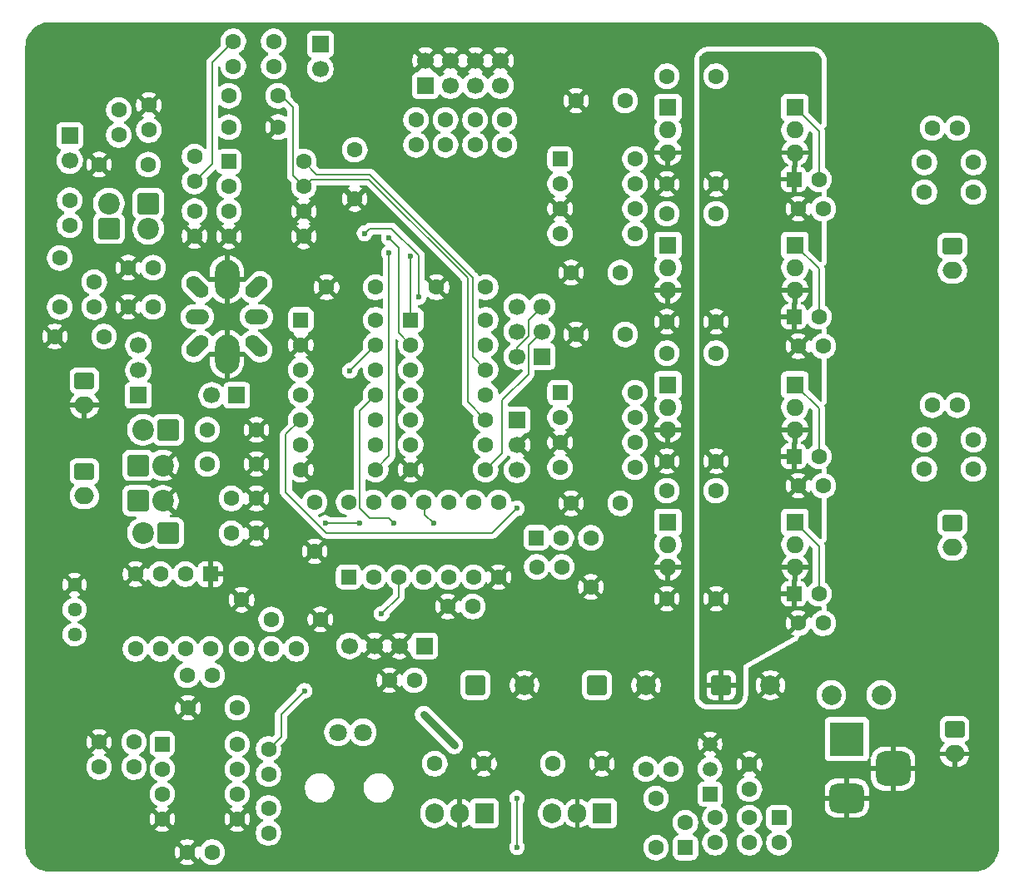
<source format=gbr>
%TF.GenerationSoftware,KiCad,Pcbnew,9.0.2*%
%TF.CreationDate,2025-08-17T10:41:30+03:30*%
%TF.ProjectId,drsstc-v1,64727373-7463-42d7-9631-2e6b69636164,rev?*%
%TF.SameCoordinates,Original*%
%TF.FileFunction,Copper,L2,Bot*%
%TF.FilePolarity,Positive*%
%FSLAX46Y46*%
G04 Gerber Fmt 4.6, Leading zero omitted, Abs format (unit mm)*
G04 Created by KiCad (PCBNEW 9.0.2) date 2025-08-17 10:41:30*
%MOMM*%
%LPD*%
G01*
G04 APERTURE LIST*
G04 Aperture macros list*
%AMRoundRect*
0 Rectangle with rounded corners*
0 $1 Rounding radius*
0 $2 $3 $4 $5 $6 $7 $8 $9 X,Y pos of 4 corners*
0 Add a 4 corners polygon primitive as box body*
4,1,4,$2,$3,$4,$5,$6,$7,$8,$9,$2,$3,0*
0 Add four circle primitives for the rounded corners*
1,1,$1+$1,$2,$3*
1,1,$1+$1,$4,$5*
1,1,$1+$1,$6,$7*
1,1,$1+$1,$8,$9*
0 Add four rect primitives between the rounded corners*
20,1,$1+$1,$2,$3,$4,$5,0*
20,1,$1+$1,$4,$5,$6,$7,0*
20,1,$1+$1,$6,$7,$8,$9,0*
20,1,$1+$1,$8,$9,$2,$3,0*%
%AMHorizOval*
0 Thick line with rounded ends*
0 $1 width*
0 $2 $3 position (X,Y) of the first rounded end (center of the circle)*
0 $4 $5 position (X,Y) of the second rounded end (center of the circle)*
0 Add line between two ends*
20,1,$1,$2,$3,$4,$5,0*
0 Add two circle primitives to create the rounded ends*
1,1,$1,$2,$3*
1,1,$1,$4,$5*%
G04 Aperture macros list end*
%TA.AperFunction,ComponentPad*%
%ADD10C,1.600000*%
%TD*%
%TA.AperFunction,ComponentPad*%
%ADD11RoundRect,0.250000X-0.750000X0.600000X-0.750000X-0.600000X0.750000X-0.600000X0.750000X0.600000X0*%
%TD*%
%TA.AperFunction,ComponentPad*%
%ADD12O,2.000000X1.700000*%
%TD*%
%TA.AperFunction,ComponentPad*%
%ADD13R,1.800000X1.717500*%
%TD*%
%TA.AperFunction,ComponentPad*%
%ADD14O,1.800000X1.717500*%
%TD*%
%TA.AperFunction,ComponentPad*%
%ADD15RoundRect,0.250000X-0.550000X-0.550000X0.550000X-0.550000X0.550000X0.550000X-0.550000X0.550000X0*%
%TD*%
%TA.AperFunction,ComponentPad*%
%ADD16R,1.500000X1.500000*%
%TD*%
%TA.AperFunction,ComponentPad*%
%ADD17C,1.500000*%
%TD*%
%TA.AperFunction,ComponentPad*%
%ADD18RoundRect,0.250000X-0.550000X0.550000X-0.550000X-0.550000X0.550000X-0.550000X0.550000X0.550000X0*%
%TD*%
%TA.AperFunction,ComponentPad*%
%ADD19RoundRect,0.249999X-0.850001X-0.850001X0.850001X-0.850001X0.850001X0.850001X-0.850001X0.850001X0*%
%TD*%
%TA.AperFunction,ComponentPad*%
%ADD20C,2.200000*%
%TD*%
%TA.AperFunction,ComponentPad*%
%ADD21R,1.700000X1.700000*%
%TD*%
%TA.AperFunction,ComponentPad*%
%ADD22C,1.700000*%
%TD*%
%TA.AperFunction,ComponentPad*%
%ADD23C,3.600000*%
%TD*%
%TA.AperFunction,ConnectorPad*%
%ADD24C,5.600000*%
%TD*%
%TA.AperFunction,ComponentPad*%
%ADD25R,1.905000X2.000000*%
%TD*%
%TA.AperFunction,ComponentPad*%
%ADD26O,1.905000X2.000000*%
%TD*%
%TA.AperFunction,ComponentPad*%
%ADD27RoundRect,0.250000X-0.750000X-0.750000X0.750000X-0.750000X0.750000X0.750000X-0.750000X0.750000X0*%
%TD*%
%TA.AperFunction,ComponentPad*%
%ADD28C,2.000000*%
%TD*%
%TA.AperFunction,ComponentPad*%
%ADD29R,3.500000X3.500000*%
%TD*%
%TA.AperFunction,ComponentPad*%
%ADD30RoundRect,0.750000X1.000000X-0.750000X1.000000X0.750000X-1.000000X0.750000X-1.000000X-0.750000X0*%
%TD*%
%TA.AperFunction,ComponentPad*%
%ADD31RoundRect,0.875000X0.875000X-0.875000X0.875000X0.875000X-0.875000X0.875000X-0.875000X-0.875000X0*%
%TD*%
%TA.AperFunction,ComponentPad*%
%ADD32RoundRect,0.250000X0.550000X-0.550000X0.550000X0.550000X-0.550000X0.550000X-0.550000X-0.550000X0*%
%TD*%
%TA.AperFunction,ComponentPad*%
%ADD33RoundRect,0.249999X-0.850001X0.850001X-0.850001X-0.850001X0.850001X-0.850001X0.850001X0.850001X0*%
%TD*%
%TA.AperFunction,ComponentPad*%
%ADD34RoundRect,0.249999X0.850001X-0.850001X0.850001X0.850001X-0.850001X0.850001X-0.850001X-0.850001X0*%
%TD*%
%TA.AperFunction,ComponentPad*%
%ADD35RoundRect,0.249999X0.850001X0.850001X-0.850001X0.850001X-0.850001X-0.850001X0.850001X-0.850001X0*%
%TD*%
%TA.AperFunction,ComponentPad*%
%ADD36C,1.440000*%
%TD*%
%TA.AperFunction,ComponentPad*%
%ADD37C,1.800000*%
%TD*%
%TA.AperFunction,ComponentPad*%
%ADD38HorizOval,1.524000X0.380423X0.380423X-0.380423X-0.380423X0*%
%TD*%
%TA.AperFunction,ComponentPad*%
%ADD39HorizOval,1.524000X-0.380423X0.380423X0.380423X-0.380423X0*%
%TD*%
%TA.AperFunction,ComponentPad*%
%ADD40O,2.400000X1.524000*%
%TD*%
%TA.AperFunction,ComponentPad*%
%ADD41O,2.500000X4.000000*%
%TD*%
%TA.AperFunction,ViaPad*%
%ADD42C,0.600000*%
%TD*%
%TA.AperFunction,Conductor*%
%ADD43C,0.200000*%
%TD*%
%TA.AperFunction,Conductor*%
%ADD44C,0.800000*%
%TD*%
G04 APERTURE END LIST*
D10*
%TO.P,R10,1*%
%TO.N,GND*%
X55460000Y-72000000D03*
%TO.P,R10,2*%
%TO.N,INT*%
X58000000Y-72000000D03*
%TD*%
%TO.P,C6,1*%
%TO.N,+9V*%
X66132323Y-88000000D03*
%TO.P,C6,2*%
%TO.N,GND*%
X71132323Y-88000000D03*
%TD*%
%TO.P,R17,1*%
%TO.N,VDC*%
X91106667Y-45500000D03*
%TO.P,R17,2*%
%TO.N,Net-(D8-A)*%
X93646667Y-45500000D03*
%TD*%
D11*
%TO.P,J9,1,Pin_1*%
%TO.N,Net-(D10-K)*%
X18500000Y-58250000D03*
D12*
%TO.P,J9,2,Pin_2*%
%TO.N,Net-(D11-K)*%
X18500000Y-60750000D03*
%TD*%
D10*
%TO.P,C24,1*%
%TO.N,GND*%
X15500000Y-44500000D03*
%TO.P,C24,2*%
%TO.N,Net-(J10-Pin_1)*%
X20500000Y-44500000D03*
%TD*%
%TO.P,R11,1*%
%TO.N,INT_INPUT*%
X52045000Y-79500000D03*
%TO.P,R11,2*%
%TO.N,GND*%
X49505000Y-79500000D03*
%TD*%
%TO.P,C5,1*%
%TO.N,Net-(D4-A)*%
X70000000Y-65000000D03*
%TO.P,C5,2*%
%TO.N,GND*%
X70000000Y-70000000D03*
%TD*%
%TO.P,R25,1*%
%TO.N,OCD_STATUS*%
X58230000Y-25000000D03*
%TO.P,R25,2*%
%TO.N,Net-(J12-Pin_5)*%
X58230000Y-22460000D03*
%TD*%
%TO.P,R20,1*%
%TO.N,Net-(C36-Pad1)*%
X19500000Y-38972183D03*
%TO.P,R20,2*%
%TO.N,Net-(J10-Pin_1)*%
X19500000Y-41512183D03*
%TD*%
%TO.P,R9,1*%
%TO.N,Net-(D4-K)*%
X64500000Y-67955000D03*
%TO.P,R9,2*%
%TO.N,Net-(D4-A)*%
X67040000Y-67955000D03*
%TD*%
%TO.P,C9,1*%
%TO.N,GND*%
X41920000Y-66380000D03*
%TO.P,C9,2*%
%TO.N,+5V*%
X41920000Y-61380000D03*
%TD*%
%TO.P,C18,1*%
%TO.N,Net-(D3-A)*%
X82741667Y-60200000D03*
%TO.P,C18,2*%
%TO.N,Net-(Q4-G)*%
X77741667Y-60200000D03*
%TD*%
D13*
%TO.P,Q8,1,G*%
%TO.N,Net-(Q8-G)*%
X77851667Y-21210000D03*
D14*
%TO.P,Q8,2,D*%
%TO.N,Net-(Q6-D)*%
X77851667Y-23500000D03*
%TO.P,Q8,3,S*%
%TO.N,GND*%
X77851667Y-25790000D03*
%TD*%
D15*
%TO.P,U6,1,NC*%
%TO.N,unconnected-(U6-NC-Pad1)*%
X66880000Y-50220000D03*
D10*
%TO.P,U6,2,IN_A*%
%TO.N,SEL_DRV_2*%
X66880000Y-52760000D03*
%TO.P,U6,3,GND*%
%TO.N,GND*%
X66880000Y-55300000D03*
%TO.P,U6,4,IN_B*%
%TO.N,SEL_DRV_1*%
X66880000Y-57840000D03*
%TO.P,U6,5,OUT_B*%
%TO.N,Net-(Q4-G)*%
X74500000Y-57840000D03*
%TO.P,U6,6,VDD*%
%TO.N,+9V*%
X74500000Y-55300000D03*
%TO.P,U6,7,OUT_A*%
%TO.N,Net-(Q5-G)*%
X74500000Y-52760000D03*
%TO.P,U6,8,NC*%
%TO.N,unconnected-(U6-NC-Pad8)*%
X74500000Y-50220000D03*
%TD*%
D16*
%TO.P,Q1,1,C*%
%TO.N,Net-(D2-A)*%
X82132323Y-91085000D03*
D17*
%TO.P,Q1,2,B*%
%TO.N,Net-(Q1-B)*%
X82132323Y-88545000D03*
%TO.P,Q1,3,E*%
%TO.N,GND*%
X82132323Y-86005000D03*
%TD*%
D10*
%TO.P,C34,1*%
%TO.N,GND*%
X46000000Y-30500000D03*
%TO.P,C34,2*%
%TO.N,+5V*%
X46000000Y-25500000D03*
%TD*%
%TO.P,C21,1*%
%TO.N,+5V*%
X59315000Y-39500000D03*
%TO.P,C21,2*%
%TO.N,GND*%
X54315000Y-39500000D03*
%TD*%
%TO.P,R12,1*%
%TO.N,+5V*%
X40040000Y-76315000D03*
%TO.P,R12,2*%
%TO.N,Net-(U7B-~{R})*%
X37500000Y-76315000D03*
%TD*%
D15*
%TO.P,D8,1,K*%
%TO.N,VDC*%
X90656667Y-42500000D03*
D10*
%TO.P,D8,2,A*%
%TO.N,Net-(D8-A)*%
X93196667Y-42500000D03*
%TD*%
%TO.P,R26,1*%
%TO.N,INT*%
X61230000Y-25000000D03*
%TO.P,R26,2*%
%TO.N,Net-(J12-Pin_7)*%
X61230000Y-22460000D03*
%TD*%
D11*
%TO.P,J11,1,Pin_1*%
%TO.N,Net-(J11-Pin_1)*%
X106785000Y-35300000D03*
D12*
%TO.P,J11,2,Pin_2*%
%TO.N,Net-(J11-Pin_2)*%
X106785000Y-37800000D03*
%TD*%
D10*
%TO.P,R1,1*%
%TO.N,Net-(D2-K)*%
X82632323Y-96045000D03*
%TO.P,R1,2*%
%TO.N,Net-(D2-A)*%
X82632323Y-93505000D03*
%TD*%
D13*
%TO.P,Q9,1,G*%
%TO.N,Net-(Q9-G)*%
X77851667Y-35210000D03*
D14*
%TO.P,Q9,2,D*%
%TO.N,Net-(J11-Pin_2)*%
X77851667Y-37500000D03*
%TO.P,Q9,3,S*%
%TO.N,GND*%
X77851667Y-39790000D03*
%TD*%
D18*
%TO.P,U5,1,GND*%
%TO.N,GND*%
X31310000Y-68695000D03*
D10*
%TO.P,U5,2,+*%
%TO.N,Net-(J7-Pin_1)*%
X28770000Y-68695000D03*
%TO.P,U5,3,-*%
%TO.N,OC*%
X26230000Y-68695000D03*
%TO.P,U5,4,V-*%
%TO.N,GND*%
X23690000Y-68695000D03*
%TO.P,U5,5,BAL*%
%TO.N,Net-(U5-BAL)*%
X23690000Y-76315000D03*
%TO.P,U5,6,STRB*%
X26230000Y-76315000D03*
%TO.P,U5,7*%
%TO.N,Net-(U7B-~{R})*%
X28770000Y-76315000D03*
%TO.P,U5,8,V+*%
%TO.N,+9V*%
X31310000Y-76315000D03*
%TD*%
D15*
%TO.P,U9,1,NC*%
%TO.N,unconnected-(U9-NC-Pad1)*%
X66880000Y-26420000D03*
D10*
%TO.P,U9,2,IN_A*%
%TO.N,SEL_DRV_2*%
X66880000Y-28960000D03*
%TO.P,U9,3,GND*%
%TO.N,GND*%
X66880000Y-31500000D03*
%TO.P,U9,4,IN_B*%
%TO.N,SEL_DRV_1*%
X66880000Y-34040000D03*
%TO.P,U9,5,OUT_B*%
%TO.N,Net-(Q9-G)*%
X74500000Y-34040000D03*
%TO.P,U9,6,VDD*%
%TO.N,+9V*%
X74500000Y-31500000D03*
%TO.P,U9,7,OUT_A*%
%TO.N,Net-(Q8-G)*%
X74500000Y-28960000D03*
%TO.P,U9,8,NC*%
%TO.N,unconnected-(U9-NC-Pad8)*%
X74500000Y-26420000D03*
%TD*%
%TO.P,C26,1*%
%TO.N,Net-(Q6-D)*%
X103935000Y-26800000D03*
%TO.P,C26,2*%
%TO.N,Net-(J11-Pin_1)*%
X108935000Y-26800000D03*
%TD*%
D19*
%TO.P,D10,1,K*%
%TO.N,Net-(D10-K)*%
X23960000Y-57628730D03*
D20*
%TO.P,D10,2,A*%
%TO.N,GND*%
X26500000Y-57628730D03*
%TD*%
D15*
%TO.P,U4,1*%
%TO.N,Net-(R14-Pad2)*%
X26420000Y-86000000D03*
D10*
%TO.P,U4,2,-*%
%TO.N,Net-(U4A--)*%
X26420000Y-88540000D03*
%TO.P,U4,3,+*%
%TO.N,Net-(D5-A)*%
X26420000Y-91080000D03*
%TO.P,U4,4,V-*%
%TO.N,GND*%
X26420000Y-93620000D03*
%TO.P,U4,5,+*%
X34040000Y-93620000D03*
%TO.P,U4,6,-*%
%TO.N,Net-(U4B--)*%
X34040000Y-91080000D03*
%TO.P,U4,7*%
%TO.N,INT_INPUT*%
X34040000Y-88540000D03*
%TO.P,U4,8,V+*%
%TO.N,+5V*%
X34040000Y-86000000D03*
%TD*%
D21*
%TO.P,J13,1,Pin_1*%
%TO.N,SIGNAL*%
X42500000Y-14725000D03*
D22*
%TO.P,J13,2,Pin_2*%
X42500000Y-17265000D03*
%TD*%
D10*
%TO.P,C20,1*%
%TO.N,GND*%
X68000000Y-61500000D03*
%TO.P,C20,2*%
%TO.N,+9V*%
X73000000Y-61500000D03*
%TD*%
%TO.P,C1,1*%
%TO.N,Net-(D2-K)*%
X76632323Y-96545000D03*
%TO.P,C1,2*%
%TO.N,+5V*%
X76632323Y-91545000D03*
%TD*%
D23*
%TO.P,H2,1,1*%
%TO.N,GND*%
X17500000Y-93400000D03*
D24*
X17500000Y-93400000D03*
%TD*%
D25*
%TO.P,U2,1,VI*%
%TO.N,+9V*%
X59172323Y-93050000D03*
D26*
%TO.P,U2,2,GND*%
%TO.N,GND*%
X56632323Y-93050000D03*
%TO.P,U2,3,VO*%
%TO.N,+5V*%
X54092323Y-93050000D03*
%TD*%
D13*
%TO.P,Q7,1,G*%
%TO.N,Net-(D8-A)*%
X90766667Y-35210000D03*
D14*
%TO.P,Q7,2,D*%
%TO.N,Net-(J11-Pin_2)*%
X90766667Y-37500000D03*
%TO.P,Q7,3,S*%
%TO.N,VDC*%
X90766667Y-39790000D03*
%TD*%
D10*
%TO.P,C33,1*%
%TO.N,GND*%
X38195000Y-23190000D03*
%TO.P,C33,2*%
%TO.N,+5V*%
X33195000Y-23190000D03*
%TD*%
%TO.P,C8,1*%
%TO.N,+5V*%
X54132323Y-88000000D03*
%TO.P,C8,2*%
%TO.N,GND*%
X59132323Y-88000000D03*
%TD*%
%TO.P,R19,1*%
%TO.N,Net-(Q3-D)*%
X104735000Y-51500000D03*
%TO.P,R19,2*%
%TO.N,Net-(J4-Pin_1)*%
X107275000Y-51500000D03*
%TD*%
D21*
%TO.P,J12,1,Pin_1*%
%TO.N,Net-(J12-Pin_1)*%
X53190000Y-18960000D03*
D22*
%TO.P,J12,2,Pin_2*%
%TO.N,GND*%
X53190000Y-16420000D03*
%TO.P,J12,3,Pin_3*%
%TO.N,Net-(J12-Pin_3)*%
X55730000Y-18960000D03*
%TO.P,J12,4,Pin_4*%
%TO.N,GND*%
X55730000Y-16420000D03*
%TO.P,J12,5,Pin_5*%
%TO.N,Net-(J12-Pin_5)*%
X58270000Y-18960000D03*
%TO.P,J12,6,Pin_6*%
%TO.N,GND*%
X58270000Y-16420000D03*
%TO.P,J12,7,Pin_7*%
%TO.N,Net-(J12-Pin_7)*%
X60810000Y-18960000D03*
%TO.P,J12,8,Pin_8*%
%TO.N,GND*%
X60810000Y-16420000D03*
%TD*%
D10*
%TO.P,C19,1*%
%TO.N,Net-(D7-A)*%
X82741667Y-46200000D03*
%TO.P,C19,2*%
%TO.N,Net-(Q5-G)*%
X77741667Y-46200000D03*
%TD*%
%TO.P,C23,1*%
%TO.N,OC*%
X31000000Y-57500000D03*
%TO.P,C23,2*%
%TO.N,GND*%
X36000000Y-57500000D03*
%TD*%
D27*
%TO.P,C2,1*%
%TO.N,VDC*%
X83264646Y-80000000D03*
D28*
%TO.P,C2,2*%
%TO.N,GND*%
X88264646Y-80000000D03*
%TD*%
D10*
%TO.P,C11,1*%
%TO.N,GND*%
X34500000Y-71315000D03*
%TO.P,C11,2*%
%TO.N,+9V*%
X34500000Y-76315000D03*
%TD*%
%TO.P,C29,1*%
%TO.N,Net-(D8-A)*%
X82741667Y-32000000D03*
%TO.P,C29,2*%
%TO.N,Net-(Q9-G)*%
X77741667Y-32000000D03*
%TD*%
D23*
%TO.P,H4,1,1*%
%TO.N,GND*%
X17500000Y-17500000D03*
D24*
X17500000Y-17500000D03*
%TD*%
D11*
%TO.P,J4,1,Pin_1*%
%TO.N,Net-(J4-Pin_1)*%
X106785000Y-63500000D03*
D12*
%TO.P,J4,2,Pin_2*%
%TO.N,Net-(J4-Pin_2)*%
X106785000Y-66000000D03*
%TD*%
D10*
%TO.P,C31,1*%
%TO.N,Net-(D12-A)*%
X82741667Y-18000000D03*
%TO.P,C31,2*%
%TO.N,Net-(Q8-G)*%
X77741667Y-18000000D03*
%TD*%
D13*
%TO.P,Q5,1,G*%
%TO.N,Net-(Q5-G)*%
X77851667Y-49410000D03*
D14*
%TO.P,Q5,2,D*%
%TO.N,Net-(Q3-D)*%
X77851667Y-51700000D03*
%TO.P,Q5,3,S*%
%TO.N,GND*%
X77851667Y-53990000D03*
%TD*%
D10*
%TO.P,C13,1*%
%TO.N,Net-(Q3-D)*%
X103935000Y-58000000D03*
%TO.P,C13,2*%
%TO.N,Net-(J4-Pin_1)*%
X108935000Y-58000000D03*
%TD*%
%TO.P,R21,1*%
%TO.N,OC*%
X33460000Y-61000000D03*
%TO.P,R21,2*%
%TO.N,GND*%
X36000000Y-61000000D03*
%TD*%
D29*
%TO.P,J1,1*%
%TO.N,Net-(J2-Pin_1)*%
X96042500Y-85500000D03*
D30*
%TO.P,J1,2*%
%TO.N,GND*%
X96042500Y-91500000D03*
D31*
X100742500Y-88500000D03*
%TD*%
D13*
%TO.P,Q3,1,G*%
%TO.N,Net-(D7-A)*%
X90766667Y-49410000D03*
D14*
%TO.P,Q3,2,D*%
%TO.N,Net-(Q3-D)*%
X90766667Y-51700000D03*
%TO.P,Q3,3,S*%
%TO.N,VDC*%
X90766667Y-53990000D03*
%TD*%
D32*
%TO.P,D2,1,K*%
%TO.N,Net-(D2-K)*%
X79632323Y-96545000D03*
D10*
%TO.P,D2,2,A*%
%TO.N,Net-(D2-A)*%
X79632323Y-94005000D03*
%TD*%
D11*
%TO.P,J2,1,Pin_1*%
%TO.N,Net-(J2-Pin_1)*%
X107000000Y-84500000D03*
D12*
%TO.P,J2,2,Pin_2*%
%TO.N,GND*%
X107000000Y-87000000D03*
%TD*%
D10*
%TO.P,R14,1*%
%TO.N,Net-(U4A--)*%
X23540000Y-88350000D03*
%TO.P,R14,2*%
%TO.N,Net-(R14-Pad2)*%
X23540000Y-85810000D03*
%TD*%
%TO.P,R30,1*%
%TO.N,Net-(U10-+)*%
X37745000Y-14455000D03*
%TO.P,R30,2*%
%TO.N,SIGNAL*%
X37745000Y-16995000D03*
%TD*%
D33*
%TO.P,D13,1,K*%
%TO.N,Net-(D13-K)*%
X25000000Y-31012183D03*
D20*
%TO.P,D13,2,A*%
%TO.N,FEEDBACK*%
X25000000Y-33552183D03*
%TD*%
D15*
%TO.P,U10,1,V+*%
%TO.N,+5V*%
X33195000Y-26690000D03*
D10*
%TO.P,U10,2,+*%
%TO.N,Net-(U10-+)*%
X33195000Y-29230000D03*
%TO.P,U10,3,-*%
%TO.N,FEEDBACK*%
X33195000Y-31770000D03*
%TO.P,U10,4,V-*%
%TO.N,GND*%
X33195000Y-34310000D03*
%TO.P,U10,5,LATCH*%
X40815000Y-34310000D03*
%TO.P,U10,6,GND*%
X40815000Y-31770000D03*
%TO.P,U10,7,Q*%
%TO.N,SIGNAL*%
X40815000Y-29230000D03*
%TO.P,U10,8,~{Q}*%
%TO.N,~SIGNAL*%
X40815000Y-26690000D03*
%TD*%
%TO.P,R24,1*%
%TO.N,Net-(Q6-D)*%
X104735000Y-23300000D03*
%TO.P,R24,2*%
%TO.N,Net-(J11-Pin_1)*%
X107275000Y-23300000D03*
%TD*%
%TO.P,R23,1*%
%TO.N,VDC*%
X91106667Y-31500000D03*
%TO.P,R23,2*%
%TO.N,Net-(D12-A)*%
X93646667Y-31500000D03*
%TD*%
%TO.P,R28,1*%
%TO.N,POWER_GOOD*%
X55230000Y-25000000D03*
%TO.P,R28,2*%
%TO.N,Net-(J12-Pin_3)*%
X55230000Y-22460000D03*
%TD*%
D13*
%TO.P,Q4,1,G*%
%TO.N,Net-(Q4-G)*%
X77851667Y-63410000D03*
D14*
%TO.P,Q4,2,D*%
%TO.N,Net-(J4-Pin_2)*%
X77851667Y-65700000D03*
%TO.P,Q4,3,S*%
%TO.N,GND*%
X77851667Y-67990000D03*
%TD*%
D21*
%TO.P,J3,1,Pin_1*%
%TO.N,INT_INPUT*%
X53085000Y-76000000D03*
D22*
%TO.P,J3,2,Pin_2*%
%TO.N,GND*%
X50545000Y-76000000D03*
%TO.P,J3,3,Pin_3*%
X48005000Y-76000000D03*
%TO.P,J3,4,Pin_4*%
%TO.N,INT_INPUT*%
X45465000Y-76000000D03*
%TD*%
D21*
%TO.P,J7,1,Pin_1*%
%TO.N,Net-(J7-Pin_1)*%
X34000000Y-50500000D03*
D22*
%TO.P,J7,2,Pin_2*%
X31460000Y-50500000D03*
%TD*%
D32*
%TO.P,U3,1*%
%TO.N,+5V*%
X45380000Y-69000000D03*
D10*
%TO.P,U3,2*%
%TO.N,unconnected-(U3-Pad2)*%
X47920000Y-69000000D03*
%TO.P,U3,3*%
%TO.N,INT_INPUT*%
X50460000Y-69000000D03*
%TO.P,U3,4*%
%TO.N,Net-(U3-Pad4)*%
X53000000Y-69000000D03*
%TO.P,U3,5*%
X55540000Y-69000000D03*
%TO.P,U3,6*%
%TO.N,INT*%
X58080000Y-69000000D03*
%TO.P,U3,7,GND*%
%TO.N,GND*%
X60620000Y-69000000D03*
%TO.P,U3,8*%
%TO.N,Net-(U7A-~{R})*%
X60620000Y-61380000D03*
%TO.P,U3,9*%
%TO.N,Net-(D4-A)*%
X58080000Y-61380000D03*
%TO.P,U3,10*%
%TO.N,POWER_GOOD*%
X55540000Y-61380000D03*
%TO.P,U3,11*%
%TO.N,Net-(D2-K)*%
X53000000Y-61380000D03*
%TO.P,U3,12*%
%TO.N,Net-(D4-K)*%
X50460000Y-61380000D03*
%TO.P,U3,13*%
%TO.N,Net-(U3-Pad13)*%
X47920000Y-61380000D03*
%TO.P,U3,14,VCC*%
%TO.N,+5V*%
X45380000Y-61380000D03*
%TD*%
D15*
%TO.P,D7,1,K*%
%TO.N,VDC*%
X90656667Y-56700000D03*
D10*
%TO.P,D7,2,A*%
%TO.N,Net-(D7-A)*%
X93196667Y-56700000D03*
%TD*%
%TO.P,C17,1*%
%TO.N,GND*%
X68500000Y-44300000D03*
%TO.P,C17,2*%
%TO.N,+9V*%
X73500000Y-44300000D03*
%TD*%
D34*
%TO.P,D14,1,K*%
%TO.N,FEEDBACK*%
X21000000Y-33500000D03*
D20*
%TO.P,D14,2,A*%
%TO.N,Net-(D13-K)*%
X21000000Y-30960000D03*
%TD*%
D10*
%TO.P,C16,1*%
%TO.N,VDC*%
X82741667Y-43000000D03*
%TO.P,C16,2*%
%TO.N,GND*%
X77741667Y-43000000D03*
%TD*%
%TO.P,R29,1*%
%TO.N,GND*%
X29695000Y-34280000D03*
%TO.P,R29,2*%
%TO.N,Net-(U10-+)*%
X29695000Y-31740000D03*
%TD*%
D11*
%TO.P,J10,1,Pin_1*%
%TO.N,Net-(J10-Pin_1)*%
X18500000Y-49000000D03*
D12*
%TO.P,J10,2,Pin_2*%
%TO.N,GND*%
X18500000Y-51500000D03*
%TD*%
D35*
%TO.P,D6,1,K*%
%TO.N,OC*%
X27000000Y-64500000D03*
D20*
%TO.P,D6,2,A*%
%TO.N,Net-(D11-K)*%
X24460000Y-64500000D03*
%TD*%
D13*
%TO.P,Q2,1,G*%
%TO.N,Net-(D3-A)*%
X90766667Y-63410000D03*
D14*
%TO.P,Q2,2,D*%
%TO.N,Net-(J4-Pin_2)*%
X90766667Y-65700000D03*
%TO.P,Q2,3,S*%
%TO.N,VDC*%
X90766667Y-67990000D03*
%TD*%
D21*
%TO.P,J6,1,Pin_1*%
%TO.N,DRV2*%
X62500000Y-53000000D03*
D22*
%TO.P,J6,2,Pin_2*%
%TO.N,GND*%
X62500000Y-55540000D03*
%TO.P,J6,3,Pin_3*%
%TO.N,DRV1*%
X62500000Y-58080000D03*
%TD*%
D27*
%TO.P,C7,1*%
%TO.N,+5V*%
X58264646Y-80000000D03*
D28*
%TO.P,C7,2*%
%TO.N,GND*%
X63264646Y-80000000D03*
%TD*%
D19*
%TO.P,D11,1,K*%
%TO.N,Net-(D11-K)*%
X23960000Y-61250000D03*
D20*
%TO.P,D11,2,A*%
%TO.N,GND*%
X26500000Y-61250000D03*
%TD*%
D36*
%TO.P,RV1,1,1*%
%TO.N,GND*%
X17500000Y-69775000D03*
%TO.P,RV1,2,2*%
%TO.N,Net-(J7-Pin_1)*%
X17500000Y-72315000D03*
%TO.P,RV1,3,3*%
%TO.N,Net-(R16-Pad1)*%
X17500000Y-74855000D03*
%TD*%
D10*
%TO.P,R22,1*%
%TO.N,Net-(J8-Pin_3)*%
X25500000Y-41500000D03*
%TO.P,R22,2*%
%TO.N,GND*%
X22960000Y-41500000D03*
%TD*%
%TO.P,C36,1*%
%TO.N,Net-(C36-Pad1)*%
X16000000Y-36512183D03*
%TO.P,C36,2*%
%TO.N,Net-(J10-Pin_1)*%
X16000000Y-41512183D03*
%TD*%
%TO.P,C27,1*%
%TO.N,Net-(Q6-D)*%
X103935000Y-29800000D03*
%TO.P,C27,2*%
%TO.N,Net-(J11-Pin_1)*%
X108935000Y-29800000D03*
%TD*%
%TO.P,R6,1*%
%TO.N,Net-(D5-A)*%
X31500000Y-97000000D03*
%TO.P,R6,2*%
%TO.N,GND*%
X28960000Y-97000000D03*
%TD*%
%TO.P,R2,1*%
%TO.N,Net-(Q1-B)*%
X86132323Y-90585000D03*
%TO.P,R2,2*%
%TO.N,GND*%
X86132323Y-88045000D03*
%TD*%
%TO.P,C22,1*%
%TO.N,GND*%
X43130000Y-39500000D03*
%TO.P,C22,2*%
%TO.N,+5V*%
X48130000Y-39500000D03*
%TD*%
%TO.P,R13,1*%
%TO.N,OC*%
X33460000Y-64550000D03*
%TO.P,R13,2*%
%TO.N,GND*%
X36000000Y-64550000D03*
%TD*%
D25*
%TO.P,U1,1,VI*%
%TO.N,VDC*%
X71172323Y-93050000D03*
D26*
%TO.P,U1,2,GND*%
%TO.N,GND*%
X68632323Y-93050000D03*
%TO.P,U1,3,VO*%
%TO.N,+9V*%
X66092323Y-93050000D03*
%TD*%
D10*
%TO.P,C32,1*%
%TO.N,VDC*%
X82741667Y-29000000D03*
%TO.P,C32,2*%
%TO.N,GND*%
X77741667Y-29000000D03*
%TD*%
%TO.P,C3,1*%
%TO.N,VDC*%
X82741667Y-71200000D03*
%TO.P,C3,2*%
%TO.N,GND*%
X77741667Y-71200000D03*
%TD*%
%TO.P,C30,1*%
%TO.N,GND*%
X68500000Y-20500000D03*
%TO.P,C30,2*%
%TO.N,+9V*%
X73500000Y-20500000D03*
%TD*%
D37*
%TO.P,D5,1,K*%
%TO.N,+5V*%
X46825000Y-84800000D03*
%TO.P,D5,2,A*%
%TO.N,Net-(D5-A)*%
X44285000Y-84800000D03*
%TD*%
D10*
%TO.P,C35,1*%
%TO.N,SIGNAL*%
X38195000Y-20000000D03*
%TO.P,C35,2*%
%TO.N,Net-(C35-Pad2)*%
X33195000Y-20000000D03*
%TD*%
D15*
%TO.P,D12,1,K*%
%TO.N,VDC*%
X90656667Y-28500000D03*
D10*
%TO.P,D12,2,A*%
%TO.N,Net-(D12-A)*%
X93196667Y-28500000D03*
%TD*%
%TO.P,R32,1*%
%TO.N,+5V*%
X22000000Y-21455000D03*
%TO.P,R32,2*%
%TO.N,Net-(D13-K)*%
X22000000Y-23995000D03*
%TD*%
%TO.P,C10,1*%
%TO.N,GND*%
X29040000Y-82310000D03*
%TO.P,C10,2*%
%TO.N,+5V*%
X34040000Y-82310000D03*
%TD*%
D15*
%TO.P,D3,1,K*%
%TO.N,VDC*%
X90656667Y-70700000D03*
D10*
%TO.P,D3,2,A*%
%TO.N,Net-(D3-A)*%
X93196667Y-70700000D03*
%TD*%
D15*
%TO.P,U7,1,~{R}*%
%TO.N,Net-(U7A-~{R})*%
X40510000Y-42810000D03*
D10*
%TO.P,U7,2,D*%
%TO.N,GND*%
X40510000Y-45350000D03*
%TO.P,U7,3,C*%
%TO.N,SIGNAL*%
X40510000Y-47890000D03*
%TO.P,U7,4,~{S}*%
%TO.N,Net-(D4-K)*%
X40510000Y-50430000D03*
%TO.P,U7,5,Q*%
%TO.N,IS_RUNNING*%
X40510000Y-52970000D03*
%TO.P,U7,6,~{Q}*%
%TO.N,unconnected-(U7A-~{Q}-Pad6)*%
X40510000Y-55510000D03*
%TO.P,U7,7,GND*%
%TO.N,GND*%
X40510000Y-58050000D03*
%TO.P,U7,8,~{Q}*%
%TO.N,OCD_STATUS*%
X48130000Y-58050000D03*
%TO.P,U7,9,Q*%
%TO.N,OCD*%
X48130000Y-55510000D03*
%TO.P,U7,10,~{S}*%
%TO.N,+5V*%
X48130000Y-52970000D03*
%TO.P,U7,11,C*%
%TO.N,INT*%
X48130000Y-50430000D03*
%TO.P,U7,12,D*%
%TO.N,+5V*%
X48130000Y-47890000D03*
%TO.P,U7,13,~{R}*%
%TO.N,Net-(U7B-~{R})*%
X48130000Y-45350000D03*
%TO.P,U7,14,VCC*%
%TO.N,+5V*%
X48130000Y-42810000D03*
%TD*%
%TO.P,R27,1*%
%TO.N,+5V*%
X52230000Y-25000000D03*
%TO.P,R27,2*%
%TO.N,Net-(J12-Pin_1)*%
X52230000Y-22460000D03*
%TD*%
%TO.P,C37,1*%
%TO.N,Net-(D13-K)*%
X25000000Y-27000000D03*
%TO.P,C37,2*%
%TO.N,GND*%
X20000000Y-27000000D03*
%TD*%
D27*
%TO.P,C4,1*%
%TO.N,+9V*%
X70632323Y-80000000D03*
D28*
%TO.P,C4,2*%
%TO.N,GND*%
X75632323Y-80000000D03*
%TD*%
D21*
%TO.P,J8,1,Pin_1*%
%TO.N,Net-(J8-Pin_1)*%
X24000000Y-50500000D03*
D22*
%TO.P,J8,2,Pin_2*%
%TO.N,Net-(J10-Pin_1)*%
X24000000Y-47960000D03*
%TO.P,J8,3,Pin_3*%
%TO.N,Net-(J8-Pin_3)*%
X24000000Y-45420000D03*
%TD*%
D15*
%TO.P,U8,1*%
%TO.N,INT*%
X51695000Y-42810000D03*
D10*
%TO.P,U8,2*%
%TO.N,POWER_GOOD*%
X51695000Y-45350000D03*
%TO.P,U8,3*%
%TO.N,Net-(U8-Pad3)*%
X51695000Y-47890000D03*
%TO.P,U8,4*%
X51695000Y-50430000D03*
%TO.P,U8,5*%
%TO.N,OCD*%
X51695000Y-52970000D03*
%TO.P,U8,6*%
%TO.N,Net-(U3-Pad13)*%
X51695000Y-55510000D03*
%TO.P,U8,7,GND*%
%TO.N,GND*%
X51695000Y-58050000D03*
%TO.P,U8,8*%
%TO.N,DRV1*%
X59315000Y-58050000D03*
%TO.P,U8,9*%
%TO.N,IS_RUNNING*%
X59315000Y-55510000D03*
%TO.P,U8,10*%
%TO.N,SIGNAL*%
X59315000Y-52970000D03*
%TO.P,U8,11*%
%TO.N,DRV2*%
X59315000Y-50430000D03*
%TO.P,U8,12*%
%TO.N,~SIGNAL*%
X59315000Y-47890000D03*
%TO.P,U8,13*%
%TO.N,IS_RUNNING*%
X59315000Y-45350000D03*
%TO.P,U8,14,VCC*%
%TO.N,+5V*%
X59315000Y-42810000D03*
%TD*%
%TO.P,R34,1*%
%TO.N,Net-(U10-+)*%
X33645000Y-14455000D03*
%TO.P,R34,2*%
%TO.N,Net-(C35-Pad2)*%
X33645000Y-16995000D03*
%TD*%
%TO.P,R35,1*%
%TO.N,FEEDBACK*%
X17000000Y-30630000D03*
%TO.P,R35,2*%
%TO.N,Net-(C36-Pad1)*%
X17000000Y-33170000D03*
%TD*%
%TO.P,R31,1*%
%TO.N,Net-(J8-Pin_3)*%
X25500000Y-37500000D03*
%TO.P,R31,2*%
%TO.N,GND*%
X22960000Y-37500000D03*
%TD*%
%TO.P,R8,1*%
%TO.N,+5V*%
X75587323Y-88545000D03*
%TO.P,R8,2*%
%TO.N,Net-(D2-A)*%
X78127323Y-88545000D03*
%TD*%
D23*
%TO.P,H3,1,1*%
%TO.N,GND*%
X105900000Y-17500000D03*
D24*
X105900000Y-17500000D03*
%TD*%
D10*
%TO.P,C14,1*%
%TO.N,Net-(Q3-D)*%
X103935000Y-55000000D03*
%TO.P,C14,2*%
%TO.N,Net-(J4-Pin_1)*%
X108935000Y-55000000D03*
%TD*%
%TO.P,R4,1*%
%TO.N,Net-(U4B--)*%
X37225000Y-92505000D03*
%TO.P,R4,2*%
%TO.N,Net-(R14-Pad2)*%
X37225000Y-95045000D03*
%TD*%
%TO.P,R36,1*%
%TO.N,Net-(D13-K)*%
X25050000Y-23495000D03*
%TO.P,R36,2*%
%TO.N,GND*%
X25050000Y-20955000D03*
%TD*%
D23*
%TO.P,H1,1,1*%
%TO.N,GND*%
X105900000Y-93400000D03*
D24*
X105900000Y-93400000D03*
%TD*%
D13*
%TO.P,Q6,1,G*%
%TO.N,Net-(D12-A)*%
X90766667Y-21210000D03*
D14*
%TO.P,Q6,2,D*%
%TO.N,Net-(Q6-D)*%
X90766667Y-23500000D03*
%TO.P,Q6,3,S*%
%TO.N,VDC*%
X90766667Y-25790000D03*
%TD*%
D10*
%TO.P,R33,1*%
%TO.N,Net-(U10-+)*%
X29695000Y-28735000D03*
%TO.P,R33,2*%
%TO.N,+5V*%
X29695000Y-26195000D03*
%TD*%
D38*
%TO.P,L1,1*%
%TO.N,Net-(J8-Pin_1)*%
X30000000Y-45500000D03*
D39*
%TO.P,L1,2*%
%TO.N,Net-(J8-Pin_3)*%
X30000000Y-39500000D03*
%TO.P,L1,3*%
%TO.N,N/C*%
X36000000Y-45500000D03*
D38*
%TO.P,L1,4*%
X36000000Y-39500000D03*
D40*
%TO.P,L1,5*%
X30000000Y-42500000D03*
X36000000Y-42500000D03*
D41*
%TO.P,L1,6,Shield*%
%TO.N,GND*%
X33000000Y-46300000D03*
X33000000Y-38700000D03*
%TD*%
D10*
%TO.P,C28,1*%
%TO.N,GND*%
X68000000Y-38000000D03*
%TO.P,C28,2*%
%TO.N,+9V*%
X73000000Y-38000000D03*
%TD*%
%TO.P,R3,1*%
%TO.N,Net-(D1-A)*%
X86132323Y-96045000D03*
%TO.P,R3,2*%
%TO.N,Net-(Q1-B)*%
X86132323Y-93505000D03*
%TD*%
%TO.P,R5,1*%
%TO.N,Net-(U4B--)*%
X37225000Y-89045000D03*
%TO.P,R5,2*%
%TO.N,INT_INPUT*%
X37225000Y-86505000D03*
%TD*%
%TO.P,R18,1*%
%TO.N,VDC*%
X91106667Y-59700000D03*
%TO.P,R18,2*%
%TO.N,Net-(D7-A)*%
X93646667Y-59700000D03*
%TD*%
%TO.P,R7,1*%
%TO.N,VDC*%
X91106667Y-73700000D03*
%TO.P,R7,2*%
%TO.N,Net-(D3-A)*%
X93646667Y-73700000D03*
%TD*%
D15*
%TO.P,D4,1,K*%
%TO.N,Net-(D4-K)*%
X64460000Y-65000000D03*
D10*
%TO.P,D4,2,A*%
%TO.N,Net-(D4-A)*%
X67000000Y-65000000D03*
%TD*%
D18*
%TO.P,D1,1,K*%
%TO.N,VDC*%
X89132323Y-93505000D03*
D10*
%TO.P,D1,2,A*%
%TO.N,Net-(D1-A)*%
X89132323Y-96045000D03*
%TD*%
D21*
%TO.P,J14,1,Pin_1*%
%TO.N,FEEDBACK*%
X17012182Y-24052183D03*
D22*
%TO.P,J14,2,Pin_2*%
X17012182Y-26592183D03*
%TD*%
D35*
%TO.P,D9,1,K*%
%TO.N,OC*%
X27000000Y-54000000D03*
D20*
%TO.P,D9,2,A*%
%TO.N,Net-(D10-K)*%
X24460000Y-54000000D03*
%TD*%
D28*
%TO.P,F1,1*%
%TO.N,VDC*%
X94460000Y-81000000D03*
%TO.P,F1,2*%
%TO.N,Net-(J2-Pin_1)*%
X99540000Y-81010000D03*
%TD*%
D10*
%TO.P,R15,1*%
%TO.N,Net-(U4A--)*%
X20000000Y-88350000D03*
%TO.P,R15,2*%
%TO.N,GND*%
X20000000Y-85810000D03*
%TD*%
%TO.P,C25,1*%
%TO.N,GND*%
X36000000Y-54000000D03*
%TO.P,C25,2*%
%TO.N,Net-(J7-Pin_1)*%
X31000000Y-54000000D03*
%TD*%
D21*
%TO.P,J5,1,Pin_1*%
%TO.N,SEL_DRV_2*%
X65040000Y-46540000D03*
D22*
%TO.P,J5,2,Pin_2*%
%TO.N,SEL_DRV_1*%
X62500000Y-46540000D03*
%TO.P,J5,3,Pin_3*%
%TO.N,DRV1*%
X65040000Y-44000000D03*
%TO.P,J5,4,Pin_4*%
%TO.N,DRV2*%
X62500000Y-44000000D03*
%TO.P,J5,5,Pin_5*%
%TO.N,SEL_DRV_1*%
X65040000Y-41460000D03*
%TO.P,J5,6,Pin_6*%
%TO.N,SEL_DRV_2*%
X62500000Y-41460000D03*
%TD*%
D10*
%TO.P,R16,1*%
%TO.N,Net-(R16-Pad1)*%
X28955000Y-79000000D03*
%TO.P,R16,2*%
%TO.N,+9V*%
X31495000Y-79000000D03*
%TD*%
%TO.P,C12,1*%
%TO.N,Net-(U7B-~{R})*%
X37500000Y-73315000D03*
%TO.P,C12,2*%
%TO.N,GND*%
X42500000Y-73315000D03*
%TD*%
%TO.P,C15,1*%
%TO.N,VDC*%
X82741667Y-57200000D03*
%TO.P,C15,2*%
%TO.N,GND*%
X77741667Y-57200000D03*
%TD*%
D42*
%TO.N,Net-(D2-K)*%
X54000000Y-63500000D03*
X62500000Y-91523104D03*
X62500000Y-96500000D03*
%TO.N,+9V*%
X56122505Y-86122505D03*
X53000000Y-83000000D03*
%TO.N,Net-(U7B-~{R})*%
X45500000Y-48000000D03*
%TO.N,Net-(D4-K)*%
X46500000Y-63500000D03*
X43000000Y-63500000D03*
%TO.N,Net-(U7A-~{R})*%
X52500000Y-40500000D03*
X47000000Y-34000000D03*
%TO.N,INT_INPUT*%
X48732500Y-72732500D03*
X40870625Y-80594375D03*
%TO.N,INT*%
X51695000Y-36305000D03*
X50000000Y-63500000D03*
%TO.N,POWER_GOOD*%
X49500000Y-34500000D03*
%TO.N,OCD_STATUS*%
X49500000Y-36000000D03*
%TO.N,IS_RUNNING*%
X62500000Y-62000000D03*
%TD*%
D43*
%TO.N,Net-(D7-A)*%
X93196667Y-51840000D02*
X90766667Y-49410000D01*
X93196667Y-56700000D02*
X93196667Y-51840000D01*
%TO.N,Net-(D2-K)*%
X54000000Y-63500000D02*
X53120071Y-62620071D01*
X53120071Y-62620071D02*
X53120071Y-61500071D01*
X62500000Y-91523104D02*
X62500000Y-96500000D01*
%TO.N,SIGNAL*%
X57500000Y-51155000D02*
X59315000Y-52970000D01*
X39714000Y-28129000D02*
X39714000Y-21214000D01*
X39714000Y-21214000D02*
X38500000Y-20000000D01*
X57500000Y-38567100D02*
X57500000Y-51155000D01*
X40815000Y-29230000D02*
X41545000Y-28500000D01*
X41545000Y-28500000D02*
X47432900Y-28500000D01*
X47432900Y-28500000D02*
X57500000Y-38567100D01*
X40815000Y-29230000D02*
X39714000Y-28129000D01*
D44*
%TO.N,+9V*%
X56122505Y-86122505D02*
X53000000Y-83000000D01*
D43*
%TO.N,Net-(U7B-~{R})*%
X48130000Y-45350000D02*
X45500000Y-47980000D01*
X45500000Y-47980000D02*
X45500000Y-48000000D01*
%TO.N,Net-(D8-A)*%
X93196667Y-37640000D02*
X90766667Y-35210000D01*
X93196667Y-42500000D02*
X93196667Y-37640000D01*
%TO.N,Net-(D4-K)*%
X46500000Y-63500000D02*
X43000000Y-63500000D01*
%TO.N,Net-(D3-A)*%
X93196667Y-70700000D02*
X93196667Y-65840000D01*
X93196667Y-65840000D02*
X90766667Y-63410000D01*
%TO.N,Net-(U10-+)*%
X31500000Y-16600000D02*
X31500000Y-26930000D01*
X33645000Y-14455000D02*
X31500000Y-16600000D01*
X31500000Y-26930000D02*
X29695000Y-28735000D01*
%TO.N,Net-(U7A-~{R})*%
X47500000Y-33500000D02*
X49739944Y-33500000D01*
X49739944Y-33500000D02*
X52500000Y-36260056D01*
X52500000Y-36260056D02*
X52500000Y-40500000D01*
X47000000Y-34000000D02*
X47500000Y-33500000D01*
%TO.N,INT_INPUT*%
X50460000Y-69000000D02*
X50460000Y-71005000D01*
X40870625Y-80594375D02*
X38500000Y-82965000D01*
X38500000Y-82965000D02*
X38500000Y-85230000D01*
X50460000Y-71005000D02*
X48732500Y-72732500D01*
X38500000Y-85230000D02*
X37225000Y-86505000D01*
%TO.N,DRV1*%
X59315000Y-58050000D02*
X61000000Y-56365000D01*
X63651000Y-48349000D02*
X63651000Y-45389000D01*
X61000000Y-51000000D02*
X63651000Y-48349000D01*
X61000000Y-56365000D02*
X61000000Y-51000000D01*
X63651000Y-45389000D02*
X65040000Y-44000000D01*
%TO.N,INT*%
X46500000Y-62000000D02*
X46500000Y-52060000D01*
X51695000Y-36305000D02*
X51695000Y-42810000D01*
X50000000Y-63500000D02*
X49500000Y-63000000D01*
X46500000Y-52060000D02*
X48130000Y-50430000D01*
X47500000Y-63000000D02*
X46500000Y-62000000D01*
X49500000Y-63000000D02*
X47500000Y-63000000D01*
%TO.N,POWER_GOOD*%
X50500000Y-35500000D02*
X50500000Y-44155000D01*
X50500000Y-44155000D02*
X51695000Y-45350000D01*
X49500000Y-34500000D02*
X50500000Y-35500000D01*
%TO.N,OCD_STATUS*%
X49500000Y-36000000D02*
X49500000Y-56680000D01*
X49500000Y-56680000D02*
X48130000Y-58050000D01*
%TO.N,~SIGNAL*%
X40815000Y-26690000D02*
X42125000Y-28000000D01*
X47500000Y-28000000D02*
X58000000Y-38500000D01*
X58000000Y-38500000D02*
X58000000Y-46575000D01*
X58000000Y-46575000D02*
X59315000Y-47890000D01*
X42125000Y-28000000D02*
X47500000Y-28000000D01*
%TO.N,IS_RUNNING*%
X43150057Y-64500000D02*
X39000000Y-60349943D01*
X60000000Y-64500000D02*
X43150057Y-64500000D01*
X62500000Y-62000000D02*
X60000000Y-64500000D01*
X39000000Y-54480000D02*
X40510000Y-52970000D01*
X39000000Y-60349943D02*
X39000000Y-54480000D01*
%TO.N,Net-(D12-A)*%
X93196667Y-23640000D02*
X90766667Y-21210000D01*
X93196667Y-28500000D02*
X93196667Y-23640000D01*
%TO.N,SEL_DRV_1*%
X62500000Y-45627760D02*
X63651000Y-44476760D01*
X63651000Y-42849000D02*
X65040000Y-41460000D01*
X63651000Y-44476760D02*
X63651000Y-42849000D01*
X62500000Y-46540000D02*
X62500000Y-45627760D01*
%TD*%
%TA.AperFunction,Conductor*%
%TO.N,GND*%
G36*
X33250000Y-41182186D02*
G01*
X33342135Y-41170057D01*
X33342140Y-41170056D01*
X33563730Y-41110681D01*
X33775659Y-41022897D01*
X33775668Y-41022893D01*
X33974338Y-40908190D01*
X34156329Y-40768544D01*
X34156336Y-40768538D01*
X34318542Y-40606332D01*
X34355060Y-40558740D01*
X34411487Y-40517536D01*
X34481233Y-40513381D01*
X34542154Y-40547592D01*
X34553755Y-40561339D01*
X34615609Y-40646473D01*
X34656596Y-40702886D01*
X34797114Y-40843404D01*
X34957883Y-40960210D01*
X35134945Y-41050428D01*
X35173410Y-41062926D01*
X35231085Y-41102362D01*
X35258285Y-41166720D01*
X35246371Y-41235567D01*
X35199128Y-41287043D01*
X35173412Y-41298788D01*
X35077367Y-41329995D01*
X34900305Y-41420213D01*
X34739533Y-41537021D01*
X34599021Y-41677533D01*
X34482213Y-41838305D01*
X34391994Y-42015367D01*
X34391993Y-42015370D01*
X34330587Y-42204362D01*
X34313733Y-42310776D01*
X34299500Y-42400639D01*
X34299500Y-42599361D01*
X34303477Y-42624470D01*
X34330587Y-42795637D01*
X34391993Y-42984629D01*
X34391994Y-42984632D01*
X34461077Y-43120213D01*
X34482213Y-43161694D01*
X34599019Y-43322464D01*
X34739536Y-43462981D01*
X34900306Y-43579787D01*
X34976068Y-43618390D01*
X35077367Y-43670005D01*
X35077373Y-43670007D01*
X35173410Y-43701211D01*
X35231086Y-43740648D01*
X35258285Y-43805006D01*
X35246371Y-43873853D01*
X35199127Y-43925329D01*
X35173412Y-43937073D01*
X35134944Y-43949572D01*
X34957882Y-44039790D01*
X34874169Y-44100612D01*
X34797114Y-44156596D01*
X34797112Y-44156598D01*
X34797111Y-44156598D01*
X34656595Y-44297114D01*
X34553754Y-44438661D01*
X34498424Y-44481326D01*
X34428810Y-44487304D01*
X34367016Y-44454697D01*
X34355061Y-44441260D01*
X34318544Y-44393670D01*
X34318538Y-44393663D01*
X34156336Y-44231461D01*
X34156329Y-44231455D01*
X33974338Y-44091809D01*
X33775668Y-43977106D01*
X33775659Y-43977102D01*
X33563730Y-43889318D01*
X33342137Y-43829942D01*
X33250000Y-43817811D01*
X33250000Y-44741759D01*
X33218767Y-44728822D01*
X33073869Y-44700000D01*
X32926131Y-44700000D01*
X32781233Y-44728822D01*
X32750000Y-44741759D01*
X32750000Y-43817811D01*
X32749999Y-43817811D01*
X32657862Y-43829942D01*
X32436269Y-43889318D01*
X32224340Y-43977102D01*
X32224331Y-43977106D01*
X32025661Y-44091809D01*
X31843670Y-44231455D01*
X31843663Y-44231461D01*
X31681461Y-44393663D01*
X31681453Y-44393673D01*
X31644937Y-44441261D01*
X31588509Y-44482463D01*
X31518763Y-44486618D01*
X31457843Y-44452405D01*
X31446244Y-44438660D01*
X31419839Y-44402317D01*
X31343404Y-44297113D01*
X31202887Y-44156596D01*
X31042117Y-44039790D01*
X30993896Y-44015220D01*
X30865055Y-43949571D01*
X30826586Y-43937072D01*
X30768911Y-43897634D01*
X30741714Y-43833275D01*
X30753629Y-43764429D01*
X30800874Y-43712954D01*
X30826589Y-43701211D01*
X30922626Y-43670007D01*
X30922632Y-43670005D01*
X30947726Y-43657219D01*
X31099694Y-43579787D01*
X31260464Y-43462981D01*
X31400981Y-43322464D01*
X31517787Y-43161694D01*
X31608005Y-42984632D01*
X31669413Y-42795636D01*
X31700500Y-42599361D01*
X31700500Y-42400639D01*
X31669413Y-42204364D01*
X31617086Y-42043316D01*
X31608006Y-42015370D01*
X31608005Y-42015367D01*
X31543179Y-41888141D01*
X31517787Y-41838306D01*
X31400981Y-41677536D01*
X31260464Y-41537019D01*
X31099694Y-41420213D01*
X31055408Y-41397648D01*
X30922632Y-41329994D01*
X30922629Y-41329993D01*
X30826588Y-41298788D01*
X30768912Y-41259350D01*
X30741714Y-41194992D01*
X30753629Y-41126146D01*
X30800873Y-41074670D01*
X30826586Y-41062927D01*
X30865055Y-41050428D01*
X31042117Y-40960210D01*
X31202887Y-40843404D01*
X31343404Y-40702887D01*
X31446244Y-40561340D01*
X31501574Y-40518674D01*
X31571187Y-40512695D01*
X31632982Y-40545301D01*
X31644938Y-40558739D01*
X31681455Y-40606329D01*
X31681461Y-40606336D01*
X31843663Y-40768538D01*
X31843670Y-40768544D01*
X32025661Y-40908190D01*
X32224331Y-41022893D01*
X32224340Y-41022897D01*
X32436269Y-41110681D01*
X32657859Y-41170056D01*
X32657864Y-41170057D01*
X32749999Y-41182186D01*
X32750000Y-41182186D01*
X32750000Y-40258240D01*
X32781233Y-40271178D01*
X32926131Y-40300000D01*
X33073869Y-40300000D01*
X33218767Y-40271178D01*
X33250000Y-40258240D01*
X33250000Y-41182186D01*
G37*
%TD.AperFunction*%
%TA.AperFunction,Conductor*%
G36*
X57804075Y-16612993D02*
G01*
X57869901Y-16727007D01*
X57962993Y-16820099D01*
X58077007Y-16885925D01*
X58140590Y-16902962D01*
X57508282Y-17535269D01*
X57508282Y-17535270D01*
X57562452Y-17574626D01*
X57562451Y-17574626D01*
X57571495Y-17579234D01*
X57622292Y-17627208D01*
X57639087Y-17695029D01*
X57616550Y-17761164D01*
X57571499Y-17800202D01*
X57562182Y-17804949D01*
X57390213Y-17929890D01*
X57239890Y-18080213D01*
X57114949Y-18252182D01*
X57110484Y-18260946D01*
X57062509Y-18311742D01*
X56994688Y-18328536D01*
X56928553Y-18305998D01*
X56889516Y-18260946D01*
X56885050Y-18252182D01*
X56760109Y-18080213D01*
X56609786Y-17929890D01*
X56437817Y-17804949D01*
X56428504Y-17800204D01*
X56377707Y-17752230D01*
X56360912Y-17684409D01*
X56383449Y-17618274D01*
X56428507Y-17579232D01*
X56437555Y-17574622D01*
X56491716Y-17535270D01*
X56491717Y-17535270D01*
X55859408Y-16902962D01*
X55922993Y-16885925D01*
X56037007Y-16820099D01*
X56130099Y-16727007D01*
X56195925Y-16612993D01*
X56212962Y-16549408D01*
X56845270Y-17181717D01*
X56845270Y-17181716D01*
X56884622Y-17127554D01*
X56889514Y-17117954D01*
X56937488Y-17067157D01*
X57005308Y-17050361D01*
X57071444Y-17072897D01*
X57110486Y-17117954D01*
X57115375Y-17127550D01*
X57154728Y-17181716D01*
X57787037Y-16549408D01*
X57804075Y-16612993D01*
G37*
%TD.AperFunction*%
%TA.AperFunction,Conductor*%
G36*
X60344075Y-16612993D02*
G01*
X60409901Y-16727007D01*
X60502993Y-16820099D01*
X60617007Y-16885925D01*
X60680590Y-16902962D01*
X60048282Y-17535269D01*
X60048282Y-17535270D01*
X60102452Y-17574626D01*
X60102451Y-17574626D01*
X60111495Y-17579234D01*
X60162292Y-17627208D01*
X60179087Y-17695029D01*
X60156550Y-17761164D01*
X60111499Y-17800202D01*
X60102182Y-17804949D01*
X59930213Y-17929890D01*
X59779890Y-18080213D01*
X59654949Y-18252182D01*
X59650484Y-18260946D01*
X59602509Y-18311742D01*
X59534688Y-18328536D01*
X59468553Y-18305998D01*
X59429516Y-18260946D01*
X59425050Y-18252182D01*
X59300109Y-18080213D01*
X59149786Y-17929890D01*
X58977817Y-17804949D01*
X58968504Y-17800204D01*
X58917707Y-17752230D01*
X58900912Y-17684409D01*
X58923449Y-17618274D01*
X58968507Y-17579232D01*
X58977555Y-17574622D01*
X59031716Y-17535270D01*
X59031717Y-17535270D01*
X58399408Y-16902962D01*
X58462993Y-16885925D01*
X58577007Y-16820099D01*
X58670099Y-16727007D01*
X58735925Y-16612993D01*
X58752962Y-16549408D01*
X59385270Y-17181717D01*
X59385270Y-17181716D01*
X59424622Y-17127554D01*
X59429514Y-17117954D01*
X59477488Y-17067157D01*
X59545308Y-17050361D01*
X59611444Y-17072897D01*
X59650486Y-17117954D01*
X59655375Y-17127550D01*
X59694728Y-17181716D01*
X60327037Y-16549408D01*
X60344075Y-16612993D01*
G37*
%TD.AperFunction*%
%TA.AperFunction,Conductor*%
G36*
X55264075Y-16612993D02*
G01*
X55329901Y-16727007D01*
X55422993Y-16820099D01*
X55537007Y-16885925D01*
X55600590Y-16902962D01*
X54968282Y-17535269D01*
X54968282Y-17535270D01*
X55022452Y-17574626D01*
X55022451Y-17574626D01*
X55031495Y-17579234D01*
X55082292Y-17627208D01*
X55099087Y-17695029D01*
X55076550Y-17761164D01*
X55031499Y-17800202D01*
X55022182Y-17804949D01*
X54850215Y-17929889D01*
X54736673Y-18043431D01*
X54675350Y-18076915D01*
X54605658Y-18071931D01*
X54549725Y-18030059D01*
X54532810Y-17999082D01*
X54483797Y-17867671D01*
X54483793Y-17867664D01*
X54397547Y-17752455D01*
X54397544Y-17752452D01*
X54282335Y-17666206D01*
X54282328Y-17666202D01*
X54147482Y-17615908D01*
X54147483Y-17615908D01*
X54087883Y-17609501D01*
X54087881Y-17609500D01*
X54087873Y-17609500D01*
X54087865Y-17609500D01*
X54077309Y-17609500D01*
X54010270Y-17589815D01*
X53989628Y-17573181D01*
X53319408Y-16902962D01*
X53382993Y-16885925D01*
X53497007Y-16820099D01*
X53590099Y-16727007D01*
X53655925Y-16612993D01*
X53672962Y-16549409D01*
X54305270Y-17181717D01*
X54305270Y-17181716D01*
X54344622Y-17127554D01*
X54349514Y-17117954D01*
X54397488Y-17067157D01*
X54465308Y-17050361D01*
X54531444Y-17072897D01*
X54570486Y-17117954D01*
X54575375Y-17127550D01*
X54614728Y-17181716D01*
X55247037Y-16549408D01*
X55264075Y-16612993D01*
G37*
%TD.AperFunction*%
%TA.AperFunction,Conductor*%
G36*
X109003736Y-12500726D02*
G01*
X109293796Y-12518271D01*
X109308659Y-12520076D01*
X109590798Y-12571780D01*
X109605335Y-12575363D01*
X109879172Y-12660695D01*
X109893163Y-12666000D01*
X110154743Y-12783727D01*
X110167989Y-12790680D01*
X110413465Y-12939075D01*
X110425776Y-12947573D01*
X110651573Y-13124473D01*
X110662781Y-13134403D01*
X110865596Y-13337218D01*
X110875526Y-13348426D01*
X110900974Y-13380908D01*
X110995481Y-13501538D01*
X111052422Y-13574217D01*
X111060926Y-13586537D01*
X111088811Y-13632664D01*
X111209316Y-13832004D01*
X111216275Y-13845263D01*
X111333997Y-14106831D01*
X111339306Y-14120832D01*
X111424635Y-14394663D01*
X111428219Y-14409201D01*
X111479923Y-14691340D01*
X111481728Y-14706205D01*
X111499274Y-14996263D01*
X111499500Y-15003750D01*
X111499500Y-96496249D01*
X111499274Y-96503736D01*
X111481728Y-96793794D01*
X111479923Y-96808659D01*
X111428219Y-97090798D01*
X111424635Y-97105336D01*
X111339306Y-97379167D01*
X111333997Y-97393168D01*
X111216275Y-97654736D01*
X111209316Y-97667995D01*
X111060928Y-97913459D01*
X111052422Y-97925782D01*
X110875526Y-98151573D01*
X110865596Y-98162781D01*
X110662781Y-98365596D01*
X110651573Y-98375526D01*
X110425782Y-98552422D01*
X110413459Y-98560928D01*
X110167995Y-98709316D01*
X110154736Y-98716275D01*
X109893168Y-98833997D01*
X109879167Y-98839306D01*
X109605336Y-98924635D01*
X109590798Y-98928219D01*
X109308659Y-98979923D01*
X109293794Y-98981728D01*
X109003736Y-98999274D01*
X108996249Y-98999500D01*
X15003751Y-98999500D01*
X14996264Y-98999274D01*
X14706205Y-98981728D01*
X14691340Y-98979923D01*
X14409201Y-98928219D01*
X14394663Y-98924635D01*
X14120832Y-98839306D01*
X14106831Y-98833997D01*
X13845263Y-98716275D01*
X13832004Y-98709316D01*
X13586540Y-98560928D01*
X13574217Y-98552422D01*
X13348426Y-98375526D01*
X13337218Y-98365596D01*
X13134403Y-98162781D01*
X13124473Y-98151573D01*
X13090875Y-98108688D01*
X13066306Y-98077328D01*
X12947573Y-97925776D01*
X12939075Y-97913465D01*
X12790680Y-97667989D01*
X12783727Y-97654743D01*
X12666000Y-97393163D01*
X12660693Y-97379167D01*
X12652711Y-97353553D01*
X12575363Y-97105335D01*
X12571780Y-97090797D01*
X12539595Y-96915167D01*
X12536391Y-96897682D01*
X27660000Y-96897682D01*
X27660000Y-97102317D01*
X27692009Y-97304417D01*
X27755244Y-97499031D01*
X27848141Y-97681350D01*
X27848147Y-97681359D01*
X27880523Y-97725921D01*
X27880524Y-97725922D01*
X28560000Y-97046446D01*
X28560000Y-97052661D01*
X28587259Y-97154394D01*
X28639920Y-97245606D01*
X28714394Y-97320080D01*
X28805606Y-97372741D01*
X28907339Y-97400000D01*
X28913553Y-97400000D01*
X28234076Y-98079474D01*
X28278650Y-98111859D01*
X28460968Y-98204755D01*
X28655582Y-98267990D01*
X28857683Y-98300000D01*
X29062317Y-98300000D01*
X29264417Y-98267990D01*
X29459031Y-98204755D01*
X29641349Y-98111859D01*
X29685921Y-98079474D01*
X29006447Y-97400000D01*
X29012661Y-97400000D01*
X29114394Y-97372741D01*
X29205606Y-97320080D01*
X29280080Y-97245606D01*
X29332741Y-97154394D01*
X29360000Y-97052661D01*
X29360000Y-97046447D01*
X30039474Y-97725921D01*
X30071861Y-97681347D01*
X30071861Y-97681346D01*
X30119234Y-97588371D01*
X30167208Y-97537575D01*
X30235028Y-97520779D01*
X30301164Y-97543316D01*
X30340203Y-97588369D01*
X30387713Y-97681611D01*
X30508028Y-97847213D01*
X30652786Y-97991971D01*
X30773226Y-98079474D01*
X30818390Y-98112287D01*
X30917490Y-98162781D01*
X31000776Y-98205218D01*
X31000778Y-98205218D01*
X31000781Y-98205220D01*
X31105137Y-98239127D01*
X31195465Y-98268477D01*
X31296557Y-98284488D01*
X31397648Y-98300500D01*
X31397649Y-98300500D01*
X31602351Y-98300500D01*
X31602352Y-98300500D01*
X31804534Y-98268477D01*
X31999219Y-98205220D01*
X32181610Y-98112287D01*
X32274590Y-98044732D01*
X32347213Y-97991971D01*
X32347215Y-97991968D01*
X32347219Y-97991966D01*
X32491966Y-97847219D01*
X32491968Y-97847215D01*
X32491971Y-97847213D01*
X32562441Y-97750218D01*
X32612287Y-97681610D01*
X32705220Y-97499219D01*
X32768477Y-97304534D01*
X32800500Y-97102352D01*
X32800500Y-96897648D01*
X32784051Y-96793794D01*
X32768477Y-96695465D01*
X32730584Y-96578844D01*
X32705220Y-96500781D01*
X32705218Y-96500778D01*
X32705218Y-96500776D01*
X32659794Y-96411628D01*
X32612287Y-96318390D01*
X32580092Y-96274077D01*
X32491971Y-96152786D01*
X32347213Y-96008028D01*
X32181613Y-95887715D01*
X32181612Y-95887714D01*
X32181610Y-95887713D01*
X32092286Y-95842200D01*
X31999223Y-95794781D01*
X31804534Y-95731522D01*
X31629995Y-95703878D01*
X31602352Y-95699500D01*
X31397648Y-95699500D01*
X31373329Y-95703351D01*
X31195465Y-95731522D01*
X31000776Y-95794781D01*
X30818386Y-95887715D01*
X30652786Y-96008028D01*
X30508028Y-96152786D01*
X30387713Y-96318388D01*
X30340203Y-96411630D01*
X30292228Y-96462426D01*
X30224407Y-96479220D01*
X30158272Y-96456682D01*
X30119234Y-96411628D01*
X30071861Y-96318652D01*
X30039474Y-96274077D01*
X30039474Y-96274076D01*
X29360000Y-96953551D01*
X29360000Y-96947339D01*
X29332741Y-96845606D01*
X29280080Y-96754394D01*
X29205606Y-96679920D01*
X29114394Y-96627259D01*
X29012661Y-96600000D01*
X29006446Y-96600000D01*
X29685922Y-95920524D01*
X29685921Y-95920523D01*
X29641359Y-95888147D01*
X29641350Y-95888141D01*
X29459031Y-95795244D01*
X29264417Y-95732009D01*
X29062317Y-95700000D01*
X28857683Y-95700000D01*
X28655582Y-95732009D01*
X28460968Y-95795244D01*
X28278644Y-95888143D01*
X28234077Y-95920523D01*
X28234077Y-95920524D01*
X28913554Y-96600000D01*
X28907339Y-96600000D01*
X28805606Y-96627259D01*
X28714394Y-96679920D01*
X28639920Y-96754394D01*
X28587259Y-96845606D01*
X28560000Y-96947339D01*
X28560000Y-96953553D01*
X27880524Y-96274077D01*
X27880523Y-96274077D01*
X27848143Y-96318644D01*
X27755244Y-96500968D01*
X27692009Y-96695582D01*
X27660000Y-96897682D01*
X12536391Y-96897682D01*
X12520076Y-96808659D01*
X12518271Y-96793794D01*
X12500726Y-96503736D01*
X12500500Y-96496249D01*
X12500500Y-88247648D01*
X18699500Y-88247648D01*
X18699500Y-88452351D01*
X18731522Y-88654534D01*
X18794781Y-88849223D01*
X18887715Y-89031613D01*
X19008028Y-89197213D01*
X19152786Y-89341971D01*
X19307749Y-89454556D01*
X19318390Y-89462287D01*
X19392408Y-89500001D01*
X19500776Y-89555218D01*
X19500778Y-89555218D01*
X19500781Y-89555220D01*
X19605137Y-89589127D01*
X19695465Y-89618477D01*
X19796557Y-89634488D01*
X19897648Y-89650500D01*
X19897649Y-89650500D01*
X20102351Y-89650500D01*
X20102352Y-89650500D01*
X20304534Y-89618477D01*
X20499219Y-89555220D01*
X20681610Y-89462287D01*
X20795172Y-89379780D01*
X20847213Y-89341971D01*
X20847215Y-89341968D01*
X20847219Y-89341966D01*
X20991966Y-89197219D01*
X20991968Y-89197215D01*
X20991971Y-89197213D01*
X21087063Y-89066328D01*
X21112287Y-89031610D01*
X21202872Y-88853827D01*
X21205218Y-88849223D01*
X21205218Y-88849222D01*
X21205220Y-88849219D01*
X21268477Y-88654534D01*
X21300500Y-88452352D01*
X21300500Y-88247648D01*
X21277487Y-88102351D01*
X21268477Y-88045465D01*
X21214960Y-87880757D01*
X21205220Y-87850781D01*
X21205218Y-87850778D01*
X21205218Y-87850776D01*
X21166608Y-87775000D01*
X21112287Y-87668390D01*
X21075157Y-87617284D01*
X20991971Y-87502786D01*
X20847213Y-87358028D01*
X20681611Y-87237713D01*
X20588369Y-87190203D01*
X20537574Y-87142229D01*
X20520779Y-87074407D01*
X20543317Y-87008273D01*
X20588371Y-86969234D01*
X20681346Y-86921861D01*
X20681347Y-86921861D01*
X20725921Y-86889474D01*
X20046447Y-86210000D01*
X20052661Y-86210000D01*
X20154394Y-86182741D01*
X20245606Y-86130080D01*
X20320080Y-86055606D01*
X20372741Y-85964394D01*
X20400000Y-85862661D01*
X20400000Y-85856447D01*
X21079474Y-86535921D01*
X21111859Y-86491349D01*
X21204755Y-86309031D01*
X21267990Y-86114417D01*
X21300000Y-85912317D01*
X21300000Y-85707682D01*
X21299995Y-85707648D01*
X22239500Y-85707648D01*
X22239500Y-85912352D01*
X22243878Y-85939995D01*
X22271522Y-86114534D01*
X22334781Y-86309223D01*
X22383583Y-86405000D01*
X22427585Y-86491359D01*
X22427715Y-86491613D01*
X22548028Y-86657213D01*
X22692786Y-86801971D01*
X22813226Y-86889474D01*
X22858390Y-86922287D01*
X22943245Y-86965523D01*
X22951080Y-86969515D01*
X23001876Y-87017490D01*
X23018671Y-87085311D01*
X22996134Y-87151446D01*
X22951080Y-87190485D01*
X22858386Y-87237715D01*
X22692786Y-87358028D01*
X22548028Y-87502786D01*
X22427715Y-87668386D01*
X22334781Y-87850776D01*
X22271522Y-88045465D01*
X22239500Y-88247648D01*
X22239500Y-88452351D01*
X22271522Y-88654534D01*
X22334781Y-88849223D01*
X22427715Y-89031613D01*
X22548028Y-89197213D01*
X22692786Y-89341971D01*
X22847749Y-89454556D01*
X22858390Y-89462287D01*
X22932408Y-89500001D01*
X23040776Y-89555218D01*
X23040778Y-89555218D01*
X23040781Y-89555220D01*
X23145137Y-89589127D01*
X23235465Y-89618477D01*
X23336557Y-89634488D01*
X23437648Y-89650500D01*
X23437649Y-89650500D01*
X23642351Y-89650500D01*
X23642352Y-89650500D01*
X23844534Y-89618477D01*
X24039219Y-89555220D01*
X24221610Y-89462287D01*
X24335172Y-89379780D01*
X24387213Y-89341971D01*
X24387215Y-89341968D01*
X24387219Y-89341966D01*
X24531966Y-89197219D01*
X24531968Y-89197215D01*
X24531971Y-89197213D01*
X24627063Y-89066328D01*
X24652287Y-89031610D01*
X24742872Y-88853827D01*
X24745218Y-88849223D01*
X24745218Y-88849222D01*
X24745220Y-88849219D01*
X24808477Y-88654534D01*
X24840500Y-88452352D01*
X24840500Y-88247648D01*
X24817487Y-88102351D01*
X24808477Y-88045465D01*
X24754960Y-87880757D01*
X24745220Y-87850781D01*
X24745218Y-87850778D01*
X24745218Y-87850776D01*
X24706608Y-87775000D01*
X24652287Y-87668390D01*
X24615157Y-87617284D01*
X24531971Y-87502786D01*
X24387213Y-87358028D01*
X24221614Y-87237715D01*
X24207658Y-87230604D01*
X24128917Y-87190483D01*
X24078123Y-87142511D01*
X24061328Y-87074690D01*
X24083865Y-87008555D01*
X24128917Y-86969516D01*
X24221610Y-86922287D01*
X24269195Y-86887715D01*
X24387213Y-86801971D01*
X24387215Y-86801968D01*
X24387219Y-86801966D01*
X24531966Y-86657219D01*
X24531968Y-86657215D01*
X24531971Y-86657213D01*
X24584732Y-86584590D01*
X24652287Y-86491610D01*
X24745220Y-86309219D01*
X24808477Y-86114534D01*
X24840500Y-85912352D01*
X24840500Y-85707648D01*
X24808477Y-85505466D01*
X24808476Y-85505462D01*
X24808476Y-85505461D01*
X24785631Y-85435152D01*
X24774203Y-85399983D01*
X25119500Y-85399983D01*
X25119500Y-86600001D01*
X25119501Y-86600018D01*
X25130000Y-86702796D01*
X25130001Y-86702799D01*
X25177856Y-86847213D01*
X25185186Y-86869334D01*
X25277288Y-87018656D01*
X25401344Y-87142712D01*
X25550666Y-87234814D01*
X25632570Y-87261954D01*
X25690015Y-87301727D01*
X25716838Y-87366243D01*
X25704523Y-87435018D01*
X25666451Y-87479978D01*
X25572787Y-87548028D01*
X25572782Y-87548032D01*
X25428028Y-87692786D01*
X25307715Y-87858386D01*
X25214781Y-88040776D01*
X25151522Y-88235465D01*
X25129780Y-88372741D01*
X25119500Y-88437648D01*
X25119500Y-88642352D01*
X25123878Y-88669995D01*
X25151522Y-88844534D01*
X25214781Y-89039223D01*
X25274722Y-89156861D01*
X25298859Y-89204234D01*
X25307715Y-89221613D01*
X25428028Y-89387213D01*
X25572786Y-89531971D01*
X25727749Y-89644556D01*
X25738390Y-89652287D01*
X25818005Y-89692853D01*
X25831080Y-89699515D01*
X25881876Y-89747490D01*
X25898671Y-89815311D01*
X25876134Y-89881446D01*
X25831080Y-89920485D01*
X25738386Y-89967715D01*
X25572786Y-90088028D01*
X25428028Y-90232786D01*
X25307715Y-90398386D01*
X25214781Y-90580776D01*
X25151522Y-90775465D01*
X25119500Y-90977648D01*
X25119500Y-91182351D01*
X25151522Y-91384534D01*
X25214781Y-91579223D01*
X25253876Y-91655950D01*
X25307001Y-91760213D01*
X25307715Y-91761613D01*
X25428028Y-91927213D01*
X25572786Y-92071971D01*
X25738385Y-92192284D01*
X25738387Y-92192285D01*
X25738390Y-92192287D01*
X25825206Y-92236522D01*
X25831630Y-92239795D01*
X25882426Y-92287770D01*
X25899221Y-92355591D01*
X25876684Y-92421725D01*
X25831630Y-92460765D01*
X25738644Y-92508143D01*
X25694077Y-92540523D01*
X25694077Y-92540524D01*
X26373554Y-93220000D01*
X26367339Y-93220000D01*
X26265606Y-93247259D01*
X26174394Y-93299920D01*
X26099920Y-93374394D01*
X26047259Y-93465606D01*
X26020000Y-93567339D01*
X26020000Y-93573553D01*
X25340524Y-92894077D01*
X25340523Y-92894077D01*
X25308143Y-92938644D01*
X25215244Y-93120968D01*
X25152009Y-93315582D01*
X25120000Y-93517682D01*
X25120000Y-93722317D01*
X25152009Y-93924417D01*
X25215244Y-94119031D01*
X25308141Y-94301350D01*
X25308147Y-94301359D01*
X25340523Y-94345921D01*
X25340524Y-94345922D01*
X26020000Y-93666446D01*
X26020000Y-93672661D01*
X26047259Y-93774394D01*
X26099920Y-93865606D01*
X26174394Y-93940080D01*
X26265606Y-93992741D01*
X26367339Y-94020000D01*
X26373553Y-94020000D01*
X25694076Y-94699474D01*
X25738650Y-94731859D01*
X25920968Y-94824755D01*
X26115582Y-94887990D01*
X26317683Y-94920000D01*
X26522317Y-94920000D01*
X26724417Y-94887990D01*
X26919031Y-94824755D01*
X27101349Y-94731859D01*
X27145921Y-94699474D01*
X26466447Y-94020000D01*
X26472661Y-94020000D01*
X26574394Y-93992741D01*
X26665606Y-93940080D01*
X26740080Y-93865606D01*
X26792741Y-93774394D01*
X26820000Y-93672661D01*
X26820000Y-93666447D01*
X27499474Y-94345921D01*
X27531859Y-94301349D01*
X27624755Y-94119031D01*
X27687990Y-93924417D01*
X27720000Y-93722317D01*
X27720000Y-93517682D01*
X27687990Y-93315582D01*
X27624755Y-93120968D01*
X27531859Y-92938650D01*
X27499474Y-92894077D01*
X27499474Y-92894076D01*
X26820000Y-93573551D01*
X26820000Y-93567339D01*
X26792741Y-93465606D01*
X26740080Y-93374394D01*
X26665606Y-93299920D01*
X26574394Y-93247259D01*
X26472661Y-93220000D01*
X26466446Y-93220000D01*
X27145922Y-92540524D01*
X27145921Y-92540523D01*
X27101359Y-92508147D01*
X27101350Y-92508141D01*
X27008369Y-92460765D01*
X26957573Y-92412790D01*
X26940778Y-92344969D01*
X26963315Y-92278835D01*
X27008370Y-92239795D01*
X27014794Y-92236522D01*
X27101610Y-92192287D01*
X27172388Y-92140864D01*
X27267213Y-92071971D01*
X27267215Y-92071968D01*
X27267219Y-92071966D01*
X27411966Y-91927219D01*
X27411968Y-91927215D01*
X27411971Y-91927213D01*
X27474921Y-91840568D01*
X27532287Y-91761610D01*
X27625220Y-91579219D01*
X27688477Y-91384534D01*
X27720500Y-91182352D01*
X27720500Y-90977648D01*
X27688477Y-90775466D01*
X27680202Y-90749999D01*
X27625218Y-90580776D01*
X27584903Y-90501655D01*
X27532287Y-90398390D01*
X27522415Y-90384802D01*
X27411971Y-90232786D01*
X27267213Y-90088028D01*
X27101614Y-89967715D01*
X27058336Y-89945664D01*
X27008917Y-89920483D01*
X26958123Y-89872511D01*
X26941328Y-89804690D01*
X26963865Y-89738555D01*
X27008917Y-89699516D01*
X27101610Y-89652287D01*
X27159563Y-89610182D01*
X27267213Y-89531971D01*
X27267215Y-89531968D01*
X27267219Y-89531966D01*
X27411966Y-89387219D01*
X27411968Y-89387215D01*
X27411971Y-89387213D01*
X27471350Y-89305483D01*
X27532287Y-89221610D01*
X27625220Y-89039219D01*
X27688477Y-88844534D01*
X27720500Y-88642352D01*
X27720500Y-88437648D01*
X27709006Y-88365080D01*
X27688477Y-88235465D01*
X27659127Y-88145137D01*
X27625220Y-88040781D01*
X27625218Y-88040778D01*
X27625218Y-88040776D01*
X27591503Y-87974607D01*
X27532287Y-87858390D01*
X27513597Y-87832665D01*
X27411971Y-87692786D01*
X27267219Y-87548034D01*
X27204933Y-87502781D01*
X27173547Y-87479978D01*
X27130882Y-87424649D01*
X27124903Y-87355036D01*
X27157508Y-87293240D01*
X27207426Y-87261955D01*
X27289334Y-87234814D01*
X27438656Y-87142712D01*
X27562712Y-87018656D01*
X27654814Y-86869334D01*
X27709999Y-86702797D01*
X27720500Y-86600009D01*
X27720499Y-85897648D01*
X32739500Y-85897648D01*
X32739500Y-86102352D01*
X32749583Y-86166014D01*
X32771523Y-86304534D01*
X32771522Y-86304534D01*
X32834781Y-86499223D01*
X32927715Y-86681613D01*
X33048028Y-86847213D01*
X33192786Y-86991971D01*
X33320872Y-87085029D01*
X33358390Y-87112287D01*
X33435244Y-87151446D01*
X33451080Y-87159515D01*
X33501876Y-87207490D01*
X33518671Y-87275311D01*
X33496134Y-87341446D01*
X33451080Y-87380485D01*
X33358386Y-87427715D01*
X33192786Y-87548028D01*
X33048028Y-87692786D01*
X32927715Y-87858386D01*
X32834781Y-88040776D01*
X32771522Y-88235465D01*
X32749780Y-88372741D01*
X32739500Y-88437648D01*
X32739500Y-88642352D01*
X32743878Y-88669995D01*
X32771522Y-88844534D01*
X32834781Y-89039223D01*
X32894722Y-89156861D01*
X32918859Y-89204234D01*
X32927715Y-89221613D01*
X33048028Y-89387213D01*
X33192786Y-89531971D01*
X33347749Y-89644556D01*
X33358390Y-89652287D01*
X33438005Y-89692853D01*
X33451080Y-89699515D01*
X33501876Y-89747490D01*
X33518671Y-89815311D01*
X33496134Y-89881446D01*
X33451080Y-89920485D01*
X33358386Y-89967715D01*
X33192786Y-90088028D01*
X33048028Y-90232786D01*
X32927715Y-90398386D01*
X32834781Y-90580776D01*
X32771522Y-90775465D01*
X32739500Y-90977648D01*
X32739500Y-91182351D01*
X32771522Y-91384534D01*
X32834781Y-91579223D01*
X32873876Y-91655950D01*
X32927001Y-91760213D01*
X32927715Y-91761613D01*
X33048028Y-91927213D01*
X33192786Y-92071971D01*
X33358385Y-92192284D01*
X33358387Y-92192285D01*
X33358390Y-92192287D01*
X33445206Y-92236522D01*
X33451630Y-92239795D01*
X33502426Y-92287770D01*
X33519221Y-92355591D01*
X33496684Y-92421725D01*
X33451630Y-92460765D01*
X33358644Y-92508143D01*
X33314077Y-92540523D01*
X33314077Y-92540524D01*
X33993554Y-93220000D01*
X33987339Y-93220000D01*
X33885606Y-93247259D01*
X33794394Y-93299920D01*
X33719920Y-93374394D01*
X33667259Y-93465606D01*
X33640000Y-93567339D01*
X33640000Y-93573553D01*
X32960524Y-92894077D01*
X32960523Y-92894077D01*
X32928143Y-92938644D01*
X32835244Y-93120968D01*
X32772009Y-93315582D01*
X32740000Y-93517682D01*
X32740000Y-93722317D01*
X32772009Y-93924417D01*
X32835244Y-94119031D01*
X32928141Y-94301350D01*
X32928147Y-94301359D01*
X32960523Y-94345921D01*
X32960524Y-94345922D01*
X33640000Y-93666446D01*
X33640000Y-93672661D01*
X33667259Y-93774394D01*
X33719920Y-93865606D01*
X33794394Y-93940080D01*
X33885606Y-93992741D01*
X33987339Y-94020000D01*
X33993553Y-94020000D01*
X33314076Y-94699474D01*
X33358650Y-94731859D01*
X33540968Y-94824755D01*
X33735582Y-94887990D01*
X33937683Y-94920000D01*
X34142317Y-94920000D01*
X34344417Y-94887990D01*
X34539031Y-94824755D01*
X34721349Y-94731859D01*
X34765921Y-94699474D01*
X34086447Y-94020000D01*
X34092661Y-94020000D01*
X34194394Y-93992741D01*
X34285606Y-93940080D01*
X34360080Y-93865606D01*
X34412741Y-93774394D01*
X34440000Y-93672661D01*
X34440000Y-93666447D01*
X35119474Y-94345921D01*
X35151859Y-94301349D01*
X35244755Y-94119031D01*
X35307990Y-93924417D01*
X35340000Y-93722317D01*
X35340000Y-93517682D01*
X35307990Y-93315582D01*
X35244755Y-93120968D01*
X35151859Y-92938650D01*
X35119474Y-92894077D01*
X35119474Y-92894076D01*
X34440000Y-93573551D01*
X34440000Y-93567339D01*
X34412741Y-93465606D01*
X34360080Y-93374394D01*
X34285606Y-93299920D01*
X34194394Y-93247259D01*
X34092661Y-93220000D01*
X34086446Y-93220000D01*
X34765922Y-92540524D01*
X34765921Y-92540523D01*
X34721359Y-92508147D01*
X34721351Y-92508141D01*
X34628369Y-92460765D01*
X34577573Y-92412790D01*
X34575061Y-92402648D01*
X35924500Y-92402648D01*
X35924500Y-92607351D01*
X35956522Y-92809534D01*
X36019781Y-93004223D01*
X36024271Y-93013034D01*
X36098026Y-93157786D01*
X36112715Y-93186613D01*
X36233028Y-93352213D01*
X36377786Y-93496971D01*
X36532749Y-93609556D01*
X36543390Y-93617287D01*
X36634840Y-93663883D01*
X36636080Y-93664515D01*
X36686876Y-93712490D01*
X36703671Y-93780311D01*
X36681134Y-93846446D01*
X36636080Y-93885485D01*
X36543386Y-93932715D01*
X36377786Y-94053028D01*
X36233028Y-94197786D01*
X36112715Y-94363386D01*
X36019781Y-94545776D01*
X35956522Y-94740465D01*
X35924500Y-94942648D01*
X35924500Y-95147351D01*
X35956522Y-95349534D01*
X36019781Y-95544223D01*
X36024271Y-95553034D01*
X36098026Y-95697786D01*
X36112715Y-95726613D01*
X36233028Y-95892213D01*
X36377786Y-96036971D01*
X36532749Y-96149556D01*
X36543390Y-96157287D01*
X36659607Y-96216503D01*
X36725776Y-96250218D01*
X36725778Y-96250218D01*
X36725781Y-96250220D01*
X36830137Y-96284127D01*
X36920465Y-96313477D01*
X37021557Y-96329488D01*
X37122648Y-96345500D01*
X37122649Y-96345500D01*
X37327351Y-96345500D01*
X37327352Y-96345500D01*
X37529534Y-96313477D01*
X37724219Y-96250220D01*
X37906610Y-96157287D01*
X37999590Y-96089732D01*
X38072213Y-96036971D01*
X38072215Y-96036968D01*
X38072219Y-96036966D01*
X38216966Y-95892219D01*
X38216968Y-95892215D01*
X38216971Y-95892213D01*
X38287759Y-95794780D01*
X38337287Y-95726610D01*
X38430220Y-95544219D01*
X38493477Y-95349534D01*
X38525500Y-95147352D01*
X38525500Y-94942648D01*
X38493477Y-94740466D01*
X38490680Y-94731859D01*
X38431753Y-94550499D01*
X38430220Y-94545781D01*
X38430218Y-94545778D01*
X38430218Y-94545776D01*
X38359786Y-94407547D01*
X38337287Y-94363390D01*
X38298159Y-94309534D01*
X38216971Y-94197786D01*
X38072213Y-94053028D01*
X37906614Y-93932715D01*
X37838042Y-93897776D01*
X37813917Y-93885483D01*
X37763123Y-93837511D01*
X37746328Y-93769690D01*
X37768865Y-93703555D01*
X37813917Y-93664516D01*
X37906610Y-93617287D01*
X38043706Y-93517682D01*
X38072213Y-93496971D01*
X38072215Y-93496968D01*
X38072219Y-93496966D01*
X38216966Y-93352219D01*
X38216968Y-93352215D01*
X38216971Y-93352213D01*
X38293223Y-93247259D01*
X38337287Y-93186610D01*
X38430220Y-93004219D01*
X38467934Y-92888146D01*
X52639323Y-92888146D01*
X52639323Y-93211853D01*
X52675101Y-93437746D01*
X52675101Y-93437749D01*
X52745773Y-93655255D01*
X52824382Y-93809534D01*
X52849606Y-93859038D01*
X52984037Y-94044066D01*
X53145757Y-94205786D01*
X53330785Y-94340217D01*
X53462922Y-94407544D01*
X53534567Y-94444049D01*
X53752074Y-94514721D01*
X53752075Y-94514721D01*
X53752078Y-94514722D01*
X53977969Y-94550500D01*
X53977970Y-94550500D01*
X54206676Y-94550500D01*
X54206677Y-94550500D01*
X54432568Y-94514722D01*
X54432571Y-94514721D01*
X54432572Y-94514721D01*
X54650078Y-94444049D01*
X54650078Y-94444048D01*
X54650081Y-94444048D01*
X54853861Y-94340217D01*
X55038889Y-94205786D01*
X55200609Y-94044066D01*
X55262315Y-93959134D01*
X55317642Y-93916470D01*
X55387255Y-93910491D01*
X55449050Y-93943096D01*
X55462949Y-93959135D01*
X55524420Y-94043741D01*
X55524420Y-94043742D01*
X55686080Y-94205402D01*
X55871046Y-94339788D01*
X56074752Y-94443582D01*
X56292194Y-94514234D01*
X56382323Y-94528509D01*
X56382323Y-93540747D01*
X56420031Y-93562518D01*
X56559914Y-93600000D01*
X56704732Y-93600000D01*
X56844615Y-93562518D01*
X56882323Y-93540747D01*
X56882323Y-94528508D01*
X56972451Y-94514234D01*
X57189893Y-94443582D01*
X57393599Y-94339788D01*
X57576382Y-94206988D01*
X57642188Y-94183508D01*
X57710242Y-94199333D01*
X57758937Y-94249439D01*
X57765450Y-94263974D01*
X57776024Y-94292326D01*
X57776029Y-94292335D01*
X57862275Y-94407544D01*
X57862278Y-94407547D01*
X57977487Y-94493793D01*
X57977494Y-94493797D01*
X58112340Y-94544091D01*
X58112339Y-94544091D01*
X58119267Y-94544835D01*
X58171950Y-94550500D01*
X60172695Y-94550499D01*
X60232306Y-94544091D01*
X60367154Y-94493796D01*
X60482369Y-94407546D01*
X60568619Y-94292331D01*
X60618914Y-94157483D01*
X60625323Y-94097873D01*
X60625322Y-92002128D01*
X60618914Y-91942517D01*
X60618901Y-91942483D01*
X60568620Y-91807671D01*
X60568616Y-91807664D01*
X60482370Y-91692455D01*
X60482367Y-91692452D01*
X60367158Y-91606206D01*
X60367151Y-91606202D01*
X60232305Y-91555908D01*
X60232306Y-91555908D01*
X60172706Y-91549501D01*
X60172704Y-91549500D01*
X60172696Y-91549500D01*
X60172687Y-91549500D01*
X58171952Y-91549500D01*
X58171946Y-91549501D01*
X58112339Y-91555908D01*
X57977494Y-91606202D01*
X57977487Y-91606206D01*
X57862278Y-91692452D01*
X57862275Y-91692455D01*
X57776029Y-91807664D01*
X57776025Y-91807671D01*
X57765450Y-91836026D01*
X57723579Y-91891960D01*
X57658114Y-91916377D01*
X57589841Y-91901525D01*
X57576383Y-91893011D01*
X57393602Y-91760213D01*
X57189891Y-91656417D01*
X56972447Y-91585765D01*
X56882323Y-91571490D01*
X56882323Y-92559252D01*
X56844615Y-92537482D01*
X56704732Y-92500000D01*
X56559914Y-92500000D01*
X56420031Y-92537482D01*
X56382323Y-92559252D01*
X56382323Y-91571490D01*
X56382322Y-91571490D01*
X56292198Y-91585765D01*
X56074754Y-91656417D01*
X55871046Y-91760211D01*
X55686080Y-91894597D01*
X55524420Y-92056257D01*
X55462950Y-92140864D01*
X55407620Y-92183529D01*
X55338007Y-92189508D01*
X55276212Y-92156902D01*
X55262314Y-92140864D01*
X55200609Y-92055934D01*
X55038889Y-91894214D01*
X54853861Y-91759783D01*
X54731200Y-91697284D01*
X54650078Y-91655950D01*
X54432571Y-91585278D01*
X54247135Y-91555908D01*
X54206677Y-91549500D01*
X53977969Y-91549500D01*
X53937511Y-91555908D01*
X53752076Y-91585278D01*
X53752073Y-91585278D01*
X53534567Y-91655950D01*
X53330784Y-91759783D01*
X53225846Y-91836026D01*
X53145757Y-91894214D01*
X53145755Y-91894216D01*
X53145754Y-91894216D01*
X52984039Y-92055931D01*
X52984039Y-92055932D01*
X52984037Y-92055934D01*
X52951545Y-92100655D01*
X52849606Y-92240961D01*
X52745773Y-92444744D01*
X52675101Y-92662250D01*
X52675101Y-92662253D01*
X52639323Y-92888146D01*
X38467934Y-92888146D01*
X38493477Y-92809534D01*
X38525500Y-92607352D01*
X38525500Y-92402648D01*
X38514865Y-92335500D01*
X38493477Y-92200465D01*
X38451725Y-92071966D01*
X38430220Y-92005781D01*
X38430218Y-92005778D01*
X38430218Y-92005776D01*
X38396503Y-91939607D01*
X38337287Y-91823390D01*
X38325865Y-91807669D01*
X38216971Y-91657786D01*
X38072213Y-91513028D01*
X37906613Y-91392715D01*
X37906612Y-91392714D01*
X37906610Y-91392713D01*
X37849653Y-91363691D01*
X37724223Y-91299781D01*
X37529534Y-91236522D01*
X37354995Y-91208878D01*
X37327352Y-91204500D01*
X37122648Y-91204500D01*
X37098329Y-91208351D01*
X36920465Y-91236522D01*
X36725776Y-91299781D01*
X36543386Y-91392715D01*
X36377786Y-91513028D01*
X36233028Y-91657786D01*
X36112715Y-91823386D01*
X36019781Y-92005776D01*
X35956522Y-92200465D01*
X35924500Y-92402648D01*
X34575061Y-92402648D01*
X34560778Y-92344969D01*
X34583315Y-92278834D01*
X34628370Y-92239795D01*
X34634794Y-92236522D01*
X34721610Y-92192287D01*
X34792388Y-92140864D01*
X34887213Y-92071971D01*
X34887215Y-92071968D01*
X34887219Y-92071966D01*
X35031966Y-91927219D01*
X35031968Y-91927215D01*
X35031971Y-91927213D01*
X35094921Y-91840568D01*
X35152287Y-91761610D01*
X35245220Y-91579219D01*
X35308477Y-91384534D01*
X35340500Y-91182352D01*
X35340500Y-90977648D01*
X35308477Y-90775466D01*
X35300202Y-90749999D01*
X35245218Y-90580776D01*
X35204903Y-90501655D01*
X35152287Y-90398390D01*
X35142415Y-90384802D01*
X35031971Y-90232786D01*
X34887213Y-90088028D01*
X34721614Y-89967715D01*
X34678336Y-89945664D01*
X34628917Y-89920483D01*
X34578123Y-89872511D01*
X34561328Y-89804690D01*
X34583865Y-89738555D01*
X34628917Y-89699516D01*
X34721610Y-89652287D01*
X34779563Y-89610182D01*
X34887213Y-89531971D01*
X34887215Y-89531968D01*
X34887219Y-89531966D01*
X35031966Y-89387219D01*
X35031968Y-89387215D01*
X35031971Y-89387213D01*
X35091350Y-89305483D01*
X35152287Y-89221610D01*
X35245220Y-89039219D01*
X35308477Y-88844534D01*
X35340500Y-88642352D01*
X35340500Y-88437648D01*
X35329006Y-88365080D01*
X35308477Y-88235465D01*
X35279127Y-88145137D01*
X35245220Y-88040781D01*
X35245218Y-88040778D01*
X35245218Y-88040776D01*
X35211503Y-87974607D01*
X35152287Y-87858390D01*
X35133597Y-87832665D01*
X35031971Y-87692786D01*
X34887213Y-87548028D01*
X34721614Y-87427715D01*
X34715006Y-87424348D01*
X34628917Y-87380483D01*
X34578123Y-87332511D01*
X34561328Y-87264690D01*
X34583865Y-87198555D01*
X34628917Y-87159516D01*
X34721610Y-87112287D01*
X34773748Y-87074407D01*
X34887213Y-86991971D01*
X34887215Y-86991968D01*
X34887219Y-86991966D01*
X35031966Y-86847219D01*
X35031968Y-86847215D01*
X35031971Y-86847213D01*
X35136892Y-86702799D01*
X35152287Y-86681610D01*
X35245220Y-86499219D01*
X35276598Y-86402648D01*
X35924500Y-86402648D01*
X35924500Y-86607351D01*
X35956522Y-86809534D01*
X36019781Y-87004223D01*
X36068532Y-87099901D01*
X36098907Y-87159515D01*
X36112715Y-87186613D01*
X36233028Y-87352213D01*
X36377786Y-87496971D01*
X36507445Y-87591172D01*
X36543390Y-87617287D01*
X36600618Y-87646446D01*
X36636080Y-87664515D01*
X36686876Y-87712490D01*
X36703671Y-87780311D01*
X36681134Y-87846446D01*
X36636080Y-87885485D01*
X36543386Y-87932715D01*
X36377786Y-88053028D01*
X36233028Y-88197786D01*
X36112715Y-88363386D01*
X36019781Y-88545776D01*
X35956522Y-88740465D01*
X35924500Y-88942648D01*
X35924500Y-89147351D01*
X35956522Y-89349534D01*
X36019781Y-89544223D01*
X36077391Y-89657287D01*
X36098907Y-89699515D01*
X36112715Y-89726613D01*
X36233028Y-89892213D01*
X36377786Y-90036971D01*
X36527750Y-90145924D01*
X36543390Y-90157287D01*
X36659607Y-90216503D01*
X36725776Y-90250218D01*
X36725778Y-90250218D01*
X36725781Y-90250220D01*
X36818866Y-90280465D01*
X36920465Y-90313477D01*
X37021557Y-90329488D01*
X37122648Y-90345500D01*
X37122649Y-90345500D01*
X37327351Y-90345500D01*
X37327352Y-90345500D01*
X37413205Y-90331902D01*
X40924500Y-90331902D01*
X40924500Y-90568097D01*
X40961446Y-90801368D01*
X41034433Y-91025996D01*
X41114101Y-91182351D01*
X41141657Y-91236433D01*
X41280483Y-91427510D01*
X41447490Y-91594517D01*
X41638567Y-91733343D01*
X41694050Y-91761613D01*
X41849003Y-91840566D01*
X41849005Y-91840566D01*
X41849008Y-91840568D01*
X41888738Y-91853477D01*
X42073631Y-91913553D01*
X42306903Y-91950500D01*
X42306908Y-91950500D01*
X42543097Y-91950500D01*
X42776368Y-91913553D01*
X42834708Y-91894597D01*
X43000992Y-91840568D01*
X43211433Y-91733343D01*
X43402510Y-91594517D01*
X43569517Y-91427510D01*
X43708343Y-91236433D01*
X43815568Y-91025992D01*
X43888553Y-90801368D01*
X43925500Y-90568097D01*
X43925500Y-90331902D01*
X46924500Y-90331902D01*
X46924500Y-90568097D01*
X46961446Y-90801368D01*
X47034433Y-91025996D01*
X47114101Y-91182351D01*
X47141657Y-91236433D01*
X47280483Y-91427510D01*
X47447490Y-91594517D01*
X47638567Y-91733343D01*
X47694050Y-91761613D01*
X47849003Y-91840566D01*
X47849005Y-91840566D01*
X47849008Y-91840568D01*
X47888738Y-91853477D01*
X48073631Y-91913553D01*
X48306903Y-91950500D01*
X48306908Y-91950500D01*
X48543097Y-91950500D01*
X48776368Y-91913553D01*
X48834708Y-91894597D01*
X49000992Y-91840568D01*
X49211433Y-91733343D01*
X49402510Y-91594517D01*
X49552770Y-91444257D01*
X61699500Y-91444257D01*
X61699500Y-91601950D01*
X61730261Y-91756593D01*
X61730264Y-91756605D01*
X61790602Y-91902276D01*
X61790609Y-91902289D01*
X61878602Y-92033978D01*
X61899480Y-92100655D01*
X61899500Y-92102869D01*
X61899500Y-95920234D01*
X61879815Y-95987273D01*
X61878602Y-95989125D01*
X61790609Y-96120814D01*
X61790602Y-96120827D01*
X61730264Y-96266498D01*
X61730261Y-96266510D01*
X61699500Y-96421153D01*
X61699500Y-96578846D01*
X61730261Y-96733489D01*
X61730264Y-96733501D01*
X61790602Y-96879172D01*
X61790609Y-96879185D01*
X61878210Y-97010288D01*
X61878213Y-97010292D01*
X61989707Y-97121786D01*
X61989711Y-97121789D01*
X62120814Y-97209390D01*
X62120827Y-97209397D01*
X62219384Y-97250220D01*
X62266503Y-97269737D01*
X62421153Y-97300499D01*
X62421156Y-97300500D01*
X62421158Y-97300500D01*
X62578844Y-97300500D01*
X62578845Y-97300499D01*
X62733497Y-97269737D01*
X62879179Y-97209394D01*
X63010289Y-97121789D01*
X63121789Y-97010289D01*
X63209394Y-96879179D01*
X63269737Y-96733497D01*
X63300500Y-96578842D01*
X63300500Y-96442648D01*
X75331823Y-96442648D01*
X75331823Y-96647351D01*
X75363845Y-96849534D01*
X75427104Y-97044223D01*
X75520038Y-97226613D01*
X75640351Y-97392213D01*
X75785109Y-97536971D01*
X75940072Y-97649556D01*
X75950713Y-97657287D01*
X76066930Y-97716503D01*
X76133099Y-97750218D01*
X76133101Y-97750218D01*
X76133104Y-97750220D01*
X76224179Y-97779812D01*
X76327788Y-97813477D01*
X76428880Y-97829488D01*
X76529971Y-97845500D01*
X76529972Y-97845500D01*
X76734674Y-97845500D01*
X76734675Y-97845500D01*
X76936857Y-97813477D01*
X77131542Y-97750220D01*
X77313933Y-97657287D01*
X77442805Y-97563657D01*
X77479536Y-97536971D01*
X77479538Y-97536968D01*
X77479542Y-97536966D01*
X77624289Y-97392219D01*
X77624291Y-97392215D01*
X77624294Y-97392213D01*
X77690927Y-97300499D01*
X77744610Y-97226610D01*
X77837543Y-97044219D01*
X77900800Y-96849534D01*
X77932823Y-96647352D01*
X77932823Y-96442648D01*
X77906124Y-96274077D01*
X77900800Y-96240465D01*
X77837541Y-96045776D01*
X77803826Y-95979607D01*
X77744610Y-95863390D01*
X77729215Y-95842200D01*
X77624294Y-95697786D01*
X77479536Y-95553028D01*
X77313936Y-95432715D01*
X77313935Y-95432714D01*
X77313933Y-95432713D01*
X77254221Y-95402288D01*
X77131546Y-95339781D01*
X76936857Y-95276522D01*
X76762318Y-95248878D01*
X76734675Y-95244500D01*
X76529971Y-95244500D01*
X76505652Y-95248351D01*
X76327788Y-95276522D01*
X76133099Y-95339781D01*
X75950709Y-95432715D01*
X75785109Y-95553028D01*
X75640351Y-95697786D01*
X75520038Y-95863386D01*
X75427104Y-96045776D01*
X75363845Y-96240465D01*
X75331823Y-96442648D01*
X63300500Y-96442648D01*
X63300500Y-96421158D01*
X63300500Y-96421155D01*
X63300499Y-96421153D01*
X63286253Y-96349534D01*
X63269737Y-96266503D01*
X63269735Y-96266498D01*
X63209397Y-96120827D01*
X63209390Y-96120814D01*
X63121398Y-95989125D01*
X63100520Y-95922447D01*
X63100500Y-95920234D01*
X63100500Y-92888146D01*
X64639323Y-92888146D01*
X64639323Y-93211853D01*
X64675101Y-93437746D01*
X64675101Y-93437749D01*
X64745773Y-93655255D01*
X64824382Y-93809534D01*
X64849606Y-93859038D01*
X64984037Y-94044066D01*
X65145757Y-94205786D01*
X65330785Y-94340217D01*
X65462922Y-94407544D01*
X65534567Y-94444049D01*
X65752074Y-94514721D01*
X65752075Y-94514721D01*
X65752078Y-94514722D01*
X65977969Y-94550500D01*
X65977970Y-94550500D01*
X66206676Y-94550500D01*
X66206677Y-94550500D01*
X66432568Y-94514722D01*
X66432571Y-94514721D01*
X66432572Y-94514721D01*
X66650078Y-94444049D01*
X66650078Y-94444048D01*
X66650081Y-94444048D01*
X66853861Y-94340217D01*
X67038889Y-94205786D01*
X67200609Y-94044066D01*
X67262315Y-93959134D01*
X67317642Y-93916470D01*
X67387255Y-93910491D01*
X67449050Y-93943096D01*
X67462949Y-93959135D01*
X67524420Y-94043741D01*
X67524420Y-94043742D01*
X67686080Y-94205402D01*
X67871046Y-94339788D01*
X68074752Y-94443582D01*
X68292194Y-94514234D01*
X68382323Y-94528509D01*
X68382323Y-93540747D01*
X68420031Y-93562518D01*
X68559914Y-93600000D01*
X68704732Y-93600000D01*
X68844615Y-93562518D01*
X68882323Y-93540747D01*
X68882323Y-94528508D01*
X68972451Y-94514234D01*
X69189893Y-94443582D01*
X69393599Y-94339788D01*
X69576382Y-94206988D01*
X69642188Y-94183508D01*
X69710242Y-94199333D01*
X69758937Y-94249439D01*
X69765450Y-94263974D01*
X69776024Y-94292326D01*
X69776029Y-94292335D01*
X69862275Y-94407544D01*
X69862278Y-94407547D01*
X69977487Y-94493793D01*
X69977494Y-94493797D01*
X70112340Y-94544091D01*
X70112339Y-94544091D01*
X70119267Y-94544835D01*
X70171950Y-94550500D01*
X72172695Y-94550499D01*
X72232306Y-94544091D01*
X72367154Y-94493796D01*
X72482369Y-94407546D01*
X72568619Y-94292331D01*
X72618914Y-94157483D01*
X72625323Y-94097873D01*
X72625323Y-93902648D01*
X78331823Y-93902648D01*
X78331823Y-94107351D01*
X78363845Y-94309534D01*
X78427104Y-94504223D01*
X78484714Y-94617287D01*
X78500216Y-94647712D01*
X78520038Y-94686613D01*
X78640351Y-94852213D01*
X78640357Y-94852219D01*
X78785104Y-94996966D01*
X78878775Y-95065021D01*
X78921440Y-95120350D01*
X78927419Y-95189963D01*
X78894814Y-95251759D01*
X78844894Y-95283045D01*
X78762989Y-95310186D01*
X78762986Y-95310187D01*
X78613665Y-95402289D01*
X78489612Y-95526342D01*
X78397510Y-95675663D01*
X78397509Y-95675666D01*
X78342324Y-95842203D01*
X78342324Y-95842204D01*
X78342323Y-95842204D01*
X78331823Y-95944983D01*
X78331823Y-97145001D01*
X78331824Y-97145018D01*
X78342323Y-97247796D01*
X78342324Y-97247799D01*
X78377368Y-97353553D01*
X78397509Y-97414334D01*
X78489611Y-97563656D01*
X78613667Y-97687712D01*
X78762989Y-97779814D01*
X78929526Y-97834999D01*
X79032314Y-97845500D01*
X80232331Y-97845499D01*
X80335120Y-97834999D01*
X80501657Y-97779814D01*
X80650979Y-97687712D01*
X80775035Y-97563656D01*
X80867137Y-97414334D01*
X80922322Y-97247797D01*
X80932823Y-97145009D01*
X80932822Y-95944992D01*
X80930322Y-95920523D01*
X80922322Y-95842203D01*
X80922321Y-95842200D01*
X80906608Y-95794781D01*
X80867137Y-95675666D01*
X80775035Y-95526344D01*
X80650979Y-95402288D01*
X80501657Y-95310186D01*
X80419750Y-95283044D01*
X80362307Y-95243272D01*
X80335484Y-95178756D01*
X80347799Y-95109980D01*
X80385870Y-95065021D01*
X80479542Y-94996966D01*
X80624289Y-94852219D01*
X80624291Y-94852215D01*
X80624294Y-94852213D01*
X80686237Y-94766954D01*
X80744610Y-94686610D01*
X80837543Y-94504219D01*
X80900800Y-94309534D01*
X80932823Y-94107352D01*
X80932823Y-93902648D01*
X80918075Y-93809534D01*
X80900800Y-93700465D01*
X80837541Y-93505776D01*
X80784994Y-93402648D01*
X80744610Y-93323390D01*
X80727558Y-93299920D01*
X80624294Y-93157786D01*
X80479536Y-93013028D01*
X80313936Y-92892715D01*
X80313935Y-92892714D01*
X80313933Y-92892713D01*
X80256976Y-92863691D01*
X80131546Y-92799781D01*
X79936857Y-92736522D01*
X79762318Y-92708878D01*
X79734675Y-92704500D01*
X79529971Y-92704500D01*
X79505652Y-92708351D01*
X79327788Y-92736522D01*
X79133099Y-92799781D01*
X78950709Y-92892715D01*
X78785109Y-93013028D01*
X78640351Y-93157786D01*
X78520038Y-93323386D01*
X78427104Y-93505776D01*
X78363845Y-93700465D01*
X78331823Y-93902648D01*
X72625323Y-93902648D01*
X72625322Y-93013034D01*
X72625322Y-92002129D01*
X72625321Y-92002123D01*
X72618914Y-91942516D01*
X72568620Y-91807671D01*
X72568616Y-91807664D01*
X72482370Y-91692455D01*
X72482367Y-91692452D01*
X72367158Y-91606206D01*
X72367151Y-91606202D01*
X72232306Y-91555908D01*
X72172706Y-91549501D01*
X72172704Y-91549500D01*
X72172696Y-91549500D01*
X72172687Y-91549500D01*
X70171952Y-91549500D01*
X70171946Y-91549501D01*
X70112339Y-91555908D01*
X69977494Y-91606202D01*
X69977487Y-91606206D01*
X69862278Y-91692452D01*
X69862275Y-91692455D01*
X69776029Y-91807664D01*
X69776025Y-91807671D01*
X69765450Y-91836026D01*
X69723579Y-91891960D01*
X69658114Y-91916377D01*
X69589841Y-91901525D01*
X69576383Y-91893011D01*
X69393602Y-91760213D01*
X69189891Y-91656417D01*
X68972447Y-91585765D01*
X68882323Y-91571490D01*
X68882323Y-92559252D01*
X68844615Y-92537482D01*
X68704732Y-92500000D01*
X68559914Y-92500000D01*
X68420031Y-92537482D01*
X68382323Y-92559252D01*
X68382323Y-91571490D01*
X68382322Y-91571490D01*
X68292198Y-91585765D01*
X68074754Y-91656417D01*
X67871046Y-91760211D01*
X67686080Y-91894597D01*
X67524420Y-92056257D01*
X67462950Y-92140864D01*
X67407620Y-92183529D01*
X67338007Y-92189508D01*
X67276212Y-92156902D01*
X67262314Y-92140864D01*
X67200609Y-92055934D01*
X67038889Y-91894214D01*
X66853861Y-91759783D01*
X66731200Y-91697284D01*
X66650078Y-91655950D01*
X66432571Y-91585278D01*
X66247135Y-91555908D01*
X66206677Y-91549500D01*
X65977969Y-91549500D01*
X65937511Y-91555908D01*
X65752076Y-91585278D01*
X65752073Y-91585278D01*
X65534567Y-91655950D01*
X65330784Y-91759783D01*
X65225846Y-91836026D01*
X65145757Y-91894214D01*
X65145755Y-91894216D01*
X65145754Y-91894216D01*
X64984039Y-92055931D01*
X64984039Y-92055932D01*
X64984037Y-92055934D01*
X64951545Y-92100655D01*
X64849606Y-92240961D01*
X64745773Y-92444744D01*
X64675101Y-92662250D01*
X64675101Y-92662253D01*
X64639323Y-92888146D01*
X63100500Y-92888146D01*
X63100500Y-92102869D01*
X63120185Y-92035830D01*
X63121398Y-92033978D01*
X63144102Y-92000000D01*
X63209394Y-91902283D01*
X63212736Y-91894216D01*
X63248858Y-91807007D01*
X63269737Y-91756601D01*
X63300500Y-91601946D01*
X63300500Y-91444262D01*
X63300500Y-91444259D01*
X63300499Y-91444257D01*
X63300179Y-91442648D01*
X75331823Y-91442648D01*
X75331823Y-91647351D01*
X75363845Y-91849534D01*
X75427104Y-92044223D01*
X75476346Y-92140864D01*
X75514120Y-92215000D01*
X75520038Y-92226613D01*
X75640351Y-92392213D01*
X75785109Y-92536971D01*
X75920950Y-92635663D01*
X75950713Y-92657287D01*
X76043374Y-92704500D01*
X76133099Y-92750218D01*
X76133101Y-92750218D01*
X76133104Y-92750220D01*
X76237460Y-92784127D01*
X76327788Y-92813477D01*
X76390351Y-92823386D01*
X76529971Y-92845500D01*
X76529972Y-92845500D01*
X76734674Y-92845500D01*
X76734675Y-92845500D01*
X76936857Y-92813477D01*
X77131542Y-92750220D01*
X77313933Y-92657287D01*
X77465484Y-92547180D01*
X77479536Y-92536971D01*
X77479538Y-92536968D01*
X77479542Y-92536966D01*
X77624289Y-92392219D01*
X77624291Y-92392215D01*
X77624294Y-92392213D01*
X77680984Y-92314184D01*
X77744610Y-92226610D01*
X77837543Y-92044219D01*
X77900800Y-91849534D01*
X77932823Y-91647352D01*
X77932823Y-91442648D01*
X77930426Y-91427512D01*
X77900800Y-91240465D01*
X77869430Y-91143918D01*
X77837543Y-91045781D01*
X77837541Y-91045778D01*
X77837541Y-91045776D01*
X77769112Y-90911478D01*
X77744610Y-90863390D01*
X77699549Y-90801368D01*
X77624294Y-90697786D01*
X77479536Y-90553028D01*
X77313936Y-90432715D01*
X77313935Y-90432714D01*
X77313933Y-90432713D01*
X77256976Y-90403691D01*
X77131546Y-90339781D01*
X76936857Y-90276522D01*
X76762318Y-90248878D01*
X76734675Y-90244500D01*
X76529971Y-90244500D01*
X76505652Y-90248351D01*
X76327788Y-90276522D01*
X76133099Y-90339781D01*
X75950709Y-90432715D01*
X75785109Y-90553028D01*
X75640351Y-90697786D01*
X75520038Y-90863386D01*
X75427104Y-91045776D01*
X75363845Y-91240465D01*
X75331823Y-91442648D01*
X63300179Y-91442648D01*
X63297168Y-91427510D01*
X63269737Y-91289607D01*
X63260213Y-91266613D01*
X63209397Y-91143931D01*
X63209390Y-91143918D01*
X63121789Y-91012815D01*
X63121786Y-91012811D01*
X63010292Y-90901317D01*
X63010288Y-90901314D01*
X62879185Y-90813713D01*
X62879172Y-90813706D01*
X62733501Y-90753368D01*
X62733489Y-90753365D01*
X62578845Y-90722604D01*
X62578842Y-90722604D01*
X62421158Y-90722604D01*
X62421155Y-90722604D01*
X62266510Y-90753365D01*
X62266498Y-90753368D01*
X62120827Y-90813706D01*
X62120814Y-90813713D01*
X61989711Y-90901314D01*
X61989707Y-90901317D01*
X61878213Y-91012811D01*
X61878210Y-91012815D01*
X61790609Y-91143918D01*
X61790602Y-91143931D01*
X61730264Y-91289602D01*
X61730261Y-91289614D01*
X61699500Y-91444257D01*
X49552770Y-91444257D01*
X49569517Y-91427510D01*
X49708343Y-91236433D01*
X49815568Y-91025992D01*
X49888553Y-90801368D01*
X49925500Y-90568097D01*
X49925500Y-90331902D01*
X49888553Y-90098631D01*
X49838854Y-89945676D01*
X49815568Y-89874008D01*
X49815566Y-89874005D01*
X49815566Y-89874003D01*
X49746157Y-89737781D01*
X49708343Y-89663567D01*
X49569517Y-89472490D01*
X49402510Y-89305483D01*
X49211433Y-89166657D01*
X49173543Y-89147351D01*
X49000996Y-89059433D01*
X48776368Y-88986446D01*
X48543097Y-88949500D01*
X48543092Y-88949500D01*
X48306908Y-88949500D01*
X48306903Y-88949500D01*
X48073631Y-88986446D01*
X47849003Y-89059433D01*
X47638566Y-89166657D01*
X47533114Y-89243273D01*
X47447490Y-89305483D01*
X47447488Y-89305485D01*
X47447487Y-89305485D01*
X47280485Y-89472487D01*
X47280485Y-89472488D01*
X47280483Y-89472490D01*
X47233638Y-89536966D01*
X47141657Y-89663566D01*
X47034433Y-89874003D01*
X46961446Y-90098631D01*
X46924500Y-90331902D01*
X43925500Y-90331902D01*
X43888553Y-90098631D01*
X43838854Y-89945676D01*
X43815568Y-89874008D01*
X43815566Y-89874005D01*
X43815566Y-89874003D01*
X43746157Y-89737781D01*
X43708343Y-89663567D01*
X43569517Y-89472490D01*
X43402510Y-89305483D01*
X43211433Y-89166657D01*
X43173543Y-89147351D01*
X43000996Y-89059433D01*
X42776368Y-88986446D01*
X42543097Y-88949500D01*
X42543092Y-88949500D01*
X42306908Y-88949500D01*
X42306903Y-88949500D01*
X42073631Y-88986446D01*
X41849003Y-89059433D01*
X41638566Y-89166657D01*
X41533114Y-89243273D01*
X41447490Y-89305483D01*
X41447488Y-89305485D01*
X41447487Y-89305485D01*
X41280485Y-89472487D01*
X41280485Y-89472488D01*
X41280483Y-89472490D01*
X41233638Y-89536966D01*
X41141657Y-89663566D01*
X41034433Y-89874003D01*
X40961446Y-90098631D01*
X40924500Y-90331902D01*
X37413205Y-90331902D01*
X37529534Y-90313477D01*
X37724219Y-90250220D01*
X37906610Y-90157287D01*
X38005037Y-90085776D01*
X38072213Y-90036971D01*
X38072215Y-90036968D01*
X38072219Y-90036966D01*
X38216966Y-89892219D01*
X38216968Y-89892215D01*
X38216971Y-89892213D01*
X38287236Y-89795500D01*
X38337287Y-89726610D01*
X38430220Y-89544219D01*
X38493477Y-89349534D01*
X38525500Y-89147352D01*
X38525500Y-88942648D01*
X38493477Y-88740466D01*
X38488893Y-88726359D01*
X38430218Y-88545776D01*
X38364980Y-88417741D01*
X38337287Y-88363390D01*
X38305821Y-88320080D01*
X38216971Y-88197786D01*
X38072219Y-88053034D01*
X38000784Y-88001134D01*
X37906610Y-87932713D01*
X37837792Y-87897648D01*
X52831823Y-87897648D01*
X52831823Y-88102351D01*
X52863845Y-88304534D01*
X52927104Y-88499223D01*
X52991014Y-88624653D01*
X53019908Y-88681359D01*
X53020038Y-88681613D01*
X53140351Y-88847213D01*
X53285109Y-88991971D01*
X53387455Y-89066328D01*
X53450713Y-89112287D01*
X53557420Y-89166657D01*
X53633099Y-89205218D01*
X53633101Y-89205218D01*
X53633104Y-89205220D01*
X53698936Y-89226610D01*
X53827788Y-89268477D01*
X53928880Y-89284488D01*
X54029971Y-89300500D01*
X54029972Y-89300500D01*
X54234674Y-89300500D01*
X54234675Y-89300500D01*
X54436857Y-89268477D01*
X54631542Y-89205220D01*
X54813933Y-89112287D01*
X54924976Y-89031610D01*
X54979536Y-88991971D01*
X54979538Y-88991968D01*
X54979542Y-88991966D01*
X55124289Y-88847219D01*
X55124291Y-88847215D01*
X55124294Y-88847213D01*
X55201849Y-88740466D01*
X55244610Y-88681610D01*
X55337543Y-88499219D01*
X55400800Y-88304534D01*
X55432823Y-88102352D01*
X55432823Y-87897682D01*
X57832323Y-87897682D01*
X57832323Y-88102317D01*
X57864332Y-88304417D01*
X57927567Y-88499031D01*
X58020464Y-88681350D01*
X58020470Y-88681359D01*
X58052846Y-88725921D01*
X58052847Y-88725922D01*
X58732323Y-88046446D01*
X58732323Y-88052661D01*
X58759582Y-88154394D01*
X58812243Y-88245606D01*
X58886717Y-88320080D01*
X58977929Y-88372741D01*
X59079662Y-88400000D01*
X59085876Y-88400000D01*
X58406399Y-89079474D01*
X58450973Y-89111859D01*
X58633291Y-89204755D01*
X58827905Y-89267990D01*
X59030006Y-89300000D01*
X59234640Y-89300000D01*
X59436740Y-89267990D01*
X59631354Y-89204755D01*
X59813672Y-89111859D01*
X59858244Y-89079474D01*
X59178770Y-88400000D01*
X59184984Y-88400000D01*
X59286717Y-88372741D01*
X59377929Y-88320080D01*
X59452403Y-88245606D01*
X59505064Y-88154394D01*
X59532323Y-88052661D01*
X59532323Y-88046447D01*
X60211797Y-88725921D01*
X60244182Y-88681349D01*
X60337078Y-88499031D01*
X60400313Y-88304417D01*
X60432323Y-88102317D01*
X60432323Y-87897682D01*
X60432318Y-87897648D01*
X64831823Y-87897648D01*
X64831823Y-88102351D01*
X64863845Y-88304534D01*
X64927104Y-88499223D01*
X64991014Y-88624653D01*
X65019908Y-88681359D01*
X65020038Y-88681613D01*
X65140351Y-88847213D01*
X65285109Y-88991971D01*
X65387455Y-89066328D01*
X65450713Y-89112287D01*
X65557420Y-89166657D01*
X65633099Y-89205218D01*
X65633101Y-89205218D01*
X65633104Y-89205220D01*
X65698936Y-89226610D01*
X65827788Y-89268477D01*
X65928880Y-89284488D01*
X66029971Y-89300500D01*
X66029972Y-89300500D01*
X66234674Y-89300500D01*
X66234675Y-89300500D01*
X66436857Y-89268477D01*
X66631542Y-89205220D01*
X66813933Y-89112287D01*
X66924976Y-89031610D01*
X66979536Y-88991971D01*
X66979538Y-88991968D01*
X66979542Y-88991966D01*
X67124289Y-88847219D01*
X67124291Y-88847215D01*
X67124294Y-88847213D01*
X67201849Y-88740466D01*
X67244610Y-88681610D01*
X67337543Y-88499219D01*
X67400800Y-88304534D01*
X67432823Y-88102352D01*
X67432823Y-87897682D01*
X69832323Y-87897682D01*
X69832323Y-88102317D01*
X69864332Y-88304417D01*
X69927567Y-88499031D01*
X70020464Y-88681350D01*
X70020470Y-88681359D01*
X70052846Y-88725921D01*
X70052847Y-88725922D01*
X70732323Y-88046446D01*
X70732323Y-88052661D01*
X70759582Y-88154394D01*
X70812243Y-88245606D01*
X70886717Y-88320080D01*
X70977929Y-88372741D01*
X71079662Y-88400000D01*
X71085876Y-88400000D01*
X70406399Y-89079474D01*
X70450973Y-89111859D01*
X70633291Y-89204755D01*
X70827905Y-89267990D01*
X71030006Y-89300000D01*
X71234640Y-89300000D01*
X71436740Y-89267990D01*
X71631354Y-89204755D01*
X71813672Y-89111859D01*
X71858244Y-89079474D01*
X71178770Y-88400000D01*
X71184984Y-88400000D01*
X71286717Y-88372741D01*
X71377929Y-88320080D01*
X71452403Y-88245606D01*
X71505064Y-88154394D01*
X71532323Y-88052661D01*
X71532323Y-88046447D01*
X72211797Y-88725921D01*
X72244182Y-88681349D01*
X72337077Y-88499031D01*
X72355398Y-88442648D01*
X74286823Y-88442648D01*
X74286823Y-88647351D01*
X74318845Y-88849534D01*
X74382104Y-89044223D01*
X74434651Y-89147351D01*
X74472488Y-89221610D01*
X74475038Y-89226613D01*
X74595351Y-89392213D01*
X74740109Y-89536971D01*
X74895072Y-89649556D01*
X74905713Y-89657287D01*
X74997165Y-89703884D01*
X75088099Y-89750218D01*
X75088101Y-89750218D01*
X75088104Y-89750220D01*
X75132697Y-89764709D01*
X75282788Y-89813477D01*
X75383880Y-89829488D01*
X75484971Y-89845500D01*
X75484972Y-89845500D01*
X75689674Y-89845500D01*
X75689675Y-89845500D01*
X75891857Y-89813477D01*
X76086542Y-89750220D01*
X76268933Y-89657287D01*
X76361913Y-89589732D01*
X76434536Y-89536971D01*
X76434538Y-89536968D01*
X76434542Y-89536966D01*
X76579289Y-89392219D01*
X76579291Y-89392215D01*
X76579294Y-89392213D01*
X76699607Y-89226614D01*
X76699608Y-89226613D01*
X76699610Y-89226610D01*
X76746839Y-89133917D01*
X76794812Y-89083123D01*
X76862633Y-89066328D01*
X76928768Y-89088865D01*
X76967806Y-89133917D01*
X77000061Y-89197219D01*
X77015038Y-89226614D01*
X77135351Y-89392213D01*
X77280109Y-89536971D01*
X77435072Y-89649556D01*
X77445713Y-89657287D01*
X77537165Y-89703884D01*
X77628099Y-89750218D01*
X77628101Y-89750218D01*
X77628104Y-89750220D01*
X77672697Y-89764709D01*
X77822788Y-89813477D01*
X77923880Y-89829488D01*
X78024971Y-89845500D01*
X78024972Y-89845500D01*
X78229674Y-89845500D01*
X78229675Y-89845500D01*
X78431857Y-89813477D01*
X78626542Y-89750220D01*
X78808933Y-89657287D01*
X78901913Y-89589732D01*
X78974536Y-89536971D01*
X78974538Y-89536968D01*
X78974542Y-89536966D01*
X79119289Y-89392219D01*
X79119291Y-89392215D01*
X79119294Y-89392213D01*
X79186289Y-89300000D01*
X79239610Y-89226610D01*
X79332543Y-89044219D01*
X79395800Y-88849534D01*
X79427823Y-88647352D01*
X79427823Y-88446577D01*
X80881823Y-88446577D01*
X80881823Y-88643422D01*
X80912613Y-88837826D01*
X80973440Y-89025029D01*
X81061173Y-89197213D01*
X81062799Y-89200405D01*
X81178495Y-89359646D01*
X81317677Y-89498828D01*
X81470944Y-89610184D01*
X81513608Y-89665512D01*
X81519587Y-89735125D01*
X81486981Y-89796920D01*
X81426142Y-89831278D01*
X81398059Y-89834500D01*
X81334453Y-89834500D01*
X81334446Y-89834501D01*
X81274839Y-89840908D01*
X81139994Y-89891202D01*
X81139987Y-89891206D01*
X81024778Y-89977452D01*
X81024775Y-89977455D01*
X80938529Y-90092664D01*
X80938525Y-90092671D01*
X80888231Y-90227517D01*
X80884863Y-90258850D01*
X80881824Y-90287123D01*
X80881823Y-90287135D01*
X80881823Y-91882870D01*
X80881824Y-91882876D01*
X80888231Y-91942483D01*
X80938525Y-92077328D01*
X80938529Y-92077335D01*
X81024775Y-92192544D01*
X81024778Y-92192547D01*
X81139987Y-92278793D01*
X81139994Y-92278797D01*
X81184941Y-92295561D01*
X81274840Y-92329091D01*
X81334450Y-92335500D01*
X81663277Y-92335499D01*
X81730315Y-92355183D01*
X81776070Y-92407987D01*
X81786014Y-92477146D01*
X81756989Y-92540701D01*
X81750958Y-92547180D01*
X81640350Y-92657788D01*
X81520038Y-92823386D01*
X81427104Y-93005776D01*
X81363845Y-93200465D01*
X81339811Y-93352213D01*
X81331823Y-93402648D01*
X81331823Y-93607352D01*
X81336201Y-93634995D01*
X81363845Y-93809534D01*
X81427104Y-94004223D01*
X81478458Y-94105009D01*
X81518455Y-94183508D01*
X81520038Y-94186613D01*
X81640351Y-94352213D01*
X81785109Y-94496971D01*
X81940072Y-94609556D01*
X81950713Y-94617287D01*
X82042163Y-94663883D01*
X82043403Y-94664515D01*
X82094199Y-94712490D01*
X82110994Y-94780311D01*
X82088457Y-94846446D01*
X82043403Y-94885485D01*
X81950709Y-94932715D01*
X81785109Y-95053028D01*
X81640351Y-95197786D01*
X81520038Y-95363386D01*
X81427104Y-95545776D01*
X81363845Y-95740465D01*
X81331823Y-95942648D01*
X81331823Y-96147351D01*
X81363845Y-96349534D01*
X81427104Y-96544223D01*
X81469414Y-96627259D01*
X81504226Y-96695582D01*
X81520038Y-96726613D01*
X81640351Y-96892213D01*
X81785109Y-97036971D01*
X81933803Y-97145001D01*
X81950713Y-97157287D01*
X82066930Y-97216503D01*
X82133099Y-97250218D01*
X82133101Y-97250218D01*
X82133104Y-97250220D01*
X82237460Y-97284127D01*
X82327788Y-97313477D01*
X82428880Y-97329488D01*
X82529971Y-97345500D01*
X82529972Y-97345500D01*
X82734674Y-97345500D01*
X82734675Y-97345500D01*
X82936857Y-97313477D01*
X83131542Y-97250220D01*
X83313933Y-97157287D01*
X83469554Y-97044223D01*
X83479536Y-97036971D01*
X83479538Y-97036968D01*
X83479542Y-97036966D01*
X83624289Y-96892219D01*
X83624291Y-96892215D01*
X83624294Y-96892213D01*
X83695798Y-96793794D01*
X83744610Y-96726610D01*
X83837543Y-96544219D01*
X83900800Y-96349534D01*
X83932823Y-96147352D01*
X83932823Y-95942648D01*
X83900800Y-95740466D01*
X83897894Y-95731523D01*
X83871450Y-95650137D01*
X83837543Y-95545781D01*
X83837541Y-95545778D01*
X83837541Y-95545776D01*
X83779933Y-95432715D01*
X83744610Y-95363390D01*
X83727457Y-95339781D01*
X83624294Y-95197786D01*
X83479536Y-95053028D01*
X83313937Y-94932715D01*
X83288982Y-94920000D01*
X83221240Y-94885483D01*
X83170446Y-94837511D01*
X83153651Y-94769690D01*
X83176188Y-94703555D01*
X83221240Y-94664516D01*
X83313933Y-94617287D01*
X83335093Y-94601913D01*
X83479536Y-94496971D01*
X83479538Y-94496968D01*
X83479542Y-94496966D01*
X83624289Y-94352219D01*
X83624291Y-94352215D01*
X83624294Y-94352213D01*
X83729215Y-94207799D01*
X83744610Y-94186610D01*
X83837543Y-94004219D01*
X83900800Y-93809534D01*
X83932823Y-93607352D01*
X83932823Y-93402648D01*
X84831823Y-93402648D01*
X84831823Y-93607352D01*
X84836201Y-93634995D01*
X84863845Y-93809534D01*
X84927104Y-94004223D01*
X84978458Y-94105009D01*
X85018455Y-94183508D01*
X85020038Y-94186613D01*
X85140351Y-94352213D01*
X85285109Y-94496971D01*
X85440072Y-94609556D01*
X85450713Y-94617287D01*
X85542163Y-94663883D01*
X85543403Y-94664515D01*
X85594199Y-94712490D01*
X85610994Y-94780311D01*
X85588457Y-94846446D01*
X85543403Y-94885485D01*
X85450709Y-94932715D01*
X85285109Y-95053028D01*
X85140351Y-95197786D01*
X85020038Y-95363386D01*
X84927104Y-95545776D01*
X84863845Y-95740465D01*
X84831823Y-95942648D01*
X84831823Y-96147351D01*
X84863845Y-96349534D01*
X84927104Y-96544223D01*
X84969414Y-96627259D01*
X85004226Y-96695582D01*
X85020038Y-96726613D01*
X85140351Y-96892213D01*
X85285109Y-97036971D01*
X85433803Y-97145001D01*
X85450713Y-97157287D01*
X85566930Y-97216503D01*
X85633099Y-97250218D01*
X85633101Y-97250218D01*
X85633104Y-97250220D01*
X85737460Y-97284127D01*
X85827788Y-97313477D01*
X85928880Y-97329488D01*
X86029971Y-97345500D01*
X86029972Y-97345500D01*
X86234674Y-97345500D01*
X86234675Y-97345500D01*
X86436857Y-97313477D01*
X86631542Y-97250220D01*
X86813933Y-97157287D01*
X86969554Y-97044223D01*
X86979536Y-97036971D01*
X86979538Y-97036968D01*
X86979542Y-97036966D01*
X87124289Y-96892219D01*
X87124291Y-96892215D01*
X87124294Y-96892213D01*
X87195798Y-96793794D01*
X87244610Y-96726610D01*
X87337543Y-96544219D01*
X87400800Y-96349534D01*
X87432823Y-96147352D01*
X87432823Y-95942648D01*
X87400800Y-95740466D01*
X87397894Y-95731523D01*
X87371450Y-95650137D01*
X87337543Y-95545781D01*
X87337541Y-95545778D01*
X87337541Y-95545776D01*
X87279933Y-95432715D01*
X87244610Y-95363390D01*
X87227457Y-95339781D01*
X87124294Y-95197786D01*
X86979536Y-95053028D01*
X86813937Y-94932715D01*
X86788982Y-94920000D01*
X86721240Y-94885483D01*
X86670446Y-94837511D01*
X86653651Y-94769690D01*
X86676188Y-94703555D01*
X86721240Y-94664516D01*
X86813933Y-94617287D01*
X86835093Y-94601913D01*
X86979536Y-94496971D01*
X86979538Y-94496968D01*
X86979542Y-94496966D01*
X87124289Y-94352219D01*
X87124291Y-94352215D01*
X87124294Y-94352213D01*
X87229215Y-94207799D01*
X87244610Y-94186610D01*
X87337543Y-94004219D01*
X87400800Y-93809534D01*
X87432823Y-93607352D01*
X87432823Y-93402648D01*
X87411250Y-93266446D01*
X87400800Y-93200465D01*
X87353315Y-93054323D01*
X87337543Y-93005781D01*
X87337541Y-93005778D01*
X87337541Y-93005776D01*
X87313263Y-92958129D01*
X87286184Y-92904983D01*
X87831823Y-92904983D01*
X87831823Y-94105001D01*
X87831824Y-94105018D01*
X87842323Y-94207796D01*
X87842324Y-94207799D01*
X87897508Y-94374331D01*
X87897509Y-94374334D01*
X87989611Y-94523656D01*
X88113667Y-94647712D01*
X88262989Y-94739814D01*
X88344893Y-94766954D01*
X88402338Y-94806727D01*
X88429161Y-94871243D01*
X88416846Y-94940018D01*
X88378774Y-94984978D01*
X88285110Y-95053028D01*
X88285105Y-95053032D01*
X88140351Y-95197786D01*
X88020038Y-95363386D01*
X87927104Y-95545776D01*
X87863845Y-95740465D01*
X87831823Y-95942648D01*
X87831823Y-96147351D01*
X87863845Y-96349534D01*
X87927104Y-96544223D01*
X87969414Y-96627259D01*
X88004226Y-96695582D01*
X88020038Y-96726613D01*
X88140351Y-96892213D01*
X88285109Y-97036971D01*
X88433803Y-97145001D01*
X88450713Y-97157287D01*
X88566930Y-97216503D01*
X88633099Y-97250218D01*
X88633101Y-97250218D01*
X88633104Y-97250220D01*
X88737460Y-97284127D01*
X88827788Y-97313477D01*
X88928880Y-97329488D01*
X89029971Y-97345500D01*
X89029972Y-97345500D01*
X89234674Y-97345500D01*
X89234675Y-97345500D01*
X89436857Y-97313477D01*
X89631542Y-97250220D01*
X89813933Y-97157287D01*
X89969554Y-97044223D01*
X89979536Y-97036971D01*
X89979538Y-97036968D01*
X89979542Y-97036966D01*
X90124289Y-96892219D01*
X90124291Y-96892215D01*
X90124294Y-96892213D01*
X90195798Y-96793794D01*
X90244610Y-96726610D01*
X90337543Y-96544219D01*
X90400800Y-96349534D01*
X90432823Y-96147352D01*
X90432823Y-95942648D01*
X90400800Y-95740466D01*
X90397894Y-95731523D01*
X90371450Y-95650137D01*
X90337543Y-95545781D01*
X90337541Y-95545778D01*
X90337541Y-95545776D01*
X90279933Y-95432715D01*
X90244610Y-95363390D01*
X90227457Y-95339781D01*
X90124294Y-95197786D01*
X89979542Y-95053034D01*
X89979534Y-95053028D01*
X89885870Y-94984978D01*
X89843205Y-94929649D01*
X89837226Y-94860036D01*
X89869831Y-94798240D01*
X89919749Y-94766955D01*
X90001657Y-94739814D01*
X90150979Y-94647712D01*
X90275035Y-94523656D01*
X90367137Y-94374334D01*
X90422322Y-94207797D01*
X90432823Y-94105009D01*
X90432822Y-92904992D01*
X90422322Y-92802203D01*
X90367137Y-92635666D01*
X90275035Y-92486344D01*
X90150979Y-92362288D01*
X90031858Y-92288814D01*
X90001659Y-92270187D01*
X90001654Y-92270185D01*
X89974548Y-92261203D01*
X89835120Y-92215001D01*
X89835118Y-92215000D01*
X89732333Y-92204500D01*
X88532321Y-92204500D01*
X88532304Y-92204501D01*
X88429526Y-92215000D01*
X88429523Y-92215001D01*
X88262991Y-92270185D01*
X88262986Y-92270187D01*
X88113665Y-92362289D01*
X87989612Y-92486342D01*
X87897510Y-92635663D01*
X87897509Y-92635666D01*
X87842324Y-92802203D01*
X87842324Y-92802204D01*
X87842323Y-92802204D01*
X87831823Y-92904983D01*
X87286184Y-92904983D01*
X87268040Y-92869374D01*
X87244610Y-92823390D01*
X87244608Y-92823387D01*
X87244607Y-92823385D01*
X87124294Y-92657786D01*
X86979536Y-92513028D01*
X86813936Y-92392715D01*
X86813935Y-92392714D01*
X86813933Y-92392713D01*
X86741077Y-92355591D01*
X86631546Y-92299781D01*
X86436857Y-92236522D01*
X86262318Y-92208878D01*
X86234675Y-92204500D01*
X86029971Y-92204500D01*
X86005652Y-92208351D01*
X85827788Y-92236522D01*
X85633099Y-92299781D01*
X85450709Y-92392715D01*
X85285109Y-92513028D01*
X85140351Y-92657786D01*
X85020038Y-92823386D01*
X84927104Y-93005776D01*
X84863845Y-93200465D01*
X84839811Y-93352213D01*
X84831823Y-93402648D01*
X83932823Y-93402648D01*
X83911250Y-93266446D01*
X83900800Y-93200465D01*
X83853315Y-93054323D01*
X83837543Y-93005781D01*
X83837541Y-93005778D01*
X83837541Y-93005776D01*
X83786188Y-92904991D01*
X83744610Y-92823390D01*
X83727457Y-92799781D01*
X83624294Y-92657786D01*
X83479536Y-92513028D01*
X83313934Y-92392713D01*
X83283094Y-92376999D01*
X83232299Y-92329024D01*
X83215504Y-92261203D01*
X83238042Y-92195069D01*
X83240065Y-92192282D01*
X83326119Y-92077331D01*
X83376414Y-91942483D01*
X83382823Y-91882873D01*
X83382822Y-90482648D01*
X84831823Y-90482648D01*
X84831823Y-90687351D01*
X84863845Y-90889534D01*
X84927104Y-91084223D01*
X84977104Y-91182351D01*
X85006714Y-91240465D01*
X85020038Y-91266613D01*
X85140351Y-91432213D01*
X85285109Y-91576971D01*
X85396337Y-91657781D01*
X85450713Y-91697287D01*
X85554168Y-91750000D01*
X85633099Y-91790218D01*
X85633101Y-91790218D01*
X85633104Y-91790220D01*
X85686813Y-91807671D01*
X85827788Y-91853477D01*
X85928880Y-91869488D01*
X86029971Y-91885500D01*
X86029972Y-91885500D01*
X86234674Y-91885500D01*
X86234675Y-91885500D01*
X86436857Y-91853477D01*
X86631542Y-91790220D01*
X86813933Y-91697287D01*
X86950152Y-91598319D01*
X86950154Y-91598318D01*
X86979535Y-91576971D01*
X86979533Y-91576971D01*
X86979542Y-91576966D01*
X87124289Y-91432219D01*
X87124291Y-91432215D01*
X87124294Y-91432213D01*
X87220510Y-91299781D01*
X87244610Y-91266610D01*
X87337543Y-91084219D01*
X87400800Y-90889534D01*
X87432823Y-90687352D01*
X87432823Y-90685803D01*
X93792500Y-90685803D01*
X93792500Y-91250000D01*
X94609488Y-91250000D01*
X94576575Y-91307007D01*
X94542500Y-91434174D01*
X94542500Y-91565826D01*
X94576575Y-91692993D01*
X94609488Y-91750000D01*
X93792501Y-91750000D01*
X93792501Y-92314197D01*
X93802900Y-92446332D01*
X93857877Y-92664519D01*
X93950928Y-92869374D01*
X93950931Y-92869380D01*
X94079059Y-93054323D01*
X94079069Y-93054335D01*
X94238164Y-93213430D01*
X94238176Y-93213440D01*
X94423119Y-93341568D01*
X94423125Y-93341571D01*
X94627980Y-93434622D01*
X94846167Y-93489599D01*
X94978310Y-93499999D01*
X95792499Y-93499999D01*
X95792500Y-93499998D01*
X95792500Y-92000000D01*
X96292500Y-92000000D01*
X96292500Y-93499999D01*
X97106682Y-93499999D01*
X97106697Y-93499998D01*
X97238832Y-93489599D01*
X97457019Y-93434622D01*
X97661874Y-93341571D01*
X97661880Y-93341568D01*
X97846823Y-93213440D01*
X97846835Y-93213430D01*
X98005930Y-93054335D01*
X98005940Y-93054323D01*
X98134068Y-92869380D01*
X98134071Y-92869374D01*
X98227122Y-92664519D01*
X98282099Y-92446332D01*
X98292499Y-92314196D01*
X98292500Y-92314184D01*
X98292500Y-91750000D01*
X97475512Y-91750000D01*
X97508425Y-91692993D01*
X97542500Y-91565826D01*
X97542500Y-91434174D01*
X97508425Y-91307007D01*
X97475512Y-91250000D01*
X98292499Y-91250000D01*
X98292499Y-90685817D01*
X98292498Y-90685802D01*
X98282099Y-90553667D01*
X98227122Y-90335480D01*
X98134071Y-90130625D01*
X98134068Y-90130619D01*
X98005940Y-89945676D01*
X98005930Y-89945664D01*
X97846835Y-89786569D01*
X97846823Y-89786559D01*
X97661880Y-89658431D01*
X97661874Y-89658428D01*
X97457019Y-89565377D01*
X97238832Y-89510400D01*
X97106696Y-89500000D01*
X96292500Y-89500000D01*
X96292500Y-91000000D01*
X95792500Y-91000000D01*
X95792500Y-89500000D01*
X94978317Y-89500000D01*
X94978302Y-89500001D01*
X94846167Y-89510400D01*
X94627980Y-89565377D01*
X94423125Y-89658428D01*
X94423119Y-89658431D01*
X94238176Y-89786559D01*
X94238164Y-89786569D01*
X94079069Y-89945664D01*
X94079059Y-89945676D01*
X93950931Y-90130619D01*
X93950928Y-90130625D01*
X93857877Y-90335480D01*
X93802900Y-90553667D01*
X93792500Y-90685803D01*
X87432823Y-90685803D01*
X87432823Y-90482648D01*
X87419477Y-90398386D01*
X87400800Y-90280465D01*
X87360776Y-90157284D01*
X87337543Y-90085781D01*
X87337541Y-90085778D01*
X87337541Y-90085776D01*
X87282348Y-89977455D01*
X87244610Y-89903390D01*
X87202551Y-89845500D01*
X87124294Y-89737786D01*
X86979536Y-89593028D01*
X86813934Y-89472713D01*
X86720692Y-89425203D01*
X86669897Y-89377229D01*
X86653102Y-89309407D01*
X86675640Y-89243273D01*
X86720694Y-89204234D01*
X86813669Y-89156861D01*
X86813670Y-89156861D01*
X86858244Y-89124474D01*
X86178770Y-88445000D01*
X86184984Y-88445000D01*
X86286717Y-88417741D01*
X86377929Y-88365080D01*
X86452403Y-88290606D01*
X86505064Y-88199394D01*
X86532323Y-88097661D01*
X86532323Y-88091447D01*
X87211797Y-88770921D01*
X87244182Y-88726349D01*
X87286986Y-88642343D01*
X87337078Y-88544031D01*
X87400313Y-88349417D01*
X87432323Y-88147317D01*
X87432323Y-87942682D01*
X87400313Y-87740582D01*
X87337078Y-87545968D01*
X87244182Y-87363650D01*
X87211797Y-87319077D01*
X87211797Y-87319076D01*
X86532323Y-87998551D01*
X86532323Y-87992339D01*
X86505064Y-87890606D01*
X86452403Y-87799394D01*
X86377929Y-87724920D01*
X86286717Y-87672259D01*
X86184984Y-87645000D01*
X86178769Y-87645000D01*
X86858245Y-86965524D01*
X86858244Y-86965523D01*
X86813682Y-86933147D01*
X86813673Y-86933141D01*
X86631354Y-86840244D01*
X86436740Y-86777009D01*
X86234640Y-86745000D01*
X86030006Y-86745000D01*
X85827905Y-86777009D01*
X85633291Y-86840244D01*
X85450967Y-86933143D01*
X85406400Y-86965523D01*
X85406400Y-86965524D01*
X86085877Y-87645000D01*
X86079662Y-87645000D01*
X85977929Y-87672259D01*
X85886717Y-87724920D01*
X85812243Y-87799394D01*
X85759582Y-87890606D01*
X85732323Y-87992339D01*
X85732323Y-87998553D01*
X85052847Y-87319077D01*
X85052846Y-87319077D01*
X85020466Y-87363644D01*
X84927567Y-87545968D01*
X84864332Y-87740582D01*
X84832323Y-87942682D01*
X84832323Y-88147317D01*
X84864332Y-88349417D01*
X84927567Y-88544031D01*
X85020464Y-88726350D01*
X85020470Y-88726359D01*
X85052846Y-88770921D01*
X85052847Y-88770922D01*
X85732323Y-88091446D01*
X85732323Y-88097661D01*
X85759582Y-88199394D01*
X85812243Y-88290606D01*
X85886717Y-88365080D01*
X85977929Y-88417741D01*
X86079662Y-88445000D01*
X86085876Y-88445000D01*
X85406399Y-89124474D01*
X85450975Y-89156861D01*
X85543951Y-89204234D01*
X85594748Y-89252208D01*
X85611543Y-89320029D01*
X85589006Y-89386164D01*
X85543953Y-89425203D01*
X85450711Y-89472713D01*
X85285109Y-89593028D01*
X85140351Y-89737786D01*
X85020038Y-89903386D01*
X84927104Y-90085776D01*
X84863845Y-90280465D01*
X84831823Y-90482648D01*
X83382822Y-90482648D01*
X83382822Y-90287128D01*
X83376414Y-90227517D01*
X83355648Y-90171841D01*
X83326120Y-90092671D01*
X83326116Y-90092664D01*
X83239870Y-89977455D01*
X83239867Y-89977452D01*
X83124658Y-89891206D01*
X83124651Y-89891202D01*
X82989805Y-89840908D01*
X82989806Y-89840908D01*
X82930206Y-89834501D01*
X82930204Y-89834500D01*
X82930196Y-89834500D01*
X82930188Y-89834500D01*
X82866590Y-89834500D01*
X82799551Y-89814815D01*
X82753796Y-89762011D01*
X82743852Y-89692853D01*
X82772877Y-89629297D01*
X82793704Y-89610182D01*
X82817306Y-89593034D01*
X82946969Y-89498828D01*
X83086151Y-89359646D01*
X83201847Y-89200405D01*
X83291207Y-89025025D01*
X83352032Y-88837826D01*
X83382823Y-88643422D01*
X83382823Y-88446577D01*
X83352032Y-88252173D01*
X83317962Y-88147317D01*
X83291207Y-88064975D01*
X83291205Y-88064972D01*
X83291205Y-88064970D01*
X83261604Y-88006876D01*
X83205968Y-87897682D01*
X83201848Y-87889596D01*
X83179172Y-87858386D01*
X83086151Y-87730354D01*
X82946969Y-87591172D01*
X82787728Y-87475476D01*
X82612348Y-87386116D01*
X82612347Y-87386115D01*
X82610558Y-87385204D01*
X82559762Y-87337230D01*
X82542967Y-87269409D01*
X82565504Y-87203274D01*
X82610559Y-87164234D01*
X82787464Y-87074097D01*
X82822449Y-87048678D01*
X82178771Y-86405000D01*
X82184984Y-86405000D01*
X82286717Y-86377741D01*
X82377929Y-86325080D01*
X82452403Y-86250606D01*
X82505064Y-86159394D01*
X82532323Y-86057661D01*
X82532323Y-86051448D01*
X83176001Y-86695126D01*
X83176001Y-86695125D01*
X83201418Y-86660143D01*
X83290741Y-86484835D01*
X83351544Y-86297705D01*
X83382323Y-86103382D01*
X83382323Y-85906617D01*
X83351544Y-85712294D01*
X83290741Y-85525164D01*
X83201419Y-85349858D01*
X83176001Y-85314873D01*
X83176000Y-85314873D01*
X82532323Y-85958551D01*
X82532323Y-85952339D01*
X82505064Y-85850606D01*
X82452403Y-85759394D01*
X82377929Y-85684920D01*
X82286717Y-85632259D01*
X82184984Y-85605000D01*
X82178770Y-85605000D01*
X82822448Y-84961320D01*
X82822448Y-84961319D01*
X82787468Y-84935905D01*
X82612158Y-84846581D01*
X82425028Y-84785778D01*
X82230705Y-84755000D01*
X82033941Y-84755000D01*
X81839617Y-84785778D01*
X81652484Y-84846582D01*
X81477186Y-84935899D01*
X81477182Y-84935902D01*
X81442196Y-84961320D01*
X81442195Y-84961320D01*
X82085877Y-85605000D01*
X82079662Y-85605000D01*
X81977929Y-85632259D01*
X81886717Y-85684920D01*
X81812243Y-85759394D01*
X81759582Y-85850606D01*
X81732323Y-85952339D01*
X81732323Y-85958552D01*
X81088643Y-85314872D01*
X81088643Y-85314873D01*
X81063225Y-85349859D01*
X81063222Y-85349863D01*
X80973905Y-85525161D01*
X80913101Y-85712294D01*
X80882323Y-85906617D01*
X80882323Y-86103382D01*
X80913101Y-86297705D01*
X80973904Y-86484835D01*
X81063228Y-86660145D01*
X81088642Y-86695125D01*
X81088643Y-86695125D01*
X81732323Y-86051445D01*
X81732323Y-86057661D01*
X81759582Y-86159394D01*
X81812243Y-86250606D01*
X81886717Y-86325080D01*
X81977929Y-86377741D01*
X82079662Y-86405000D01*
X82085876Y-86405000D01*
X81442196Y-87048677D01*
X81442196Y-87048678D01*
X81477181Y-87074096D01*
X81654087Y-87164234D01*
X81704883Y-87212209D01*
X81721678Y-87280030D01*
X81699141Y-87346164D01*
X81654087Y-87385204D01*
X81476917Y-87475476D01*
X81399917Y-87531421D01*
X81317677Y-87591172D01*
X81317675Y-87591174D01*
X81317674Y-87591174D01*
X81178497Y-87730351D01*
X81178497Y-87730352D01*
X81178495Y-87730354D01*
X81153347Y-87764967D01*
X81062799Y-87889594D01*
X80973440Y-88064970D01*
X80912613Y-88252173D01*
X80881823Y-88446577D01*
X79427823Y-88446577D01*
X79427823Y-88442648D01*
X79403742Y-88290606D01*
X79395800Y-88240465D01*
X79350924Y-88102351D01*
X79332543Y-88045781D01*
X79332541Y-88045778D01*
X79332541Y-88045776D01*
X79274933Y-87932715D01*
X79239610Y-87863390D01*
X79226689Y-87845606D01*
X79119294Y-87697786D01*
X78974536Y-87553028D01*
X78808936Y-87432715D01*
X78808935Y-87432714D01*
X78808933Y-87432713D01*
X78744925Y-87400099D01*
X78626546Y-87339781D01*
X78431857Y-87276522D01*
X78257318Y-87248878D01*
X78229675Y-87244500D01*
X78024971Y-87244500D01*
X78000652Y-87248351D01*
X77822788Y-87276522D01*
X77628099Y-87339781D01*
X77445709Y-87432715D01*
X77280109Y-87553028D01*
X77135351Y-87697786D01*
X77015038Y-87863386D01*
X76967808Y-87956080D01*
X76919833Y-88006876D01*
X76852012Y-88023671D01*
X76785877Y-88001134D01*
X76746838Y-87956080D01*
X76734932Y-87932713D01*
X76699610Y-87863390D01*
X76686689Y-87845606D01*
X76579294Y-87697786D01*
X76434536Y-87553028D01*
X76268936Y-87432715D01*
X76268935Y-87432714D01*
X76268933Y-87432713D01*
X76204925Y-87400099D01*
X76086546Y-87339781D01*
X75891857Y-87276522D01*
X75717318Y-87248878D01*
X75689675Y-87244500D01*
X75484971Y-87244500D01*
X75460652Y-87248351D01*
X75282788Y-87276522D01*
X75088099Y-87339781D01*
X74905709Y-87432715D01*
X74740109Y-87553028D01*
X74595351Y-87697786D01*
X74475038Y-87863386D01*
X74382104Y-88045776D01*
X74318845Y-88240465D01*
X74286823Y-88442648D01*
X72355398Y-88442648D01*
X72369432Y-88399457D01*
X72400313Y-88304417D01*
X72432323Y-88102317D01*
X72432323Y-87897682D01*
X72400313Y-87695582D01*
X72337078Y-87500968D01*
X72244182Y-87318650D01*
X72211797Y-87274077D01*
X72211797Y-87274076D01*
X71532323Y-87953551D01*
X71532323Y-87947339D01*
X71505064Y-87845606D01*
X71452403Y-87754394D01*
X71377929Y-87679920D01*
X71286717Y-87627259D01*
X71184984Y-87600000D01*
X71178769Y-87600000D01*
X71858245Y-86920524D01*
X71858244Y-86920523D01*
X71813682Y-86888147D01*
X71813673Y-86888141D01*
X71631354Y-86795244D01*
X71436740Y-86732009D01*
X71234640Y-86700000D01*
X71030006Y-86700000D01*
X70827905Y-86732009D01*
X70633291Y-86795244D01*
X70450967Y-86888143D01*
X70406400Y-86920523D01*
X70406400Y-86920524D01*
X71085877Y-87600000D01*
X71079662Y-87600000D01*
X70977929Y-87627259D01*
X70886717Y-87679920D01*
X70812243Y-87754394D01*
X70759582Y-87845606D01*
X70732323Y-87947339D01*
X70732323Y-87953553D01*
X70052847Y-87274077D01*
X70052846Y-87274077D01*
X70020466Y-87318644D01*
X69927567Y-87500968D01*
X69864332Y-87695582D01*
X69832323Y-87897682D01*
X67432823Y-87897682D01*
X67432823Y-87897648D01*
X67424580Y-87845606D01*
X67400800Y-87695465D01*
X67347499Y-87531423D01*
X67337543Y-87500781D01*
X67337541Y-87500778D01*
X67337541Y-87500776D01*
X67267668Y-87363644D01*
X67244610Y-87318390D01*
X67229703Y-87297872D01*
X67124294Y-87152786D01*
X66979536Y-87008028D01*
X66813936Y-86887715D01*
X66813935Y-86887714D01*
X66813933Y-86887713D01*
X66756976Y-86858691D01*
X66631546Y-86794781D01*
X66436857Y-86731522D01*
X66262318Y-86703878D01*
X66234675Y-86699500D01*
X66029971Y-86699500D01*
X66009168Y-86702795D01*
X65827788Y-86731522D01*
X65633099Y-86794781D01*
X65450709Y-86887715D01*
X65285109Y-87008028D01*
X65140351Y-87152786D01*
X65020038Y-87318386D01*
X64927104Y-87500776D01*
X64863845Y-87695465D01*
X64831823Y-87897648D01*
X60432318Y-87897648D01*
X60400313Y-87695582D01*
X60337078Y-87500968D01*
X60244182Y-87318650D01*
X60211797Y-87274077D01*
X60211797Y-87274076D01*
X59532323Y-87953551D01*
X59532323Y-87947339D01*
X59505064Y-87845606D01*
X59452403Y-87754394D01*
X59377929Y-87679920D01*
X59286717Y-87627259D01*
X59184984Y-87600000D01*
X59178769Y-87600000D01*
X59858245Y-86920524D01*
X59858244Y-86920523D01*
X59813682Y-86888147D01*
X59813673Y-86888141D01*
X59631354Y-86795244D01*
X59436740Y-86732009D01*
X59234640Y-86700000D01*
X59030006Y-86700000D01*
X58827905Y-86732009D01*
X58633291Y-86795244D01*
X58450967Y-86888143D01*
X58406400Y-86920523D01*
X58406400Y-86920524D01*
X59085877Y-87600000D01*
X59079662Y-87600000D01*
X58977929Y-87627259D01*
X58886717Y-87679920D01*
X58812243Y-87754394D01*
X58759582Y-87845606D01*
X58732323Y-87947339D01*
X58732323Y-87953553D01*
X58052847Y-87274077D01*
X58052846Y-87274077D01*
X58020466Y-87318644D01*
X57927567Y-87500968D01*
X57864332Y-87695582D01*
X57832323Y-87897682D01*
X55432823Y-87897682D01*
X55432823Y-87897648D01*
X55424580Y-87845606D01*
X55400800Y-87695465D01*
X55347499Y-87531423D01*
X55337543Y-87500781D01*
X55337541Y-87500778D01*
X55337541Y-87500776D01*
X55267668Y-87363644D01*
X55244610Y-87318390D01*
X55229703Y-87297872D01*
X55124294Y-87152786D01*
X54979536Y-87008028D01*
X54813936Y-86887715D01*
X54813935Y-86887714D01*
X54813933Y-86887713D01*
X54756976Y-86858691D01*
X54631546Y-86794781D01*
X54436857Y-86731522D01*
X54262318Y-86703878D01*
X54234675Y-86699500D01*
X54029971Y-86699500D01*
X54009168Y-86702795D01*
X53827788Y-86731522D01*
X53633099Y-86794781D01*
X53450709Y-86887715D01*
X53285109Y-87008028D01*
X53140351Y-87152786D01*
X53020038Y-87318386D01*
X52927104Y-87500776D01*
X52863845Y-87695465D01*
X52831823Y-87897648D01*
X37837792Y-87897648D01*
X37809598Y-87883282D01*
X37805472Y-87880757D01*
X37785144Y-87858308D01*
X37763123Y-87837511D01*
X37761923Y-87832665D01*
X37758573Y-87828966D01*
X37753607Y-87799084D01*
X37746328Y-87769690D01*
X37747937Y-87764967D01*
X37747119Y-87760042D01*
X37759097Y-87732218D01*
X37768865Y-87703555D01*
X37772967Y-87699999D01*
X37774747Y-87695867D01*
X37788207Y-87686794D01*
X37813917Y-87664516D01*
X37906610Y-87617287D01*
X37942555Y-87591172D01*
X38072213Y-87496971D01*
X38072215Y-87496968D01*
X38072219Y-87496966D01*
X38216966Y-87352219D01*
X38216968Y-87352215D01*
X38216971Y-87352213D01*
X38291948Y-87249014D01*
X38337287Y-87186610D01*
X38430220Y-87004219D01*
X38493477Y-86809534D01*
X38525500Y-86607352D01*
X38525500Y-86402648D01*
X38493477Y-86200466D01*
X38488825Y-86186151D01*
X38486832Y-86116312D01*
X38519075Y-86060158D01*
X38858506Y-85720728D01*
X38858511Y-85720724D01*
X38868714Y-85710520D01*
X38868716Y-85710520D01*
X38980520Y-85598716D01*
X38995514Y-85572745D01*
X39059349Y-85462180D01*
X39059428Y-85462042D01*
X39059577Y-85461785D01*
X39100500Y-85309058D01*
X39100500Y-85150943D01*
X39100500Y-84689778D01*
X42884500Y-84689778D01*
X42884500Y-84910221D01*
X42918985Y-85127952D01*
X42987103Y-85337603D01*
X42987104Y-85337606D01*
X43050579Y-85462180D01*
X43082129Y-85524100D01*
X43087187Y-85534025D01*
X43216752Y-85712358D01*
X43216756Y-85712363D01*
X43372636Y-85868243D01*
X43372641Y-85868247D01*
X43488385Y-85952339D01*
X43550978Y-85997815D01*
X43664398Y-86055606D01*
X43747393Y-86097895D01*
X43747396Y-86097896D01*
X43817089Y-86120540D01*
X43957049Y-86166015D01*
X44174778Y-86200500D01*
X44174779Y-86200500D01*
X44395221Y-86200500D01*
X44395222Y-86200500D01*
X44612951Y-86166015D01*
X44822606Y-86097895D01*
X45019022Y-85997815D01*
X45197365Y-85868242D01*
X45353242Y-85712365D01*
X45365520Y-85695466D01*
X45454682Y-85572745D01*
X45510011Y-85530079D01*
X45579625Y-85524100D01*
X45641420Y-85556705D01*
X45655318Y-85572745D01*
X45756752Y-85712358D01*
X45756756Y-85712363D01*
X45912636Y-85868243D01*
X45912641Y-85868247D01*
X46028385Y-85952339D01*
X46090978Y-85997815D01*
X46204398Y-86055606D01*
X46287393Y-86097895D01*
X46287396Y-86097896D01*
X46357089Y-86120540D01*
X46497049Y-86166015D01*
X46714778Y-86200500D01*
X46714779Y-86200500D01*
X46935221Y-86200500D01*
X46935222Y-86200500D01*
X47152951Y-86166015D01*
X47362606Y-86097895D01*
X47559022Y-85997815D01*
X47737365Y-85868242D01*
X47893242Y-85712365D01*
X48022815Y-85534022D01*
X48122895Y-85337606D01*
X48191015Y-85127951D01*
X48225500Y-84910222D01*
X48225500Y-84689778D01*
X48191015Y-84472049D01*
X48122895Y-84262394D01*
X48122895Y-84262393D01*
X48088237Y-84194375D01*
X48022815Y-84065978D01*
X47994681Y-84027254D01*
X47893247Y-83887641D01*
X47893243Y-83887636D01*
X47737363Y-83731756D01*
X47737358Y-83731752D01*
X47559025Y-83602187D01*
X47559024Y-83602186D01*
X47559022Y-83602185D01*
X47496096Y-83570122D01*
X47362606Y-83502104D01*
X47362603Y-83502103D01*
X47152952Y-83433985D01*
X47044086Y-83416742D01*
X46935222Y-83399500D01*
X46714778Y-83399500D01*
X46642201Y-83410995D01*
X46497047Y-83433985D01*
X46287396Y-83502103D01*
X46287393Y-83502104D01*
X46090974Y-83602187D01*
X45912641Y-83731752D01*
X45912636Y-83731756D01*
X45756756Y-83887636D01*
X45756752Y-83887641D01*
X45655318Y-84027254D01*
X45599988Y-84069920D01*
X45530375Y-84075899D01*
X45468580Y-84043293D01*
X45454682Y-84027254D01*
X45353247Y-83887641D01*
X45353243Y-83887636D01*
X45197363Y-83731756D01*
X45197358Y-83731752D01*
X45019025Y-83602187D01*
X45019024Y-83602186D01*
X45019022Y-83602185D01*
X44956096Y-83570122D01*
X44822606Y-83502104D01*
X44822603Y-83502103D01*
X44612952Y-83433985D01*
X44504086Y-83416742D01*
X44395222Y-83399500D01*
X44174778Y-83399500D01*
X44102201Y-83410995D01*
X43957047Y-83433985D01*
X43747396Y-83502103D01*
X43747393Y-83502104D01*
X43550974Y-83602187D01*
X43372641Y-83731752D01*
X43372636Y-83731756D01*
X43216756Y-83887636D01*
X43216752Y-83887641D01*
X43087187Y-84065974D01*
X42987104Y-84262393D01*
X42987103Y-84262396D01*
X42918985Y-84472047D01*
X42884500Y-84689778D01*
X39100500Y-84689778D01*
X39100500Y-83265097D01*
X39120185Y-83198058D01*
X39136819Y-83177416D01*
X39402932Y-82911303D01*
X52099500Y-82911303D01*
X52099500Y-83088696D01*
X52134103Y-83262658D01*
X52134105Y-83262666D01*
X52201988Y-83426548D01*
X52300534Y-83574034D01*
X52300540Y-83574041D01*
X55548463Y-86821964D01*
X55548470Y-86821970D01*
X55695956Y-86920516D01*
X55695957Y-86920516D01*
X55695958Y-86920517D01*
X55859839Y-86988400D01*
X55994675Y-87015220D01*
X56033808Y-87023004D01*
X56033812Y-87023005D01*
X56033813Y-87023005D01*
X56211198Y-87023005D01*
X56211199Y-87023004D01*
X56385171Y-86988400D01*
X56549052Y-86920517D01*
X56625654Y-86869334D01*
X56632618Y-86864681D01*
X56687289Y-86828151D01*
X56696541Y-86821969D01*
X56821969Y-86696541D01*
X56920517Y-86549052D01*
X56988400Y-86385171D01*
X57023005Y-86211197D01*
X57023005Y-86033813D01*
X57012633Y-85981668D01*
X57001549Y-85925942D01*
X56990072Y-85868247D01*
X56988400Y-85859839D01*
X56920517Y-85695958D01*
X56920188Y-85695466D01*
X56821970Y-85548470D01*
X56821964Y-85548463D01*
X54975636Y-83702135D01*
X93792000Y-83702135D01*
X93792000Y-87297870D01*
X93792001Y-87297876D01*
X93798408Y-87357483D01*
X93848702Y-87492328D01*
X93848706Y-87492335D01*
X93934952Y-87607544D01*
X93934955Y-87607547D01*
X94050164Y-87693793D01*
X94050171Y-87693797D01*
X94185017Y-87744091D01*
X94185016Y-87744091D01*
X94191944Y-87744835D01*
X94244627Y-87750500D01*
X97840372Y-87750499D01*
X97899983Y-87744091D01*
X98034831Y-87693796D01*
X98150046Y-87607546D01*
X98236296Y-87492331D01*
X98254512Y-87443491D01*
X98296380Y-87387560D01*
X98361844Y-87363141D01*
X98430117Y-87377991D01*
X98479524Y-87427396D01*
X98494518Y-87493401D01*
X98492501Y-87531374D01*
X98492500Y-87531421D01*
X98492500Y-88250000D01*
X100242500Y-88250000D01*
X100242500Y-88750000D01*
X98492501Y-88750000D01*
X98492501Y-89468588D01*
X98495294Y-89521191D01*
X98539737Y-89750987D01*
X98622379Y-89969975D01*
X98740839Y-90171841D01*
X98740844Y-90171848D01*
X98891711Y-90350786D01*
X98891713Y-90350788D01*
X99070651Y-90501655D01*
X99070658Y-90501660D01*
X99272524Y-90620120D01*
X99491512Y-90702762D01*
X99721309Y-90747205D01*
X99773882Y-90749998D01*
X99773921Y-90749999D01*
X100492499Y-90749999D01*
X100492500Y-90749998D01*
X100492500Y-89933012D01*
X100549507Y-89965925D01*
X100676674Y-90000000D01*
X100808326Y-90000000D01*
X100935493Y-89965925D01*
X100992500Y-89933012D01*
X100992500Y-90749999D01*
X101711076Y-90749999D01*
X101711088Y-90749998D01*
X101763691Y-90747205D01*
X101993487Y-90702762D01*
X102212475Y-90620120D01*
X102414341Y-90501660D01*
X102414348Y-90501655D01*
X102593286Y-90350788D01*
X102593288Y-90350786D01*
X102744155Y-90171848D01*
X102744160Y-90171841D01*
X102862620Y-89969975D01*
X102945262Y-89750987D01*
X102989705Y-89521191D01*
X102989705Y-89521190D01*
X102992498Y-89468617D01*
X102992500Y-89468578D01*
X102992500Y-88750000D01*
X101242500Y-88750000D01*
X101242500Y-88250000D01*
X102992499Y-88250000D01*
X102992499Y-87531423D01*
X102992498Y-87531411D01*
X102989705Y-87478808D01*
X102945262Y-87249012D01*
X102862620Y-87030024D01*
X102744160Y-86828158D01*
X102744155Y-86828151D01*
X102593288Y-86649213D01*
X102593286Y-86649211D01*
X102414348Y-86498344D01*
X102414341Y-86498339D01*
X102212475Y-86379879D01*
X101993487Y-86297237D01*
X101763690Y-86252794D01*
X101711117Y-86250001D01*
X101711079Y-86250000D01*
X100992500Y-86250000D01*
X100992500Y-87066988D01*
X100935493Y-87034075D01*
X100808326Y-87000000D01*
X100676674Y-87000000D01*
X100549507Y-87034075D01*
X100492500Y-87066988D01*
X100492500Y-86250000D01*
X99773923Y-86250000D01*
X99773911Y-86250001D01*
X99721308Y-86252794D01*
X99491512Y-86297237D01*
X99272524Y-86379879D01*
X99070658Y-86498339D01*
X99070651Y-86498344D01*
X98891713Y-86649211D01*
X98891711Y-86649213D01*
X98740844Y-86828151D01*
X98740839Y-86828158D01*
X98622379Y-87030024D01*
X98539736Y-87249014D01*
X98538741Y-87254161D01*
X98506679Y-87316240D01*
X98446144Y-87351130D01*
X98376356Y-87347754D01*
X98319472Y-87307184D01*
X98293552Y-87242300D01*
X98292999Y-87230624D01*
X98292999Y-83849983D01*
X105499500Y-83849983D01*
X105499500Y-85150001D01*
X105499501Y-85150018D01*
X105510000Y-85252796D01*
X105510001Y-85252799D01*
X105565185Y-85419331D01*
X105565187Y-85419336D01*
X105576242Y-85437259D01*
X105657288Y-85568656D01*
X105781344Y-85692712D01*
X105889453Y-85759394D01*
X105936558Y-85788448D01*
X105983283Y-85840396D01*
X105994506Y-85909358D01*
X105966663Y-85973441D01*
X105959144Y-85981668D01*
X105820271Y-86120541D01*
X105695379Y-86292442D01*
X105598904Y-86481782D01*
X105533242Y-86683870D01*
X105533242Y-86683873D01*
X105522769Y-86750000D01*
X106566988Y-86750000D01*
X106534075Y-86807007D01*
X106500000Y-86934174D01*
X106500000Y-87065826D01*
X106534075Y-87192993D01*
X106566988Y-87250000D01*
X105522769Y-87250000D01*
X105533242Y-87316126D01*
X105533242Y-87316129D01*
X105598904Y-87518217D01*
X105695379Y-87707557D01*
X105820272Y-87879459D01*
X105820276Y-87879464D01*
X105970535Y-88029723D01*
X105970540Y-88029727D01*
X106142442Y-88154620D01*
X106331782Y-88251095D01*
X106533870Y-88316757D01*
X106743754Y-88350000D01*
X106750000Y-88350000D01*
X106750000Y-87433012D01*
X106807007Y-87465925D01*
X106934174Y-87500000D01*
X107065826Y-87500000D01*
X107192993Y-87465925D01*
X107250000Y-87433012D01*
X107250000Y-88350000D01*
X107256246Y-88350000D01*
X107466127Y-88316757D01*
X107466130Y-88316757D01*
X107668217Y-88251095D01*
X107857557Y-88154620D01*
X108029459Y-88029727D01*
X108029464Y-88029723D01*
X108179723Y-87879464D01*
X108179727Y-87879459D01*
X108304620Y-87707557D01*
X108401095Y-87518217D01*
X108466757Y-87316129D01*
X108466757Y-87316126D01*
X108477231Y-87250000D01*
X107433012Y-87250000D01*
X107465925Y-87192993D01*
X107500000Y-87065826D01*
X107500000Y-86934174D01*
X107465925Y-86807007D01*
X107433012Y-86750000D01*
X108477231Y-86750000D01*
X108466757Y-86683873D01*
X108466757Y-86683870D01*
X108401095Y-86481782D01*
X108304620Y-86292442D01*
X108179727Y-86120540D01*
X108179723Y-86120535D01*
X108040856Y-85981668D01*
X108007371Y-85920345D01*
X108012355Y-85850653D01*
X108054227Y-85794720D01*
X108063441Y-85788448D01*
X108069331Y-85784814D01*
X108069334Y-85784814D01*
X108218656Y-85692712D01*
X108342712Y-85568656D01*
X108434814Y-85419334D01*
X108489999Y-85252797D01*
X108500500Y-85150009D01*
X108500499Y-83849992D01*
X108489999Y-83747203D01*
X108434814Y-83580666D01*
X108342712Y-83431344D01*
X108218656Y-83307288D01*
X108069334Y-83215186D01*
X107902797Y-83160001D01*
X107902795Y-83160000D01*
X107800010Y-83149500D01*
X106199998Y-83149500D01*
X106199981Y-83149501D01*
X106097203Y-83160000D01*
X106097200Y-83160001D01*
X105930668Y-83215185D01*
X105930663Y-83215187D01*
X105781342Y-83307289D01*
X105657289Y-83431342D01*
X105565187Y-83580663D01*
X105565185Y-83580668D01*
X105537349Y-83664670D01*
X105510001Y-83747203D01*
X105510001Y-83747204D01*
X105510000Y-83747204D01*
X105499500Y-83849983D01*
X98292999Y-83849983D01*
X98292999Y-83702128D01*
X98286591Y-83642517D01*
X98274649Y-83610500D01*
X98236297Y-83507671D01*
X98236293Y-83507664D01*
X98150047Y-83392455D01*
X98150044Y-83392452D01*
X98034835Y-83306206D01*
X98034828Y-83306202D01*
X97899982Y-83255908D01*
X97899983Y-83255908D01*
X97840383Y-83249501D01*
X97840381Y-83249500D01*
X97840373Y-83249500D01*
X97840364Y-83249500D01*
X94244629Y-83249500D01*
X94244623Y-83249501D01*
X94185016Y-83255908D01*
X94050171Y-83306202D01*
X94050164Y-83306206D01*
X93934955Y-83392452D01*
X93934952Y-83392455D01*
X93848706Y-83507664D01*
X93848702Y-83507671D01*
X93798408Y-83642517D01*
X93792001Y-83702116D01*
X93792001Y-83702123D01*
X93792000Y-83702135D01*
X54975636Y-83702135D01*
X53574041Y-82300540D01*
X53574034Y-82300534D01*
X53426548Y-82201988D01*
X53262666Y-82134105D01*
X53262658Y-82134103D01*
X53088696Y-82099500D01*
X53088692Y-82099500D01*
X52911308Y-82099500D01*
X52911303Y-82099500D01*
X52737341Y-82134103D01*
X52737333Y-82134105D01*
X52573451Y-82201988D01*
X52425965Y-82300534D01*
X52425958Y-82300540D01*
X52300540Y-82425958D01*
X52300534Y-82425965D01*
X52201988Y-82573451D01*
X52134105Y-82737333D01*
X52134103Y-82737341D01*
X52099500Y-82911303D01*
X39402932Y-82911303D01*
X39496700Y-82817535D01*
X40180132Y-82134103D01*
X40885287Y-81428947D01*
X40946608Y-81395464D01*
X40948775Y-81395013D01*
X41006710Y-81383488D01*
X41104122Y-81364112D01*
X41245857Y-81305404D01*
X41249797Y-81303772D01*
X41249797Y-81303771D01*
X41249804Y-81303769D01*
X41380914Y-81216164D01*
X41492414Y-81104664D01*
X41580019Y-80973554D01*
X41640362Y-80827872D01*
X41671125Y-80673217D01*
X41671125Y-80515533D01*
X41671125Y-80515530D01*
X41671124Y-80515528D01*
X41661257Y-80465925D01*
X41640362Y-80360878D01*
X41584462Y-80225922D01*
X41580022Y-80215202D01*
X41580015Y-80215189D01*
X41492414Y-80084086D01*
X41492411Y-80084082D01*
X41380917Y-79972588D01*
X41380913Y-79972585D01*
X41249810Y-79884984D01*
X41249797Y-79884977D01*
X41104126Y-79824639D01*
X41104114Y-79824636D01*
X40949470Y-79793875D01*
X40949467Y-79793875D01*
X40791783Y-79793875D01*
X40791780Y-79793875D01*
X40637135Y-79824636D01*
X40637123Y-79824639D01*
X40491452Y-79884977D01*
X40491439Y-79884984D01*
X40360336Y-79972585D01*
X40360332Y-79972588D01*
X40248838Y-80084082D01*
X40248835Y-80084086D01*
X40161234Y-80215189D01*
X40161227Y-80215202D01*
X40100889Y-80360873D01*
X40100886Y-80360883D01*
X40069986Y-80516225D01*
X40037601Y-80578136D01*
X40036050Y-80579714D01*
X38019482Y-82596281D01*
X38019480Y-82596283D01*
X38011302Y-82610449D01*
X38005314Y-82620821D01*
X37940423Y-82733215D01*
X37899499Y-82885943D01*
X37899499Y-82885945D01*
X37899499Y-83054046D01*
X37899500Y-83054059D01*
X37899500Y-84929902D01*
X37879815Y-84996941D01*
X37863181Y-85017583D01*
X37669842Y-85210922D01*
X37608519Y-85244407D01*
X37543843Y-85241172D01*
X37529534Y-85236523D01*
X37529528Y-85236522D01*
X37327352Y-85204500D01*
X37122648Y-85204500D01*
X37098329Y-85208351D01*
X36920465Y-85236522D01*
X36725776Y-85299781D01*
X36543386Y-85392715D01*
X36377786Y-85513028D01*
X36233028Y-85657786D01*
X36112715Y-85823386D01*
X36019781Y-86005776D01*
X35956522Y-86200465D01*
X35924500Y-86402648D01*
X35276598Y-86402648D01*
X35308477Y-86304534D01*
X35340500Y-86102352D01*
X35340500Y-85897648D01*
X35331369Y-85839999D01*
X35308477Y-85695465D01*
X35277039Y-85598709D01*
X35245220Y-85500781D01*
X35245218Y-85500778D01*
X35245218Y-85500776D01*
X35203722Y-85419336D01*
X35152287Y-85318390D01*
X35104633Y-85252799D01*
X35031971Y-85152786D01*
X34887213Y-85008028D01*
X34721613Y-84887715D01*
X34721612Y-84887714D01*
X34721610Y-84887713D01*
X34640884Y-84846581D01*
X34539223Y-84794781D01*
X34344534Y-84731522D01*
X34169995Y-84703878D01*
X34142352Y-84699500D01*
X33937648Y-84699500D01*
X33913329Y-84703351D01*
X33735465Y-84731522D01*
X33540776Y-84794781D01*
X33358386Y-84887715D01*
X33192786Y-85008028D01*
X33048028Y-85152786D01*
X32927715Y-85318386D01*
X32834781Y-85500776D01*
X32771522Y-85695465D01*
X32744157Y-85868243D01*
X32739500Y-85897648D01*
X27720499Y-85897648D01*
X27720499Y-85399992D01*
X27719755Y-85392713D01*
X27709999Y-85297203D01*
X27709998Y-85297200D01*
X27695284Y-85252796D01*
X27654814Y-85130666D01*
X27562712Y-84981344D01*
X27438656Y-84857288D01*
X27289334Y-84765186D01*
X27122797Y-84710001D01*
X27122795Y-84710000D01*
X27020010Y-84699500D01*
X25819998Y-84699500D01*
X25819981Y-84699501D01*
X25717203Y-84710000D01*
X25717200Y-84710001D01*
X25550668Y-84765185D01*
X25550663Y-84765187D01*
X25401342Y-84857289D01*
X25277289Y-84981342D01*
X25185187Y-85130663D01*
X25185185Y-85130668D01*
X25178776Y-85150009D01*
X25130001Y-85297203D01*
X25130001Y-85297204D01*
X25130000Y-85297204D01*
X25119500Y-85399983D01*
X24774203Y-85399983D01*
X24764614Y-85370471D01*
X24745220Y-85310781D01*
X24745218Y-85310778D01*
X24745218Y-85310776D01*
X24664717Y-85152786D01*
X24652287Y-85128390D01*
X24620092Y-85084077D01*
X24531971Y-84962786D01*
X24387213Y-84818028D01*
X24221613Y-84697715D01*
X24221612Y-84697714D01*
X24221610Y-84697713D01*
X24164653Y-84668691D01*
X24039223Y-84604781D01*
X23844534Y-84541522D01*
X23669995Y-84513878D01*
X23642352Y-84509500D01*
X23437648Y-84509500D01*
X23413329Y-84513351D01*
X23235465Y-84541522D01*
X23040776Y-84604781D01*
X22858386Y-84697715D01*
X22692786Y-84818028D01*
X22548028Y-84962786D01*
X22427715Y-85128386D01*
X22334781Y-85310776D01*
X22271522Y-85505465D01*
X22239500Y-85707648D01*
X21299995Y-85707648D01*
X21267990Y-85505582D01*
X21204755Y-85310968D01*
X21111859Y-85128650D01*
X21079474Y-85084077D01*
X21079474Y-85084076D01*
X20400000Y-85763551D01*
X20400000Y-85757339D01*
X20372741Y-85655606D01*
X20320080Y-85564394D01*
X20245606Y-85489920D01*
X20154394Y-85437259D01*
X20052661Y-85410000D01*
X20046446Y-85410000D01*
X20725922Y-84730524D01*
X20725921Y-84730523D01*
X20681359Y-84698147D01*
X20681350Y-84698141D01*
X20499031Y-84605244D01*
X20304417Y-84542009D01*
X20102317Y-84510000D01*
X19897683Y-84510000D01*
X19695582Y-84542009D01*
X19500968Y-84605244D01*
X19318644Y-84698143D01*
X19274077Y-84730523D01*
X19274077Y-84730524D01*
X19953554Y-85410000D01*
X19947339Y-85410000D01*
X19845606Y-85437259D01*
X19754394Y-85489920D01*
X19679920Y-85564394D01*
X19627259Y-85655606D01*
X19600000Y-85757339D01*
X19600000Y-85763553D01*
X18920524Y-85084077D01*
X18920523Y-85084077D01*
X18888143Y-85128644D01*
X18795244Y-85310968D01*
X18732009Y-85505582D01*
X18700000Y-85707682D01*
X18700000Y-85912317D01*
X18732009Y-86114417D01*
X18795244Y-86309031D01*
X18888141Y-86491350D01*
X18888147Y-86491359D01*
X18920523Y-86535921D01*
X18920524Y-86535922D01*
X19600000Y-85856446D01*
X19600000Y-85862661D01*
X19627259Y-85964394D01*
X19679920Y-86055606D01*
X19754394Y-86130080D01*
X19845606Y-86182741D01*
X19947339Y-86210000D01*
X19953553Y-86210000D01*
X19274076Y-86889474D01*
X19318652Y-86921861D01*
X19411628Y-86969234D01*
X19462425Y-87017208D01*
X19479220Y-87085029D01*
X19456683Y-87151164D01*
X19411630Y-87190203D01*
X19318388Y-87237713D01*
X19152786Y-87358028D01*
X19008028Y-87502786D01*
X18887715Y-87668386D01*
X18794781Y-87850776D01*
X18731522Y-88045465D01*
X18699500Y-88247648D01*
X12500500Y-88247648D01*
X12500500Y-82207682D01*
X27740000Y-82207682D01*
X27740000Y-82412317D01*
X27772009Y-82614417D01*
X27835244Y-82809031D01*
X27928141Y-82991350D01*
X27928147Y-82991359D01*
X27960523Y-83035921D01*
X27960524Y-83035922D01*
X28640000Y-82356446D01*
X28640000Y-82362661D01*
X28667259Y-82464394D01*
X28719920Y-82555606D01*
X28794394Y-82630080D01*
X28885606Y-82682741D01*
X28987339Y-82710000D01*
X28993553Y-82710000D01*
X28314076Y-83389474D01*
X28358650Y-83421859D01*
X28540968Y-83514755D01*
X28735582Y-83577990D01*
X28937683Y-83610000D01*
X29142317Y-83610000D01*
X29344417Y-83577990D01*
X29539031Y-83514755D01*
X29721349Y-83421859D01*
X29765921Y-83389474D01*
X29086447Y-82710000D01*
X29092661Y-82710000D01*
X29194394Y-82682741D01*
X29285606Y-82630080D01*
X29360080Y-82555606D01*
X29412741Y-82464394D01*
X29440000Y-82362661D01*
X29440000Y-82356447D01*
X30119474Y-83035921D01*
X30151859Y-82991349D01*
X30244755Y-82809031D01*
X30307990Y-82614417D01*
X30340000Y-82412317D01*
X30340000Y-82207682D01*
X30339995Y-82207648D01*
X32739500Y-82207648D01*
X32739500Y-82412351D01*
X32771522Y-82614534D01*
X32834781Y-82809223D01*
X32873874Y-82885945D01*
X32927585Y-82991359D01*
X32927715Y-82991613D01*
X33048028Y-83157213D01*
X33192786Y-83301971D01*
X33313226Y-83389474D01*
X33358390Y-83422287D01*
X33474607Y-83481503D01*
X33540776Y-83515218D01*
X33540778Y-83515218D01*
X33540781Y-83515220D01*
X33645137Y-83549127D01*
X33735465Y-83578477D01*
X33836557Y-83594488D01*
X33937648Y-83610500D01*
X33937649Y-83610500D01*
X34142351Y-83610500D01*
X34142352Y-83610500D01*
X34344534Y-83578477D01*
X34539219Y-83515220D01*
X34721610Y-83422287D01*
X34814590Y-83354732D01*
X34887213Y-83301971D01*
X34887215Y-83301968D01*
X34887219Y-83301966D01*
X35031966Y-83157219D01*
X35031968Y-83157215D01*
X35031971Y-83157213D01*
X35084732Y-83084590D01*
X35152287Y-82991610D01*
X35245220Y-82809219D01*
X35308477Y-82614534D01*
X35340500Y-82412352D01*
X35340500Y-82207648D01*
X35319061Y-82072288D01*
X35308477Y-82005465D01*
X35256617Y-81845858D01*
X35245220Y-81810781D01*
X35245218Y-81810778D01*
X35245218Y-81810776D01*
X35211503Y-81744607D01*
X35152287Y-81628390D01*
X35122153Y-81586914D01*
X35031971Y-81462786D01*
X34887213Y-81318028D01*
X34721613Y-81197715D01*
X34721612Y-81197714D01*
X34721610Y-81197713D01*
X34653959Y-81163243D01*
X34539223Y-81104781D01*
X34344534Y-81041522D01*
X34169995Y-81013878D01*
X34142352Y-81009500D01*
X33937648Y-81009500D01*
X33913329Y-81013351D01*
X33735465Y-81041522D01*
X33540776Y-81104781D01*
X33358386Y-81197715D01*
X33192786Y-81318028D01*
X33048028Y-81462786D01*
X32927715Y-81628386D01*
X32834781Y-81810776D01*
X32771522Y-82005465D01*
X32739500Y-82207648D01*
X30339995Y-82207648D01*
X30307990Y-82005582D01*
X30244755Y-81810968D01*
X30151859Y-81628650D01*
X30119474Y-81584077D01*
X30119474Y-81584076D01*
X29440000Y-82263551D01*
X29440000Y-82257339D01*
X29412741Y-82155606D01*
X29360080Y-82064394D01*
X29285606Y-81989920D01*
X29194394Y-81937259D01*
X29092661Y-81910000D01*
X29086446Y-81910000D01*
X29765922Y-81230524D01*
X29765921Y-81230523D01*
X29721359Y-81198147D01*
X29721350Y-81198141D01*
X29539031Y-81105244D01*
X29344417Y-81042009D01*
X29142317Y-81010000D01*
X28937683Y-81010000D01*
X28735582Y-81042009D01*
X28540968Y-81105244D01*
X28358644Y-81198143D01*
X28314077Y-81230523D01*
X28314077Y-81230524D01*
X28993554Y-81910000D01*
X28987339Y-81910000D01*
X28885606Y-81937259D01*
X28794394Y-81989920D01*
X28719920Y-82064394D01*
X28667259Y-82155606D01*
X28640000Y-82257339D01*
X28640000Y-82263553D01*
X27960524Y-81584077D01*
X27960523Y-81584077D01*
X27928143Y-81628644D01*
X27835244Y-81810968D01*
X27772009Y-82005582D01*
X27740000Y-82207682D01*
X12500500Y-82207682D01*
X12500500Y-76212648D01*
X22389500Y-76212648D01*
X22389500Y-76417351D01*
X22421522Y-76619534D01*
X22484781Y-76814223D01*
X22577715Y-76996613D01*
X22698028Y-77162213D01*
X22842786Y-77306971D01*
X22997749Y-77419556D01*
X23008390Y-77427287D01*
X23124607Y-77486503D01*
X23190776Y-77520218D01*
X23190778Y-77520218D01*
X23190781Y-77520220D01*
X23295137Y-77554127D01*
X23385465Y-77583477D01*
X23486557Y-77599488D01*
X23587648Y-77615500D01*
X23587649Y-77615500D01*
X23792351Y-77615500D01*
X23792352Y-77615500D01*
X23994534Y-77583477D01*
X24189219Y-77520220D01*
X24371610Y-77427287D01*
X24477299Y-77350500D01*
X24537213Y-77306971D01*
X24537215Y-77306968D01*
X24537219Y-77306966D01*
X24681966Y-77162219D01*
X24681968Y-77162215D01*
X24681971Y-77162213D01*
X24802284Y-76996614D01*
X24802285Y-76996613D01*
X24802287Y-76996610D01*
X24849516Y-76903917D01*
X24897489Y-76853123D01*
X24965310Y-76836328D01*
X25031445Y-76858865D01*
X25070485Y-76903919D01*
X25117715Y-76996614D01*
X25238028Y-77162213D01*
X25382786Y-77306971D01*
X25537749Y-77419556D01*
X25548390Y-77427287D01*
X25664607Y-77486503D01*
X25730776Y-77520218D01*
X25730778Y-77520218D01*
X25730781Y-77520220D01*
X25835137Y-77554127D01*
X25925465Y-77583477D01*
X26026557Y-77599488D01*
X26127648Y-77615500D01*
X26127649Y-77615500D01*
X26332351Y-77615500D01*
X26332352Y-77615500D01*
X26534534Y-77583477D01*
X26729219Y-77520220D01*
X26911610Y-77427287D01*
X27017299Y-77350500D01*
X27077213Y-77306971D01*
X27077215Y-77306968D01*
X27077219Y-77306966D01*
X27221966Y-77162219D01*
X27221968Y-77162215D01*
X27221971Y-77162213D01*
X27342284Y-76996614D01*
X27342285Y-76996613D01*
X27342287Y-76996610D01*
X27389516Y-76903917D01*
X27437489Y-76853123D01*
X27505310Y-76836328D01*
X27571445Y-76858865D01*
X27610485Y-76903919D01*
X27657715Y-76996614D01*
X27778028Y-77162213D01*
X27922786Y-77306971D01*
X28077749Y-77419556D01*
X28088390Y-77427287D01*
X28270781Y-77520220D01*
X28427161Y-77571031D01*
X28428066Y-77571325D01*
X28485742Y-77610763D01*
X28512940Y-77675121D01*
X28501025Y-77743968D01*
X28453781Y-77795443D01*
X28446043Y-77799741D01*
X28273386Y-77887715D01*
X28107786Y-78008028D01*
X27963028Y-78152786D01*
X27842715Y-78318386D01*
X27749781Y-78500776D01*
X27686522Y-78695465D01*
X27654500Y-78897648D01*
X27654500Y-79102351D01*
X27686522Y-79304534D01*
X27749781Y-79499223D01*
X27842715Y-79681613D01*
X27963028Y-79847213D01*
X28107786Y-79991971D01*
X28234574Y-80084086D01*
X28273390Y-80112287D01*
X28389607Y-80171503D01*
X28455776Y-80205218D01*
X28455778Y-80205218D01*
X28455781Y-80205220D01*
X28560137Y-80239127D01*
X28650465Y-80268477D01*
X28751557Y-80284488D01*
X28852648Y-80300500D01*
X28852649Y-80300500D01*
X29057351Y-80300500D01*
X29057352Y-80300500D01*
X29259534Y-80268477D01*
X29454219Y-80205220D01*
X29636610Y-80112287D01*
X29791160Y-80000001D01*
X29802213Y-79991971D01*
X29802215Y-79991968D01*
X29802219Y-79991966D01*
X29946966Y-79847219D01*
X29946968Y-79847215D01*
X29946971Y-79847213D01*
X30067284Y-79681614D01*
X30067285Y-79681613D01*
X30067287Y-79681610D01*
X30114516Y-79588917D01*
X30162489Y-79538123D01*
X30230310Y-79521328D01*
X30296445Y-79543865D01*
X30335483Y-79588917D01*
X30364796Y-79646446D01*
X30382715Y-79681614D01*
X30503028Y-79847213D01*
X30647786Y-79991971D01*
X30774574Y-80084086D01*
X30813390Y-80112287D01*
X30929607Y-80171503D01*
X30995776Y-80205218D01*
X30995778Y-80205218D01*
X30995781Y-80205220D01*
X31100137Y-80239127D01*
X31190465Y-80268477D01*
X31291557Y-80284488D01*
X31392648Y-80300500D01*
X31392649Y-80300500D01*
X31597351Y-80300500D01*
X31597352Y-80300500D01*
X31799534Y-80268477D01*
X31994219Y-80205220D01*
X32176610Y-80112287D01*
X32331160Y-80000001D01*
X32342213Y-79991971D01*
X32342215Y-79991968D01*
X32342219Y-79991966D01*
X32486966Y-79847219D01*
X32486968Y-79847215D01*
X32486971Y-79847213D01*
X32539732Y-79774590D01*
X32607287Y-79681610D01*
X32700220Y-79499219D01*
X32733211Y-79397682D01*
X48205000Y-79397682D01*
X48205000Y-79602317D01*
X48237009Y-79804417D01*
X48300244Y-79999031D01*
X48393141Y-80181350D01*
X48393147Y-80181359D01*
X48425523Y-80225921D01*
X48425524Y-80225922D01*
X49105000Y-79546446D01*
X49105000Y-79552661D01*
X49132259Y-79654394D01*
X49184920Y-79745606D01*
X49259394Y-79820080D01*
X49350606Y-79872741D01*
X49452339Y-79900000D01*
X49458553Y-79900000D01*
X48779076Y-80579474D01*
X48823650Y-80611859D01*
X49005968Y-80704755D01*
X49200582Y-80767990D01*
X49402683Y-80800000D01*
X49607317Y-80800000D01*
X49809417Y-80767990D01*
X50004031Y-80704755D01*
X50186349Y-80611859D01*
X50230921Y-80579474D01*
X49551447Y-79900000D01*
X49557661Y-79900000D01*
X49659394Y-79872741D01*
X49750606Y-79820080D01*
X49825080Y-79745606D01*
X49877741Y-79654394D01*
X49905000Y-79552661D01*
X49905000Y-79546447D01*
X50584474Y-80225921D01*
X50616861Y-80181347D01*
X50616861Y-80181346D01*
X50664234Y-80088371D01*
X50712208Y-80037575D01*
X50780028Y-80020779D01*
X50846164Y-80043316D01*
X50885203Y-80088369D01*
X50932713Y-80181611D01*
X51053028Y-80347213D01*
X51197786Y-80491971D01*
X51352749Y-80604556D01*
X51363390Y-80612287D01*
X51454345Y-80658631D01*
X51545776Y-80705218D01*
X51545778Y-80705218D01*
X51545781Y-80705220D01*
X51650137Y-80739127D01*
X51740465Y-80768477D01*
X51776769Y-80774227D01*
X51942648Y-80800500D01*
X51942649Y-80800500D01*
X52147351Y-80800500D01*
X52147352Y-80800500D01*
X52349534Y-80768477D01*
X52544219Y-80705220D01*
X52726610Y-80612287D01*
X52819590Y-80544732D01*
X52892213Y-80491971D01*
X52892215Y-80491968D01*
X52892219Y-80491966D01*
X53036966Y-80347219D01*
X53036968Y-80347215D01*
X53036971Y-80347213D01*
X53094175Y-80268477D01*
X53157287Y-80181610D01*
X53250220Y-79999219D01*
X53313477Y-79804534D01*
X53345500Y-79602352D01*
X53345500Y-79397648D01*
X53314195Y-79199998D01*
X53314193Y-79199983D01*
X56764146Y-79199983D01*
X56764146Y-79199991D01*
X56764146Y-79999999D01*
X56764147Y-80800000D01*
X56764147Y-80800018D01*
X56774646Y-80902796D01*
X56774647Y-80902799D01*
X56820616Y-81041522D01*
X56829832Y-81069334D01*
X56921934Y-81218656D01*
X57045990Y-81342712D01*
X57195312Y-81434814D01*
X57361849Y-81489999D01*
X57464637Y-81500500D01*
X59064654Y-81500499D01*
X59167443Y-81489999D01*
X59333980Y-81434814D01*
X59483302Y-81342712D01*
X59607358Y-81218656D01*
X59699460Y-81069334D01*
X59754645Y-80902797D01*
X59765146Y-80800009D01*
X59765145Y-79881947D01*
X61764646Y-79881947D01*
X61764646Y-80118052D01*
X61801580Y-80351247D01*
X61874543Y-80575802D01*
X61981733Y-80786174D01*
X62041984Y-80869104D01*
X62041986Y-80869105D01*
X62781683Y-80129408D01*
X62798721Y-80192993D01*
X62864547Y-80307007D01*
X62957639Y-80400099D01*
X63071653Y-80465925D01*
X63135236Y-80482962D01*
X62395539Y-81222658D01*
X62478474Y-81282914D01*
X62688843Y-81390102D01*
X62913398Y-81463065D01*
X62913397Y-81463065D01*
X63146594Y-81500000D01*
X63382698Y-81500000D01*
X63615893Y-81463065D01*
X63840448Y-81390102D01*
X64050809Y-81282918D01*
X64050815Y-81282914D01*
X64133750Y-81222658D01*
X64133751Y-81222658D01*
X63394054Y-80482962D01*
X63457639Y-80465925D01*
X63571653Y-80400099D01*
X63664745Y-80307007D01*
X63730571Y-80192993D01*
X63747608Y-80129408D01*
X64487304Y-80869105D01*
X64487304Y-80869104D01*
X64547560Y-80786169D01*
X64547564Y-80786163D01*
X64654748Y-80575802D01*
X64727711Y-80351247D01*
X64764646Y-80118052D01*
X64764646Y-79881947D01*
X64727711Y-79648752D01*
X64654748Y-79424197D01*
X64567585Y-79253129D01*
X64567584Y-79253127D01*
X64547562Y-79213830D01*
X64537501Y-79199983D01*
X69131823Y-79199983D01*
X69131823Y-79199991D01*
X69131823Y-79999999D01*
X69131824Y-80800000D01*
X69131824Y-80800018D01*
X69142323Y-80902796D01*
X69142324Y-80902799D01*
X69188293Y-81041522D01*
X69197509Y-81069334D01*
X69289611Y-81218656D01*
X69413667Y-81342712D01*
X69562989Y-81434814D01*
X69729526Y-81489999D01*
X69832314Y-81500500D01*
X71432331Y-81500499D01*
X71535120Y-81489999D01*
X71701657Y-81434814D01*
X71850979Y-81342712D01*
X71975035Y-81218656D01*
X72067137Y-81069334D01*
X72122322Y-80902797D01*
X72132823Y-80800009D01*
X72132822Y-79881947D01*
X74132323Y-79881947D01*
X74132323Y-80118052D01*
X74169257Y-80351247D01*
X74242220Y-80575802D01*
X74349410Y-80786174D01*
X74409661Y-80869104D01*
X74409663Y-80869105D01*
X75149360Y-80129408D01*
X75166398Y-80192993D01*
X75232224Y-80307007D01*
X75325316Y-80400099D01*
X75439330Y-80465925D01*
X75502913Y-80482962D01*
X74763216Y-81222658D01*
X74846151Y-81282914D01*
X75056520Y-81390102D01*
X75281075Y-81463065D01*
X75281074Y-81463065D01*
X75514271Y-81500000D01*
X75750375Y-81500000D01*
X75983570Y-81463065D01*
X76208125Y-81390102D01*
X76418486Y-81282918D01*
X76418492Y-81282914D01*
X76501427Y-81222658D01*
X76501428Y-81222658D01*
X75761731Y-80482962D01*
X75825316Y-80465925D01*
X75939330Y-80400099D01*
X76032422Y-80307007D01*
X76098248Y-80192993D01*
X76115285Y-80129409D01*
X76854981Y-80869105D01*
X76854981Y-80869104D01*
X76915237Y-80786169D01*
X76915241Y-80786163D01*
X77022425Y-80575802D01*
X77095388Y-80351247D01*
X77132323Y-80118052D01*
X77132323Y-79881947D01*
X77095388Y-79648752D01*
X77022425Y-79424197D01*
X76915237Y-79213828D01*
X76854981Y-79130894D01*
X76854981Y-79130893D01*
X76115285Y-79870590D01*
X76098248Y-79807007D01*
X76032422Y-79692993D01*
X75939330Y-79599901D01*
X75825316Y-79534075D01*
X75761732Y-79517037D01*
X76501428Y-78777340D01*
X76501427Y-78777338D01*
X76418497Y-78717087D01*
X76208125Y-78609897D01*
X75983570Y-78536934D01*
X75983571Y-78536934D01*
X75750375Y-78500000D01*
X75514271Y-78500000D01*
X75281075Y-78536934D01*
X75056520Y-78609897D01*
X74846153Y-78717084D01*
X74763217Y-78777340D01*
X75502914Y-79517037D01*
X75439330Y-79534075D01*
X75325316Y-79599901D01*
X75232224Y-79692993D01*
X75166398Y-79807007D01*
X75149360Y-79870591D01*
X74409663Y-79130894D01*
X74349407Y-79213830D01*
X74242220Y-79424197D01*
X74169257Y-79648752D01*
X74132323Y-79881947D01*
X72132822Y-79881947D01*
X72132822Y-79199992D01*
X72125763Y-79130893D01*
X72122322Y-79097203D01*
X72122321Y-79097200D01*
X72067137Y-78930666D01*
X71975035Y-78781344D01*
X71850979Y-78657288D01*
X71701657Y-78565186D01*
X71535120Y-78510001D01*
X71535118Y-78510000D01*
X71432333Y-78499500D01*
X69832321Y-78499500D01*
X69832304Y-78499501D01*
X69729526Y-78510000D01*
X69729523Y-78510001D01*
X69562991Y-78565185D01*
X69562986Y-78565187D01*
X69413665Y-78657289D01*
X69289612Y-78781342D01*
X69197510Y-78930663D01*
X69197509Y-78930666D01*
X69142324Y-79097203D01*
X69142324Y-79097204D01*
X69142323Y-79097204D01*
X69131823Y-79199983D01*
X64537501Y-79199983D01*
X64487304Y-79130894D01*
X64487304Y-79130893D01*
X63747608Y-79870590D01*
X63730571Y-79807007D01*
X63664745Y-79692993D01*
X63571653Y-79599901D01*
X63457639Y-79534075D01*
X63394055Y-79517037D01*
X64133751Y-78777340D01*
X64133750Y-78777338D01*
X64050820Y-78717087D01*
X63840448Y-78609897D01*
X63615893Y-78536934D01*
X63615894Y-78536934D01*
X63382698Y-78500000D01*
X63146594Y-78500000D01*
X62913398Y-78536934D01*
X62688843Y-78609897D01*
X62478476Y-78717084D01*
X62395540Y-78777340D01*
X63135237Y-79517037D01*
X63071653Y-79534075D01*
X62957639Y-79599901D01*
X62864547Y-79692993D01*
X62798721Y-79807007D01*
X62781683Y-79870591D01*
X62041986Y-79130894D01*
X61981730Y-79213830D01*
X61874543Y-79424197D01*
X61801580Y-79648752D01*
X61764646Y-79881947D01*
X59765145Y-79881947D01*
X59765145Y-79199992D01*
X59758086Y-79130893D01*
X59754645Y-79097203D01*
X59754644Y-79097200D01*
X59699460Y-78930666D01*
X59607358Y-78781344D01*
X59483302Y-78657288D01*
X59333980Y-78565186D01*
X59167443Y-78510001D01*
X59167441Y-78510000D01*
X59064656Y-78499500D01*
X57464644Y-78499500D01*
X57464627Y-78499501D01*
X57361849Y-78510000D01*
X57361846Y-78510001D01*
X57195314Y-78565185D01*
X57195309Y-78565187D01*
X57045988Y-78657289D01*
X56921935Y-78781342D01*
X56829833Y-78930663D01*
X56829832Y-78930666D01*
X56774647Y-79097203D01*
X56774647Y-79097204D01*
X56774646Y-79097204D01*
X56764146Y-79199983D01*
X53314193Y-79199983D01*
X53313477Y-79195465D01*
X53281548Y-79097200D01*
X53250220Y-79000781D01*
X53250218Y-79000778D01*
X53250218Y-79000776D01*
X53157420Y-78818652D01*
X53157287Y-78818390D01*
X53130372Y-78781344D01*
X53036971Y-78652786D01*
X52892213Y-78508028D01*
X52726613Y-78387715D01*
X52726612Y-78387714D01*
X52726610Y-78387713D01*
X52669653Y-78358691D01*
X52544223Y-78294781D01*
X52349534Y-78231522D01*
X52174995Y-78203878D01*
X52147352Y-78199500D01*
X51942648Y-78199500D01*
X51918329Y-78203351D01*
X51740465Y-78231522D01*
X51545776Y-78294781D01*
X51363386Y-78387715D01*
X51197786Y-78508028D01*
X51053028Y-78652786D01*
X50932713Y-78818388D01*
X50885203Y-78911630D01*
X50837228Y-78962426D01*
X50769407Y-78979220D01*
X50703272Y-78956682D01*
X50664234Y-78911628D01*
X50616861Y-78818652D01*
X50584474Y-78774077D01*
X50584474Y-78774076D01*
X49905000Y-79453551D01*
X49905000Y-79447339D01*
X49877741Y-79345606D01*
X49825080Y-79254394D01*
X49750606Y-79179920D01*
X49659394Y-79127259D01*
X49557661Y-79100000D01*
X49551446Y-79100000D01*
X50230922Y-78420524D01*
X50230921Y-78420523D01*
X50186359Y-78388147D01*
X50186350Y-78388141D01*
X50004031Y-78295244D01*
X49809417Y-78232009D01*
X49607317Y-78200000D01*
X49402683Y-78200000D01*
X49200582Y-78232009D01*
X49005968Y-78295244D01*
X48823644Y-78388143D01*
X48779077Y-78420523D01*
X48779077Y-78420524D01*
X49458554Y-79100000D01*
X49452339Y-79100000D01*
X49350606Y-79127259D01*
X49259394Y-79179920D01*
X49184920Y-79254394D01*
X49132259Y-79345606D01*
X49105000Y-79447339D01*
X49105000Y-79453553D01*
X48425524Y-78774077D01*
X48425523Y-78774077D01*
X48393143Y-78818644D01*
X48300244Y-79000968D01*
X48237009Y-79195582D01*
X48205000Y-79397682D01*
X32733211Y-79397682D01*
X32763477Y-79304534D01*
X32795500Y-79102352D01*
X32795500Y-78897648D01*
X32776445Y-78777340D01*
X32763477Y-78695465D01*
X32735674Y-78609897D01*
X32700220Y-78500781D01*
X32607287Y-78318390D01*
X32590134Y-78294781D01*
X32486971Y-78152786D01*
X32342213Y-78008028D01*
X32176613Y-77887715D01*
X32176612Y-77887714D01*
X32176610Y-77887713D01*
X32119653Y-77858691D01*
X31994223Y-77794781D01*
X31836932Y-77743674D01*
X31779257Y-77704236D01*
X31752059Y-77639877D01*
X31763974Y-77571031D01*
X31811218Y-77519555D01*
X31818939Y-77515267D01*
X31991610Y-77427287D01*
X32012770Y-77411913D01*
X32157213Y-77306971D01*
X32157215Y-77306968D01*
X32157219Y-77306966D01*
X32301966Y-77162219D01*
X32301968Y-77162215D01*
X32301971Y-77162213D01*
X32354732Y-77089590D01*
X32422287Y-76996610D01*
X32515220Y-76814219D01*
X32578477Y-76619534D01*
X32610500Y-76417352D01*
X32610500Y-76212648D01*
X33199500Y-76212648D01*
X33199500Y-76417351D01*
X33231522Y-76619534D01*
X33294781Y-76814223D01*
X33387715Y-76996613D01*
X33508028Y-77162213D01*
X33652786Y-77306971D01*
X33807749Y-77419556D01*
X33818390Y-77427287D01*
X33934607Y-77486503D01*
X34000776Y-77520218D01*
X34000778Y-77520218D01*
X34000781Y-77520220D01*
X34105137Y-77554127D01*
X34195465Y-77583477D01*
X34296557Y-77599488D01*
X34397648Y-77615500D01*
X34397649Y-77615500D01*
X34602351Y-77615500D01*
X34602352Y-77615500D01*
X34804534Y-77583477D01*
X34999219Y-77520220D01*
X35181610Y-77427287D01*
X35287299Y-77350500D01*
X35347213Y-77306971D01*
X35347215Y-77306968D01*
X35347219Y-77306966D01*
X35491966Y-77162219D01*
X35491968Y-77162215D01*
X35491971Y-77162213D01*
X35544732Y-77089590D01*
X35612287Y-76996610D01*
X35705220Y-76814219D01*
X35768477Y-76619534D01*
X35800500Y-76417352D01*
X35800500Y-76212648D01*
X36199500Y-76212648D01*
X36199500Y-76417351D01*
X36231522Y-76619534D01*
X36294781Y-76814223D01*
X36387715Y-76996613D01*
X36508028Y-77162213D01*
X36652786Y-77306971D01*
X36807749Y-77419556D01*
X36818390Y-77427287D01*
X36934607Y-77486503D01*
X37000776Y-77520218D01*
X37000778Y-77520218D01*
X37000781Y-77520220D01*
X37105137Y-77554127D01*
X37195465Y-77583477D01*
X37296557Y-77599488D01*
X37397648Y-77615500D01*
X37397649Y-77615500D01*
X37602351Y-77615500D01*
X37602352Y-77615500D01*
X37804534Y-77583477D01*
X37999219Y-77520220D01*
X38181610Y-77427287D01*
X38287299Y-77350500D01*
X38347213Y-77306971D01*
X38347215Y-77306968D01*
X38347219Y-77306966D01*
X38491966Y-77162219D01*
X38491968Y-77162215D01*
X38491971Y-77162213D01*
X38612284Y-76996614D01*
X38612285Y-76996613D01*
X38612287Y-76996610D01*
X38659516Y-76903917D01*
X38707489Y-76853123D01*
X38775310Y-76836328D01*
X38841445Y-76858865D01*
X38880485Y-76903919D01*
X38927715Y-76996614D01*
X39048028Y-77162213D01*
X39192786Y-77306971D01*
X39347749Y-77419556D01*
X39358390Y-77427287D01*
X39474607Y-77486503D01*
X39540776Y-77520218D01*
X39540778Y-77520218D01*
X39540781Y-77520220D01*
X39645137Y-77554127D01*
X39735465Y-77583477D01*
X39836557Y-77599488D01*
X39937648Y-77615500D01*
X39937649Y-77615500D01*
X40142351Y-77615500D01*
X40142352Y-77615500D01*
X40344534Y-77583477D01*
X40539219Y-77520220D01*
X40721610Y-77427287D01*
X40827299Y-77350500D01*
X40887213Y-77306971D01*
X40887215Y-77306968D01*
X40887219Y-77306966D01*
X41031966Y-77162219D01*
X41031968Y-77162215D01*
X41031971Y-77162213D01*
X41084732Y-77089590D01*
X41152287Y-76996610D01*
X41245220Y-76814219D01*
X41308477Y-76619534D01*
X41340500Y-76417352D01*
X41340500Y-76212648D01*
X41314018Y-76045447D01*
X41308477Y-76010465D01*
X41281409Y-75927160D01*
X41270541Y-75893713D01*
X44114500Y-75893713D01*
X44114500Y-76106287D01*
X44147754Y-76316243D01*
X44180606Y-76417352D01*
X44213444Y-76518414D01*
X44309951Y-76707820D01*
X44434890Y-76879786D01*
X44585213Y-77030109D01*
X44757179Y-77155048D01*
X44757181Y-77155049D01*
X44757184Y-77155051D01*
X44946588Y-77251557D01*
X45148757Y-77317246D01*
X45358713Y-77350500D01*
X45358714Y-77350500D01*
X45571286Y-77350500D01*
X45571287Y-77350500D01*
X45781243Y-77317246D01*
X45983412Y-77251557D01*
X46172816Y-77155051D01*
X46259138Y-77092335D01*
X46344786Y-77030109D01*
X46344788Y-77030106D01*
X46344792Y-77030104D01*
X46495104Y-76879792D01*
X46495106Y-76879788D01*
X46495109Y-76879786D01*
X46580890Y-76761717D01*
X46620051Y-76707816D01*
X46624793Y-76698508D01*
X46672763Y-76647711D01*
X46740583Y-76630911D01*
X46806719Y-76653445D01*
X46845763Y-76698500D01*
X46850373Y-76707547D01*
X46889728Y-76761716D01*
X47522037Y-76129408D01*
X47539075Y-76192993D01*
X47604901Y-76307007D01*
X47697993Y-76400099D01*
X47812007Y-76465925D01*
X47875590Y-76482962D01*
X47243282Y-77115269D01*
X47243282Y-77115270D01*
X47297449Y-77154624D01*
X47486782Y-77251095D01*
X47688870Y-77316757D01*
X47898754Y-77350000D01*
X48111246Y-77350000D01*
X48321127Y-77316757D01*
X48321130Y-77316757D01*
X48523217Y-77251095D01*
X48712554Y-77154622D01*
X48766716Y-77115270D01*
X48766717Y-77115270D01*
X48134408Y-76482962D01*
X48197993Y-76465925D01*
X48312007Y-76400099D01*
X48405099Y-76307007D01*
X48470925Y-76192993D01*
X48487962Y-76129408D01*
X49120270Y-76761717D01*
X49120270Y-76761716D01*
X49159622Y-76707554D01*
X49164514Y-76697954D01*
X49212488Y-76647157D01*
X49280308Y-76630361D01*
X49346444Y-76652897D01*
X49385486Y-76697954D01*
X49390375Y-76707550D01*
X49429728Y-76761716D01*
X50062037Y-76129408D01*
X50079075Y-76192993D01*
X50144901Y-76307007D01*
X50237993Y-76400099D01*
X50352007Y-76465925D01*
X50415590Y-76482962D01*
X49783282Y-77115269D01*
X49783282Y-77115270D01*
X49837449Y-77154624D01*
X50026782Y-77251095D01*
X50228870Y-77316757D01*
X50438754Y-77350000D01*
X50651246Y-77350000D01*
X50861127Y-77316757D01*
X50861130Y-77316757D01*
X51063217Y-77251095D01*
X51252554Y-77154622D01*
X51306716Y-77115270D01*
X51306717Y-77115270D01*
X50674408Y-76482962D01*
X50737993Y-76465925D01*
X50852007Y-76400099D01*
X50945099Y-76307007D01*
X51010925Y-76192993D01*
X51027962Y-76129408D01*
X51698181Y-76799628D01*
X51731666Y-76860951D01*
X51734500Y-76887300D01*
X51734500Y-76897865D01*
X51734501Y-76897876D01*
X51740908Y-76957483D01*
X51791202Y-77092328D01*
X51791206Y-77092335D01*
X51877452Y-77207544D01*
X51877455Y-77207547D01*
X51992664Y-77293793D01*
X51992671Y-77293797D01*
X52127517Y-77344091D01*
X52127516Y-77344091D01*
X52134444Y-77344835D01*
X52187127Y-77350500D01*
X53982872Y-77350499D01*
X54042483Y-77344091D01*
X54177331Y-77293796D01*
X54292546Y-77207546D01*
X54378796Y-77092331D01*
X54429091Y-76957483D01*
X54435500Y-76897873D01*
X54435499Y-75102128D01*
X54429091Y-75042517D01*
X54418641Y-75014500D01*
X54378797Y-74907671D01*
X54378793Y-74907664D01*
X54292547Y-74792455D01*
X54292544Y-74792452D01*
X54177335Y-74706206D01*
X54177328Y-74706202D01*
X54042482Y-74655908D01*
X54042483Y-74655908D01*
X53982883Y-74649501D01*
X53982881Y-74649500D01*
X53982873Y-74649500D01*
X53982864Y-74649500D01*
X52187129Y-74649500D01*
X52187123Y-74649501D01*
X52127516Y-74655908D01*
X51992671Y-74706202D01*
X51992664Y-74706206D01*
X51877455Y-74792452D01*
X51877452Y-74792455D01*
X51791206Y-74907664D01*
X51791202Y-74907671D01*
X51740908Y-75042517D01*
X51735842Y-75089643D01*
X51734501Y-75102123D01*
X51734500Y-75102135D01*
X51734500Y-75112690D01*
X51714815Y-75179729D01*
X51698181Y-75200371D01*
X51027962Y-75870590D01*
X51010925Y-75807007D01*
X50945099Y-75692993D01*
X50852007Y-75599901D01*
X50737993Y-75534075D01*
X50674409Y-75517037D01*
X51306716Y-74884728D01*
X51252550Y-74845375D01*
X51063217Y-74748904D01*
X50861129Y-74683242D01*
X50651246Y-74650000D01*
X50438754Y-74650000D01*
X50228872Y-74683242D01*
X50228869Y-74683242D01*
X50026782Y-74748904D01*
X49837439Y-74845380D01*
X49783282Y-74884727D01*
X49783282Y-74884728D01*
X50415591Y-75517037D01*
X50352007Y-75534075D01*
X50237993Y-75599901D01*
X50144901Y-75692993D01*
X50079075Y-75807007D01*
X50062037Y-75870591D01*
X49429728Y-75238282D01*
X49429727Y-75238282D01*
X49390380Y-75292440D01*
X49385483Y-75302051D01*
X49337506Y-75352845D01*
X49269684Y-75369638D01*
X49203550Y-75347098D01*
X49164516Y-75302048D01*
X49159626Y-75292452D01*
X49120270Y-75238282D01*
X49120269Y-75238282D01*
X48487962Y-75870590D01*
X48470925Y-75807007D01*
X48405099Y-75692993D01*
X48312007Y-75599901D01*
X48197993Y-75534075D01*
X48134409Y-75517037D01*
X48766716Y-74884728D01*
X48712550Y-74845375D01*
X48523217Y-74748904D01*
X48321129Y-74683242D01*
X48111246Y-74650000D01*
X47898754Y-74650000D01*
X47688872Y-74683242D01*
X47688869Y-74683242D01*
X47486782Y-74748904D01*
X47297439Y-74845380D01*
X47243282Y-74884727D01*
X47243282Y-74884728D01*
X47875591Y-75517037D01*
X47812007Y-75534075D01*
X47697993Y-75599901D01*
X47604901Y-75692993D01*
X47539075Y-75807007D01*
X47522037Y-75870591D01*
X46889728Y-75238282D01*
X46889727Y-75238282D01*
X46850380Y-75292440D01*
X46850376Y-75292446D01*
X46845760Y-75301505D01*
X46797781Y-75352297D01*
X46729959Y-75369087D01*
X46663826Y-75346543D01*
X46624794Y-75301493D01*
X46620051Y-75292184D01*
X46620049Y-75292181D01*
X46620048Y-75292179D01*
X46495109Y-75120213D01*
X46344786Y-74969890D01*
X46172820Y-74844951D01*
X45983414Y-74748444D01*
X45983413Y-74748443D01*
X45983412Y-74748443D01*
X45781243Y-74682754D01*
X45781241Y-74682753D01*
X45781240Y-74682753D01*
X45619957Y-74657208D01*
X45571287Y-74649500D01*
X45358713Y-74649500D01*
X45310042Y-74657208D01*
X45148760Y-74682753D01*
X44946585Y-74748444D01*
X44757179Y-74844951D01*
X44585213Y-74969890D01*
X44434890Y-75120213D01*
X44309951Y-75292179D01*
X44213444Y-75481585D01*
X44147753Y-75683760D01*
X44133005Y-75776876D01*
X44114500Y-75893713D01*
X41270541Y-75893713D01*
X41245220Y-75815781D01*
X41152287Y-75633390D01*
X41102180Y-75564423D01*
X41031971Y-75467786D01*
X40887213Y-75323028D01*
X40721613Y-75202715D01*
X40721612Y-75202714D01*
X40721610Y-75202713D01*
X40664653Y-75173691D01*
X40539223Y-75109781D01*
X40344534Y-75046522D01*
X40169995Y-75018878D01*
X40142352Y-75014500D01*
X39937648Y-75014500D01*
X39913329Y-75018351D01*
X39735465Y-75046522D01*
X39540776Y-75109781D01*
X39358386Y-75202715D01*
X39192786Y-75323028D01*
X39048028Y-75467786D01*
X38927715Y-75633386D01*
X38880485Y-75726080D01*
X38832510Y-75776876D01*
X38764689Y-75793671D01*
X38698554Y-75771134D01*
X38659515Y-75726080D01*
X38642656Y-75692993D01*
X38612287Y-75633390D01*
X38562180Y-75564423D01*
X38491971Y-75467786D01*
X38347213Y-75323028D01*
X38181613Y-75202715D01*
X38181612Y-75202714D01*
X38181610Y-75202713D01*
X38124653Y-75173691D01*
X37999223Y-75109781D01*
X37804534Y-75046522D01*
X37629995Y-75018878D01*
X37602352Y-75014500D01*
X37397648Y-75014500D01*
X37373329Y-75018351D01*
X37195465Y-75046522D01*
X37000776Y-75109781D01*
X36818386Y-75202715D01*
X36652786Y-75323028D01*
X36508028Y-75467786D01*
X36387715Y-75633386D01*
X36294781Y-75815776D01*
X36231522Y-76010465D01*
X36199500Y-76212648D01*
X35800500Y-76212648D01*
X35774018Y-76045447D01*
X35768477Y-76010465D01*
X35705218Y-75815776D01*
X35642656Y-75692993D01*
X35612287Y-75633390D01*
X35562180Y-75564423D01*
X35491971Y-75467786D01*
X35347213Y-75323028D01*
X35181613Y-75202715D01*
X35181612Y-75202714D01*
X35181610Y-75202713D01*
X35124653Y-75173691D01*
X34999223Y-75109781D01*
X34804534Y-75046522D01*
X34629995Y-75018878D01*
X34602352Y-75014500D01*
X34397648Y-75014500D01*
X34373329Y-75018351D01*
X34195465Y-75046522D01*
X34000776Y-75109781D01*
X33818386Y-75202715D01*
X33652786Y-75323028D01*
X33508028Y-75467786D01*
X33387715Y-75633386D01*
X33294781Y-75815776D01*
X33231522Y-76010465D01*
X33199500Y-76212648D01*
X32610500Y-76212648D01*
X32584018Y-76045447D01*
X32578477Y-76010465D01*
X32515218Y-75815776D01*
X32452656Y-75692993D01*
X32422287Y-75633390D01*
X32372180Y-75564423D01*
X32301971Y-75467786D01*
X32157213Y-75323028D01*
X31991613Y-75202715D01*
X31991612Y-75202714D01*
X31991610Y-75202713D01*
X31934653Y-75173691D01*
X31809223Y-75109781D01*
X31614534Y-75046522D01*
X31439995Y-75018878D01*
X31412352Y-75014500D01*
X31207648Y-75014500D01*
X31183329Y-75018351D01*
X31005465Y-75046522D01*
X30810776Y-75109781D01*
X30628386Y-75202715D01*
X30462786Y-75323028D01*
X30318028Y-75467786D01*
X30197715Y-75633386D01*
X30150485Y-75726080D01*
X30102510Y-75776876D01*
X30034689Y-75793671D01*
X29968554Y-75771134D01*
X29929515Y-75726080D01*
X29912656Y-75692993D01*
X29882287Y-75633390D01*
X29832180Y-75564423D01*
X29761971Y-75467786D01*
X29617213Y-75323028D01*
X29451613Y-75202715D01*
X29451612Y-75202714D01*
X29451610Y-75202713D01*
X29394653Y-75173691D01*
X29269223Y-75109781D01*
X29074534Y-75046522D01*
X28899995Y-75018878D01*
X28872352Y-75014500D01*
X28667648Y-75014500D01*
X28643329Y-75018351D01*
X28465465Y-75046522D01*
X28270776Y-75109781D01*
X28088386Y-75202715D01*
X27922786Y-75323028D01*
X27778028Y-75467786D01*
X27657715Y-75633386D01*
X27610485Y-75726080D01*
X27562510Y-75776876D01*
X27494689Y-75793671D01*
X27428554Y-75771134D01*
X27389515Y-75726080D01*
X27372656Y-75692993D01*
X27342287Y-75633390D01*
X27292180Y-75564423D01*
X27221971Y-75467786D01*
X27077213Y-75323028D01*
X26911613Y-75202715D01*
X26911612Y-75202714D01*
X26911610Y-75202713D01*
X26854653Y-75173691D01*
X26729223Y-75109781D01*
X26534534Y-75046522D01*
X26359995Y-75018878D01*
X26332352Y-75014500D01*
X26127648Y-75014500D01*
X26103329Y-75018351D01*
X25925465Y-75046522D01*
X25730776Y-75109781D01*
X25548386Y-75202715D01*
X25382786Y-75323028D01*
X25238028Y-75467786D01*
X25117715Y-75633386D01*
X25070485Y-75726080D01*
X25022510Y-75776876D01*
X24954689Y-75793671D01*
X24888554Y-75771134D01*
X24849515Y-75726080D01*
X24832656Y-75692993D01*
X24802287Y-75633390D01*
X24752180Y-75564423D01*
X24681971Y-75467786D01*
X24537213Y-75323028D01*
X24371613Y-75202715D01*
X24371612Y-75202714D01*
X24371610Y-75202713D01*
X24314653Y-75173691D01*
X24189223Y-75109781D01*
X23994534Y-75046522D01*
X23819995Y-75018878D01*
X23792352Y-75014500D01*
X23587648Y-75014500D01*
X23563329Y-75018351D01*
X23385465Y-75046522D01*
X23190776Y-75109781D01*
X23008386Y-75202715D01*
X22842786Y-75323028D01*
X22698028Y-75467786D01*
X22577715Y-75633386D01*
X22484781Y-75815776D01*
X22421522Y-76010465D01*
X22389500Y-76212648D01*
X12500500Y-76212648D01*
X12500500Y-72218945D01*
X16279500Y-72218945D01*
X16279500Y-72411054D01*
X16309553Y-72600802D01*
X16368916Y-72783506D01*
X16435916Y-72915000D01*
X16456135Y-72954681D01*
X16569055Y-73110102D01*
X16704898Y-73245945D01*
X16860319Y-73358865D01*
X16975037Y-73417317D01*
X17031493Y-73446083D01*
X17096081Y-73467069D01*
X17153756Y-73506506D01*
X17180955Y-73570865D01*
X17169041Y-73639711D01*
X17121797Y-73691187D01*
X17096081Y-73702931D01*
X17031493Y-73723916D01*
X16860318Y-73811135D01*
X16771645Y-73875560D01*
X16704898Y-73924055D01*
X16704896Y-73924057D01*
X16704895Y-73924057D01*
X16569057Y-74059895D01*
X16569057Y-74059896D01*
X16569055Y-74059898D01*
X16520560Y-74126645D01*
X16456135Y-74215318D01*
X16368916Y-74386493D01*
X16309553Y-74569197D01*
X16291490Y-74683242D01*
X16279500Y-74758945D01*
X16279500Y-74951055D01*
X16282483Y-74969890D01*
X16309553Y-75140802D01*
X16368916Y-75323506D01*
X16396919Y-75378464D01*
X16456135Y-75494681D01*
X16569055Y-75650102D01*
X16704898Y-75785945D01*
X16860319Y-75898865D01*
X17031491Y-75986082D01*
X17031493Y-75986083D01*
X17106535Y-76010465D01*
X17214199Y-76045447D01*
X17403945Y-76075500D01*
X17403946Y-76075500D01*
X17596054Y-76075500D01*
X17596055Y-76075500D01*
X17785801Y-76045447D01*
X17968509Y-75986082D01*
X18139681Y-75898865D01*
X18295102Y-75785945D01*
X18430945Y-75650102D01*
X18543865Y-75494681D01*
X18631082Y-75323509D01*
X18690447Y-75140801D01*
X18720500Y-74951055D01*
X18720500Y-74758945D01*
X18690447Y-74569199D01*
X18660764Y-74477845D01*
X18631083Y-74386493D01*
X18628597Y-74381614D01*
X18543865Y-74215319D01*
X18430945Y-74059898D01*
X18295102Y-73924055D01*
X18139681Y-73811135D01*
X17968504Y-73723915D01*
X17903919Y-73702931D01*
X17846243Y-73663494D01*
X17819044Y-73599136D01*
X17830958Y-73530289D01*
X17878202Y-73478813D01*
X17903919Y-73467069D01*
X17968504Y-73446084D01*
X17968506Y-73446082D01*
X17968509Y-73446082D01*
X18139681Y-73358865D01*
X18295102Y-73245945D01*
X18328399Y-73212648D01*
X36199500Y-73212648D01*
X36199500Y-73417351D01*
X36231522Y-73619534D01*
X36294781Y-73814223D01*
X36350744Y-73924055D01*
X36387585Y-73996359D01*
X36387715Y-73996613D01*
X36508028Y-74162213D01*
X36652786Y-74306971D01*
X36762241Y-74386493D01*
X36818390Y-74427287D01*
X36934607Y-74486503D01*
X37000776Y-74520218D01*
X37000778Y-74520218D01*
X37000781Y-74520220D01*
X37105137Y-74554127D01*
X37195465Y-74583477D01*
X37296557Y-74599488D01*
X37397648Y-74615500D01*
X37397649Y-74615500D01*
X37602351Y-74615500D01*
X37602352Y-74615500D01*
X37804534Y-74583477D01*
X37999219Y-74520220D01*
X38181610Y-74427287D01*
X38274590Y-74359732D01*
X38347213Y-74306971D01*
X38347215Y-74306968D01*
X38347219Y-74306966D01*
X38491966Y-74162219D01*
X38491968Y-74162215D01*
X38491971Y-74162213D01*
X38566308Y-74059895D01*
X38612287Y-73996610D01*
X38705220Y-73814219D01*
X38768477Y-73619534D01*
X38800500Y-73417352D01*
X38800500Y-73212682D01*
X41200000Y-73212682D01*
X41200000Y-73417317D01*
X41232009Y-73619417D01*
X41295244Y-73814031D01*
X41388141Y-73996350D01*
X41388147Y-73996359D01*
X41420523Y-74040921D01*
X41420524Y-74040922D01*
X42100000Y-73361446D01*
X42100000Y-73367661D01*
X42127259Y-73469394D01*
X42179920Y-73560606D01*
X42254394Y-73635080D01*
X42345606Y-73687741D01*
X42447339Y-73715000D01*
X42453553Y-73715000D01*
X41774076Y-74394474D01*
X41818650Y-74426859D01*
X42000968Y-74519755D01*
X42195582Y-74582990D01*
X42397683Y-74615000D01*
X42602317Y-74615000D01*
X42804417Y-74582990D01*
X42999031Y-74519755D01*
X43181349Y-74426859D01*
X43225921Y-74394474D01*
X42546447Y-73715000D01*
X42552661Y-73715000D01*
X42654394Y-73687741D01*
X42745606Y-73635080D01*
X42820080Y-73560606D01*
X42872741Y-73469394D01*
X42900000Y-73367661D01*
X42900000Y-73361447D01*
X43579474Y-74040921D01*
X43611859Y-73996349D01*
X43704755Y-73814031D01*
X43767990Y-73619417D01*
X43800000Y-73417317D01*
X43800000Y-73212682D01*
X43767990Y-73010582D01*
X43704755Y-72815968D01*
X43611859Y-72633650D01*
X43579474Y-72589077D01*
X43579474Y-72589076D01*
X42900000Y-73268551D01*
X42900000Y-73262339D01*
X42872741Y-73160606D01*
X42820080Y-73069394D01*
X42745606Y-72994920D01*
X42654394Y-72942259D01*
X42552661Y-72915000D01*
X42546446Y-72915000D01*
X43225922Y-72235524D01*
X43225921Y-72235523D01*
X43181359Y-72203147D01*
X43181350Y-72203141D01*
X42999031Y-72110244D01*
X42804417Y-72047009D01*
X42602317Y-72015000D01*
X42397683Y-72015000D01*
X42195582Y-72047009D01*
X42000968Y-72110244D01*
X41818644Y-72203143D01*
X41774077Y-72235523D01*
X41774077Y-72235524D01*
X42453554Y-72915000D01*
X42447339Y-72915000D01*
X42345606Y-72942259D01*
X42254394Y-72994920D01*
X42179920Y-73069394D01*
X42127259Y-73160606D01*
X42100000Y-73262339D01*
X42100000Y-73268553D01*
X41420524Y-72589077D01*
X41420523Y-72589077D01*
X41388143Y-72633644D01*
X41295244Y-72815968D01*
X41232009Y-73010582D01*
X41200000Y-73212682D01*
X38800500Y-73212682D01*
X38800500Y-73212648D01*
X38779407Y-73079474D01*
X38768477Y-73010465D01*
X38737458Y-72915000D01*
X38705220Y-72815781D01*
X38705218Y-72815778D01*
X38705218Y-72815776D01*
X38650317Y-72708028D01*
X38612287Y-72633390D01*
X38580092Y-72589077D01*
X38491971Y-72467786D01*
X38347213Y-72323028D01*
X38181613Y-72202715D01*
X38181612Y-72202714D01*
X38181610Y-72202713D01*
X38086779Y-72154394D01*
X37999223Y-72109781D01*
X37804534Y-72046522D01*
X37629995Y-72018878D01*
X37602352Y-72014500D01*
X37397648Y-72014500D01*
X37373329Y-72018351D01*
X37195465Y-72046522D01*
X37000776Y-72109781D01*
X36818386Y-72202715D01*
X36652786Y-72323028D01*
X36508028Y-72467786D01*
X36387715Y-72633386D01*
X36294781Y-72815776D01*
X36231522Y-73010465D01*
X36199500Y-73212648D01*
X18328399Y-73212648D01*
X18430945Y-73110102D01*
X18543865Y-72954681D01*
X18631082Y-72783509D01*
X18690447Y-72600801D01*
X18720500Y-72411055D01*
X18720500Y-72218945D01*
X18690447Y-72029199D01*
X18642411Y-71881359D01*
X18631083Y-71846493D01*
X18613658Y-71812295D01*
X18543865Y-71675319D01*
X18430945Y-71519898D01*
X18295102Y-71384055D01*
X18204716Y-71318386D01*
X18190621Y-71308145D01*
X18190618Y-71308143D01*
X18139681Y-71271135D01*
X18024961Y-71212682D01*
X33200000Y-71212682D01*
X33200000Y-71417317D01*
X33232009Y-71619417D01*
X33295244Y-71814031D01*
X33388141Y-71996350D01*
X33388147Y-71996359D01*
X33420523Y-72040921D01*
X33420524Y-72040922D01*
X34100000Y-71361446D01*
X34100000Y-71367661D01*
X34127259Y-71469394D01*
X34179920Y-71560606D01*
X34254394Y-71635080D01*
X34345606Y-71687741D01*
X34447339Y-71715000D01*
X34453553Y-71715000D01*
X33774076Y-72394474D01*
X33818650Y-72426859D01*
X34000968Y-72519755D01*
X34195582Y-72582990D01*
X34397683Y-72615000D01*
X34602317Y-72615000D01*
X34804417Y-72582990D01*
X34999031Y-72519755D01*
X35181349Y-72426859D01*
X35225921Y-72394474D01*
X34546447Y-71715000D01*
X34552661Y-71715000D01*
X34654394Y-71687741D01*
X34745606Y-71635080D01*
X34820080Y-71560606D01*
X34872741Y-71469394D01*
X34900000Y-71367661D01*
X34900000Y-71361448D01*
X35579474Y-72040922D01*
X35579474Y-72040921D01*
X35611859Y-71996349D01*
X35704755Y-71814031D01*
X35767990Y-71619417D01*
X35800000Y-71417317D01*
X35800000Y-71212682D01*
X35767990Y-71010582D01*
X35704755Y-70815968D01*
X35611859Y-70633650D01*
X35579474Y-70589077D01*
X35579474Y-70589076D01*
X34900000Y-71268551D01*
X34900000Y-71262339D01*
X34872741Y-71160606D01*
X34820080Y-71069394D01*
X34745606Y-70994920D01*
X34654394Y-70942259D01*
X34552661Y-70915000D01*
X34546446Y-70915000D01*
X35225922Y-70235524D01*
X35225921Y-70235523D01*
X35181359Y-70203147D01*
X35181350Y-70203141D01*
X34999031Y-70110244D01*
X34804417Y-70047009D01*
X34602317Y-70015000D01*
X34397683Y-70015000D01*
X34195582Y-70047009D01*
X34000968Y-70110244D01*
X33818644Y-70203143D01*
X33774077Y-70235523D01*
X33774077Y-70235524D01*
X34453554Y-70915000D01*
X34447339Y-70915000D01*
X34345606Y-70942259D01*
X34254394Y-70994920D01*
X34179920Y-71069394D01*
X34127259Y-71160606D01*
X34100000Y-71262339D01*
X34100000Y-71268553D01*
X33420524Y-70589077D01*
X33420523Y-70589077D01*
X33388143Y-70633644D01*
X33295244Y-70815968D01*
X33232009Y-71010582D01*
X33200000Y-71212682D01*
X18024961Y-71212682D01*
X17968509Y-71183918D01*
X17968508Y-71183917D01*
X17968505Y-71183916D01*
X17903108Y-71162667D01*
X17845432Y-71123229D01*
X17818234Y-71058871D01*
X17830149Y-70990024D01*
X17877393Y-70938549D01*
X17903108Y-70926805D01*
X17968319Y-70905616D01*
X18139419Y-70818436D01*
X18168646Y-70797201D01*
X18168646Y-70797200D01*
X17546447Y-70175000D01*
X17552661Y-70175000D01*
X17654394Y-70147741D01*
X17745606Y-70095080D01*
X17820080Y-70020606D01*
X17872741Y-69929394D01*
X17900000Y-69827661D01*
X17900000Y-69821446D01*
X18522200Y-70443646D01*
X18522201Y-70443646D01*
X18543436Y-70414419D01*
X18630617Y-70243317D01*
X18689958Y-70060688D01*
X18689958Y-70060685D01*
X18720000Y-69871015D01*
X18720000Y-69678984D01*
X18689959Y-69489315D01*
X18630616Y-69306678D01*
X18543434Y-69135577D01*
X18522201Y-69106352D01*
X18522200Y-69106351D01*
X17900000Y-69728552D01*
X17900000Y-69722339D01*
X17872741Y-69620606D01*
X17820080Y-69529394D01*
X17745606Y-69454920D01*
X17654394Y-69402259D01*
X17552661Y-69375000D01*
X17546447Y-69375000D01*
X18168646Y-68752798D01*
X18139415Y-68731561D01*
X18074139Y-68698301D01*
X17968321Y-68644383D01*
X17809203Y-68592682D01*
X22390000Y-68592682D01*
X22390000Y-68797317D01*
X22422009Y-68999417D01*
X22485244Y-69194031D01*
X22578141Y-69376350D01*
X22578147Y-69376359D01*
X22610523Y-69420921D01*
X22610524Y-69420922D01*
X23290000Y-68741446D01*
X23290000Y-68747661D01*
X23317259Y-68849394D01*
X23369920Y-68940606D01*
X23444394Y-69015080D01*
X23535606Y-69067741D01*
X23637339Y-69095000D01*
X23643553Y-69095000D01*
X22964076Y-69774474D01*
X23008650Y-69806859D01*
X23190968Y-69899755D01*
X23385582Y-69962990D01*
X23587683Y-69995000D01*
X23792317Y-69995000D01*
X23994417Y-69962990D01*
X24189031Y-69899755D01*
X24371349Y-69806859D01*
X24415921Y-69774474D01*
X23736447Y-69095000D01*
X23742661Y-69095000D01*
X23844394Y-69067741D01*
X23935606Y-69015080D01*
X24010080Y-68940606D01*
X24062741Y-68849394D01*
X24090000Y-68747661D01*
X24090000Y-68741447D01*
X24769474Y-69420921D01*
X24801861Y-69376347D01*
X24801861Y-69376346D01*
X24849234Y-69283371D01*
X24897208Y-69232575D01*
X24965028Y-69215779D01*
X25031164Y-69238316D01*
X25070203Y-69283369D01*
X25117713Y-69376611D01*
X25238028Y-69542213D01*
X25382786Y-69686971D01*
X25537749Y-69799556D01*
X25548390Y-69807287D01*
X25626761Y-69847219D01*
X25730776Y-69900218D01*
X25730778Y-69900218D01*
X25730781Y-69900220D01*
X25835137Y-69934127D01*
X25925465Y-69963477D01*
X26026557Y-69979488D01*
X26127648Y-69995500D01*
X26127649Y-69995500D01*
X26332351Y-69995500D01*
X26332352Y-69995500D01*
X26534534Y-69963477D01*
X26729219Y-69900220D01*
X26911610Y-69807287D01*
X27037978Y-69715476D01*
X27077213Y-69686971D01*
X27077215Y-69686968D01*
X27077219Y-69686966D01*
X27221966Y-69542219D01*
X27221968Y-69542215D01*
X27221971Y-69542213D01*
X27342284Y-69376614D01*
X27342286Y-69376611D01*
X27342287Y-69376610D01*
X27389516Y-69283917D01*
X27437489Y-69233123D01*
X27505310Y-69216328D01*
X27571445Y-69238865D01*
X27610483Y-69283917D01*
X27645965Y-69353553D01*
X27657715Y-69376614D01*
X27778028Y-69542213D01*
X27922786Y-69686971D01*
X28077749Y-69799556D01*
X28088390Y-69807287D01*
X28166761Y-69847219D01*
X28270776Y-69900218D01*
X28270778Y-69900218D01*
X28270781Y-69900220D01*
X28375137Y-69934127D01*
X28465465Y-69963477D01*
X28566557Y-69979488D01*
X28667648Y-69995500D01*
X28667649Y-69995500D01*
X28872351Y-69995500D01*
X28872352Y-69995500D01*
X29074534Y-69963477D01*
X29269219Y-69900220D01*
X29451610Y-69807287D01*
X29577978Y-69715476D01*
X29617213Y-69686971D01*
X29617215Y-69686968D01*
X29617219Y-69686966D01*
X29761966Y-69542219D01*
X29830383Y-69448050D01*
X29885712Y-69405385D01*
X29955325Y-69399406D01*
X30017121Y-69432011D01*
X30048407Y-69481932D01*
X30075641Y-69564119D01*
X30075643Y-69564124D01*
X30167684Y-69713345D01*
X30291654Y-69837315D01*
X30440875Y-69929356D01*
X30440880Y-69929358D01*
X30607302Y-69984505D01*
X30607309Y-69984506D01*
X30710019Y-69994999D01*
X31059999Y-69994999D01*
X31060000Y-69994998D01*
X31060000Y-69010686D01*
X31064394Y-69015080D01*
X31155606Y-69067741D01*
X31257339Y-69095000D01*
X31362661Y-69095000D01*
X31464394Y-69067741D01*
X31555606Y-69015080D01*
X31560000Y-69010686D01*
X31560000Y-69994999D01*
X31909972Y-69994999D01*
X31909986Y-69994998D01*
X32012697Y-69984505D01*
X32179119Y-69929358D01*
X32179124Y-69929356D01*
X32328345Y-69837315D01*
X32452315Y-69713345D01*
X32544356Y-69564124D01*
X32544358Y-69564119D01*
X32599505Y-69397697D01*
X32599506Y-69397690D01*
X32609999Y-69294986D01*
X32610000Y-69294973D01*
X32610000Y-68945000D01*
X31625686Y-68945000D01*
X31630080Y-68940606D01*
X31682741Y-68849394D01*
X31710000Y-68747661D01*
X31710000Y-68642339D01*
X31682741Y-68540606D01*
X31630080Y-68449394D01*
X31625686Y-68445000D01*
X32609999Y-68445000D01*
X32609999Y-68399983D01*
X44079500Y-68399983D01*
X44079500Y-69600001D01*
X44079501Y-69600018D01*
X44090000Y-69702796D01*
X44090001Y-69702799D01*
X44145185Y-69869331D01*
X44145187Y-69869336D01*
X44180069Y-69925888D01*
X44237288Y-70018656D01*
X44361344Y-70142712D01*
X44510666Y-70234814D01*
X44677203Y-70289999D01*
X44779991Y-70300500D01*
X45980008Y-70300499D01*
X46082797Y-70289999D01*
X46249334Y-70234814D01*
X46398656Y-70142712D01*
X46522712Y-70018656D01*
X46614814Y-69869334D01*
X46641955Y-69787427D01*
X46681726Y-69729984D01*
X46746242Y-69703161D01*
X46815018Y-69715476D01*
X46859977Y-69753547D01*
X46898711Y-69806859D01*
X46928034Y-69847219D01*
X47072786Y-69991971D01*
X47205158Y-70088143D01*
X47238390Y-70112287D01*
X47319499Y-70153614D01*
X47420776Y-70205218D01*
X47420778Y-70205218D01*
X47420781Y-70205220D01*
X47495818Y-70229601D01*
X47615465Y-70268477D01*
X47716557Y-70284488D01*
X47817648Y-70300500D01*
X47817649Y-70300500D01*
X48022351Y-70300500D01*
X48022352Y-70300500D01*
X48224534Y-70268477D01*
X48419219Y-70205220D01*
X48601610Y-70112287D01*
X48694590Y-70044732D01*
X48767213Y-69991971D01*
X48767215Y-69991968D01*
X48767219Y-69991966D01*
X48911966Y-69847219D01*
X48911968Y-69847215D01*
X48911971Y-69847213D01*
X49032284Y-69681614D01*
X49032286Y-69681611D01*
X49032287Y-69681610D01*
X49079516Y-69588917D01*
X49127489Y-69538123D01*
X49195310Y-69521328D01*
X49261445Y-69543865D01*
X49300483Y-69588917D01*
X49306140Y-69600018D01*
X49347715Y-69681614D01*
X49468028Y-69847213D01*
X49468034Y-69847219D01*
X49612781Y-69991966D01*
X49778390Y-70112287D01*
X49791793Y-70119116D01*
X49842589Y-70167088D01*
X49859500Y-70229601D01*
X49859500Y-70704903D01*
X49839815Y-70771942D01*
X49823181Y-70792584D01*
X48717839Y-71897925D01*
X48656516Y-71931410D01*
X48654350Y-71931861D01*
X48499008Y-71962761D01*
X48498998Y-71962764D01*
X48353327Y-72023102D01*
X48353314Y-72023109D01*
X48222211Y-72110710D01*
X48222207Y-72110713D01*
X48110713Y-72222207D01*
X48110710Y-72222211D01*
X48023109Y-72353314D01*
X48023102Y-72353327D01*
X47962764Y-72498998D01*
X47962761Y-72499010D01*
X47932000Y-72653653D01*
X47932000Y-72811346D01*
X47962761Y-72965989D01*
X47962764Y-72966001D01*
X48023102Y-73111672D01*
X48023109Y-73111685D01*
X48110710Y-73242788D01*
X48110713Y-73242792D01*
X48222207Y-73354286D01*
X48222211Y-73354289D01*
X48353314Y-73441890D01*
X48353327Y-73441897D01*
X48498998Y-73502235D01*
X48499003Y-73502237D01*
X48640029Y-73530289D01*
X48653653Y-73532999D01*
X48653656Y-73533000D01*
X48653658Y-73533000D01*
X48811344Y-73533000D01*
X48811345Y-73532999D01*
X48965997Y-73502237D01*
X49078666Y-73455567D01*
X49111672Y-73441897D01*
X49111672Y-73441896D01*
X49111679Y-73441894D01*
X49242789Y-73354289D01*
X49354289Y-73242789D01*
X49441894Y-73111679D01*
X49502237Y-72965997D01*
X49533000Y-72811342D01*
X49533000Y-72810974D01*
X49533955Y-72806853D01*
X49550200Y-72778031D01*
X49565523Y-72748739D01*
X49567020Y-72747214D01*
X50416551Y-71897682D01*
X54160000Y-71897682D01*
X54160000Y-72102317D01*
X54192009Y-72304417D01*
X54255244Y-72499031D01*
X54348141Y-72681350D01*
X54348147Y-72681359D01*
X54380523Y-72725921D01*
X54380524Y-72725922D01*
X55060000Y-72046446D01*
X55060000Y-72052661D01*
X55087259Y-72154394D01*
X55139920Y-72245606D01*
X55214394Y-72320080D01*
X55305606Y-72372741D01*
X55407339Y-72400000D01*
X55413553Y-72400000D01*
X54734076Y-73079474D01*
X54778650Y-73111859D01*
X54960968Y-73204755D01*
X55155582Y-73267990D01*
X55357683Y-73300000D01*
X55562317Y-73300000D01*
X55764417Y-73267990D01*
X55959031Y-73204755D01*
X56141349Y-73111859D01*
X56185921Y-73079474D01*
X55506447Y-72400000D01*
X55512661Y-72400000D01*
X55614394Y-72372741D01*
X55705606Y-72320080D01*
X55780080Y-72245606D01*
X55832741Y-72154394D01*
X55860000Y-72052661D01*
X55860000Y-72046447D01*
X56539474Y-72725921D01*
X56571861Y-72681347D01*
X56571861Y-72681346D01*
X56619234Y-72588371D01*
X56667208Y-72537575D01*
X56735028Y-72520779D01*
X56801164Y-72543316D01*
X56840203Y-72588369D01*
X56887713Y-72681611D01*
X57008028Y-72847213D01*
X57152786Y-72991971D01*
X57259352Y-73069394D01*
X57318390Y-73112287D01*
X57434607Y-73171503D01*
X57500776Y-73205218D01*
X57500778Y-73205218D01*
X57500781Y-73205220D01*
X57605137Y-73239127D01*
X57695465Y-73268477D01*
X57796557Y-73284488D01*
X57897648Y-73300500D01*
X57897649Y-73300500D01*
X58102351Y-73300500D01*
X58102352Y-73300500D01*
X58304534Y-73268477D01*
X58499219Y-73205220D01*
X58681610Y-73112287D01*
X58774590Y-73044732D01*
X58847213Y-72991971D01*
X58847215Y-72991968D01*
X58847219Y-72991966D01*
X58991966Y-72847219D01*
X58991968Y-72847215D01*
X58991971Y-72847213D01*
X59063515Y-72748739D01*
X59112287Y-72681610D01*
X59205220Y-72499219D01*
X59268477Y-72304534D01*
X59272446Y-72279474D01*
X59283004Y-72212817D01*
X59293170Y-72148624D01*
X59300500Y-72102352D01*
X59300500Y-71897648D01*
X59283186Y-71788334D01*
X59268477Y-71695465D01*
X59224658Y-71560606D01*
X59205220Y-71500781D01*
X59205218Y-71500778D01*
X59205218Y-71500776D01*
X59145745Y-71384055D01*
X59112287Y-71318390D01*
X59080092Y-71274077D01*
X58991971Y-71152786D01*
X58847213Y-71008028D01*
X58681613Y-70887715D01*
X58681612Y-70887714D01*
X58681610Y-70887713D01*
X58600619Y-70846446D01*
X58499223Y-70794781D01*
X58304534Y-70731522D01*
X58111620Y-70700968D01*
X58102352Y-70699500D01*
X57897648Y-70699500D01*
X57888380Y-70700968D01*
X57695465Y-70731522D01*
X57500776Y-70794781D01*
X57318386Y-70887715D01*
X57152786Y-71008028D01*
X57008028Y-71152786D01*
X56887713Y-71318388D01*
X56840203Y-71411630D01*
X56792228Y-71462426D01*
X56724407Y-71479220D01*
X56658272Y-71456682D01*
X56619234Y-71411628D01*
X56571861Y-71318652D01*
X56539474Y-71274077D01*
X56539474Y-71274076D01*
X55860000Y-71953551D01*
X55860000Y-71947339D01*
X55832741Y-71845606D01*
X55780080Y-71754394D01*
X55705606Y-71679920D01*
X55614394Y-71627259D01*
X55512661Y-71600000D01*
X55506446Y-71600000D01*
X56185922Y-70920524D01*
X56185921Y-70920523D01*
X56141359Y-70888147D01*
X56141350Y-70888141D01*
X55959031Y-70795244D01*
X55764417Y-70732009D01*
X55562317Y-70700000D01*
X55357683Y-70700000D01*
X55155582Y-70732009D01*
X54960968Y-70795244D01*
X54778644Y-70888143D01*
X54734077Y-70920523D01*
X54734077Y-70920524D01*
X55413554Y-71600000D01*
X55407339Y-71600000D01*
X55305606Y-71627259D01*
X55214394Y-71679920D01*
X55139920Y-71754394D01*
X55087259Y-71845606D01*
X55060000Y-71947339D01*
X55060000Y-71953553D01*
X54380524Y-71274077D01*
X54380523Y-71274077D01*
X54348143Y-71318644D01*
X54255244Y-71500968D01*
X54192009Y-71695582D01*
X54160000Y-71897682D01*
X50416551Y-71897682D01*
X50818506Y-71495727D01*
X50818511Y-71495724D01*
X50828714Y-71485520D01*
X50828716Y-71485520D01*
X50940520Y-71373716D01*
X51006418Y-71259577D01*
X51019577Y-71236785D01*
X51060501Y-71084057D01*
X51060501Y-70925943D01*
X51060500Y-70925939D01*
X51060500Y-70229601D01*
X51080185Y-70162562D01*
X51128206Y-70119116D01*
X51141610Y-70112287D01*
X51307219Y-69991966D01*
X51451966Y-69847219D01*
X51451968Y-69847215D01*
X51451971Y-69847213D01*
X51572284Y-69681614D01*
X51572286Y-69681611D01*
X51572287Y-69681610D01*
X51619516Y-69588917D01*
X51667489Y-69538123D01*
X51735310Y-69521328D01*
X51801445Y-69543865D01*
X51840483Y-69588917D01*
X51846140Y-69600018D01*
X51887715Y-69681614D01*
X52008028Y-69847213D01*
X52152786Y-69991971D01*
X52285158Y-70088143D01*
X52318390Y-70112287D01*
X52399499Y-70153614D01*
X52500776Y-70205218D01*
X52500778Y-70205218D01*
X52500781Y-70205220D01*
X52575818Y-70229601D01*
X52695465Y-70268477D01*
X52796557Y-70284488D01*
X52897648Y-70300500D01*
X52897649Y-70300500D01*
X53102351Y-70300500D01*
X53102352Y-70300500D01*
X53304534Y-70268477D01*
X53499219Y-70205220D01*
X53681610Y-70112287D01*
X53774590Y-70044732D01*
X53847213Y-69991971D01*
X53847215Y-69991968D01*
X53847219Y-69991966D01*
X53991966Y-69847219D01*
X53991968Y-69847215D01*
X53991971Y-69847213D01*
X54112284Y-69681614D01*
X54112286Y-69681611D01*
X54112287Y-69681610D01*
X54159516Y-69588917D01*
X54207489Y-69538123D01*
X54275310Y-69521328D01*
X54341445Y-69543865D01*
X54380483Y-69588917D01*
X54386140Y-69600018D01*
X54427715Y-69681614D01*
X54548028Y-69847213D01*
X54692786Y-69991971D01*
X54825158Y-70088143D01*
X54858390Y-70112287D01*
X54939499Y-70153614D01*
X55040776Y-70205218D01*
X55040778Y-70205218D01*
X55040781Y-70205220D01*
X55115818Y-70229601D01*
X55235465Y-70268477D01*
X55336557Y-70284488D01*
X55437648Y-70300500D01*
X55437649Y-70300500D01*
X55642351Y-70300500D01*
X55642352Y-70300500D01*
X55844534Y-70268477D01*
X56039219Y-70205220D01*
X56221610Y-70112287D01*
X56314590Y-70044732D01*
X56387213Y-69991971D01*
X56387215Y-69991968D01*
X56387219Y-69991966D01*
X56531966Y-69847219D01*
X56531968Y-69847215D01*
X56531971Y-69847213D01*
X56652284Y-69681614D01*
X56652286Y-69681611D01*
X56652287Y-69681610D01*
X56699516Y-69588917D01*
X56747489Y-69538123D01*
X56815310Y-69521328D01*
X56881445Y-69543865D01*
X56920483Y-69588917D01*
X56926140Y-69600018D01*
X56967715Y-69681614D01*
X57088028Y-69847213D01*
X57232786Y-69991971D01*
X57365158Y-70088143D01*
X57398390Y-70112287D01*
X57479499Y-70153614D01*
X57580776Y-70205218D01*
X57580778Y-70205218D01*
X57580781Y-70205220D01*
X57655818Y-70229601D01*
X57775465Y-70268477D01*
X57876557Y-70284488D01*
X57977648Y-70300500D01*
X57977649Y-70300500D01*
X58182351Y-70300500D01*
X58182352Y-70300500D01*
X58384534Y-70268477D01*
X58579219Y-70205220D01*
X58761610Y-70112287D01*
X58854590Y-70044732D01*
X58927213Y-69991971D01*
X58927215Y-69991968D01*
X58927219Y-69991966D01*
X59071966Y-69847219D01*
X59071968Y-69847215D01*
X59071971Y-69847213D01*
X59176894Y-69702797D01*
X59192287Y-69681610D01*
X59239795Y-69588369D01*
X59287769Y-69537573D01*
X59355590Y-69520778D01*
X59421725Y-69543315D01*
X59460765Y-69588369D01*
X59508141Y-69681350D01*
X59508147Y-69681359D01*
X59540523Y-69725921D01*
X59540524Y-69725922D01*
X60220000Y-69046446D01*
X60220000Y-69052661D01*
X60247259Y-69154394D01*
X60299920Y-69245606D01*
X60374394Y-69320080D01*
X60465606Y-69372741D01*
X60567339Y-69400000D01*
X60573553Y-69400000D01*
X59894076Y-70079474D01*
X59938650Y-70111859D01*
X60120968Y-70204755D01*
X60315582Y-70267990D01*
X60517683Y-70300000D01*
X60722317Y-70300000D01*
X60924417Y-70267990D01*
X61119031Y-70204755D01*
X61301349Y-70111859D01*
X61345921Y-70079474D01*
X61345922Y-70079474D01*
X61246945Y-69980497D01*
X61164130Y-69897682D01*
X68700000Y-69897682D01*
X68700000Y-70102317D01*
X68732009Y-70304417D01*
X68795244Y-70499031D01*
X68888141Y-70681350D01*
X68888147Y-70681359D01*
X68920523Y-70725921D01*
X68920524Y-70725922D01*
X69600000Y-70046446D01*
X69600000Y-70052661D01*
X69627259Y-70154394D01*
X69679920Y-70245606D01*
X69754394Y-70320080D01*
X69845606Y-70372741D01*
X69947339Y-70400000D01*
X69953553Y-70400000D01*
X69274076Y-71079474D01*
X69318650Y-71111859D01*
X69500968Y-71204755D01*
X69695582Y-71267990D01*
X69897683Y-71300000D01*
X70102317Y-71300000D01*
X70304417Y-71267990D01*
X70499031Y-71204755D01*
X70681349Y-71111859D01*
X70700861Y-71097682D01*
X76441667Y-71097682D01*
X76441667Y-71302317D01*
X76473676Y-71504417D01*
X76536911Y-71699031D01*
X76629808Y-71881350D01*
X76629814Y-71881359D01*
X76662190Y-71925921D01*
X76662191Y-71925922D01*
X77341667Y-71246446D01*
X77341667Y-71252661D01*
X77368926Y-71354394D01*
X77421587Y-71445606D01*
X77496061Y-71520080D01*
X77587273Y-71572741D01*
X77689006Y-71600000D01*
X77695220Y-71600000D01*
X77015743Y-72279474D01*
X77060317Y-72311859D01*
X77242635Y-72404755D01*
X77437249Y-72467990D01*
X77639350Y-72500000D01*
X77843984Y-72500000D01*
X78046084Y-72467990D01*
X78240698Y-72404755D01*
X78423016Y-72311859D01*
X78467588Y-72279474D01*
X77788114Y-71600000D01*
X77794328Y-71600000D01*
X77896061Y-71572741D01*
X77987273Y-71520080D01*
X78061747Y-71445606D01*
X78114408Y-71354394D01*
X78141667Y-71252661D01*
X78141667Y-71246447D01*
X78821141Y-71925921D01*
X78853526Y-71881349D01*
X78946422Y-71699031D01*
X79009657Y-71504417D01*
X79041667Y-71302317D01*
X79041667Y-71097682D01*
X79009657Y-70895582D01*
X78946422Y-70700968D01*
X78853526Y-70518650D01*
X78821141Y-70474077D01*
X78821141Y-70474076D01*
X78141667Y-71153551D01*
X78141667Y-71147339D01*
X78114408Y-71045606D01*
X78061747Y-70954394D01*
X77987273Y-70879920D01*
X77896061Y-70827259D01*
X77794328Y-70800000D01*
X77788113Y-70800000D01*
X78467589Y-70120524D01*
X78467588Y-70120523D01*
X78423026Y-70088147D01*
X78423017Y-70088141D01*
X78240698Y-69995244D01*
X78046084Y-69932009D01*
X77843984Y-69900000D01*
X77639350Y-69900000D01*
X77437249Y-69932009D01*
X77242635Y-69995244D01*
X77060311Y-70088143D01*
X77015744Y-70120523D01*
X77015744Y-70120524D01*
X77695221Y-70800000D01*
X77689006Y-70800000D01*
X77587273Y-70827259D01*
X77496061Y-70879920D01*
X77421587Y-70954394D01*
X77368926Y-71045606D01*
X77341667Y-71147339D01*
X77341667Y-71153553D01*
X76662191Y-70474077D01*
X76662190Y-70474077D01*
X76629810Y-70518644D01*
X76536911Y-70700968D01*
X76473676Y-70895582D01*
X76441667Y-71097682D01*
X70700861Y-71097682D01*
X70725922Y-71079474D01*
X70046447Y-70400000D01*
X70052661Y-70400000D01*
X70154394Y-70372741D01*
X70245606Y-70320080D01*
X70320080Y-70245606D01*
X70372741Y-70154394D01*
X70400000Y-70052661D01*
X70400000Y-70046447D01*
X71079474Y-70725921D01*
X71111859Y-70681349D01*
X71204755Y-70499031D01*
X71267990Y-70304417D01*
X71292686Y-70148497D01*
X71292703Y-70148386D01*
X71300000Y-70102312D01*
X71300000Y-69897682D01*
X71267990Y-69695582D01*
X71204755Y-69500968D01*
X71111859Y-69318650D01*
X71079474Y-69274077D01*
X71079474Y-69274076D01*
X70400000Y-69953551D01*
X70400000Y-69947339D01*
X70372741Y-69845606D01*
X70320080Y-69754394D01*
X70245606Y-69679920D01*
X70154394Y-69627259D01*
X70052661Y-69600000D01*
X70046446Y-69600000D01*
X70725922Y-68920524D01*
X70725921Y-68920523D01*
X70681359Y-68888147D01*
X70681350Y-68888141D01*
X70499031Y-68795244D01*
X70304417Y-68732009D01*
X70102317Y-68700000D01*
X69897683Y-68700000D01*
X69695582Y-68732009D01*
X69500968Y-68795244D01*
X69318644Y-68888143D01*
X69274077Y-68920523D01*
X69274077Y-68920524D01*
X69953554Y-69600000D01*
X69947339Y-69600000D01*
X69845606Y-69627259D01*
X69754394Y-69679920D01*
X69679920Y-69754394D01*
X69627259Y-69845606D01*
X69600000Y-69947339D01*
X69600000Y-69953553D01*
X68920524Y-69274077D01*
X68920523Y-69274077D01*
X68888143Y-69318644D01*
X68795244Y-69500968D01*
X68732009Y-69695582D01*
X68700000Y-69897682D01*
X61164130Y-69897682D01*
X60666447Y-69400000D01*
X60672661Y-69400000D01*
X60774394Y-69372741D01*
X60865606Y-69320080D01*
X60940080Y-69245606D01*
X60992741Y-69154394D01*
X61020000Y-69052661D01*
X61020000Y-69046447D01*
X61699474Y-69725921D01*
X61731859Y-69681349D01*
X61824755Y-69499031D01*
X61887990Y-69304417D01*
X61920000Y-69102317D01*
X61920000Y-68897682D01*
X61887990Y-68695582D01*
X61824755Y-68500968D01*
X61731859Y-68318650D01*
X61699474Y-68274077D01*
X61699474Y-68274076D01*
X61020000Y-68953551D01*
X61020000Y-68947339D01*
X60992741Y-68845606D01*
X60940080Y-68754394D01*
X60865606Y-68679920D01*
X60774394Y-68627259D01*
X60672661Y-68600000D01*
X60666446Y-68600000D01*
X61345922Y-67920524D01*
X61345921Y-67920523D01*
X61301359Y-67888147D01*
X61301350Y-67888141D01*
X61231692Y-67852648D01*
X63199500Y-67852648D01*
X63199500Y-68057351D01*
X63231522Y-68259534D01*
X63294781Y-68454223D01*
X63358691Y-68579653D01*
X63382948Y-68627259D01*
X63387715Y-68636613D01*
X63508028Y-68802213D01*
X63652786Y-68946971D01*
X63798259Y-69052661D01*
X63818390Y-69067287D01*
X63934607Y-69126503D01*
X64000776Y-69160218D01*
X64000778Y-69160218D01*
X64000781Y-69160220D01*
X64104841Y-69194031D01*
X64195465Y-69223477D01*
X64256367Y-69233123D01*
X64397648Y-69255500D01*
X64397649Y-69255500D01*
X64602351Y-69255500D01*
X64602352Y-69255500D01*
X64804534Y-69223477D01*
X64999219Y-69160220D01*
X65181610Y-69067287D01*
X65346706Y-68947339D01*
X65347213Y-68946971D01*
X65347215Y-68946968D01*
X65347219Y-68946966D01*
X65491966Y-68802219D01*
X65491968Y-68802215D01*
X65491971Y-68802213D01*
X65612284Y-68636614D01*
X65612285Y-68636613D01*
X65612287Y-68636610D01*
X65659516Y-68543917D01*
X65707489Y-68493123D01*
X65775310Y-68476328D01*
X65841445Y-68498865D01*
X65880485Y-68543919D01*
X65927715Y-68636614D01*
X66048028Y-68802213D01*
X66192786Y-68946971D01*
X66338259Y-69052661D01*
X66358390Y-69067287D01*
X66474607Y-69126503D01*
X66540776Y-69160218D01*
X66540778Y-69160218D01*
X66540781Y-69160220D01*
X66644841Y-69194031D01*
X66735465Y-69223477D01*
X66796367Y-69233123D01*
X66937648Y-69255500D01*
X66937649Y-69255500D01*
X67142351Y-69255500D01*
X67142352Y-69255500D01*
X67344534Y-69223477D01*
X67539219Y-69160220D01*
X67721610Y-69067287D01*
X67886706Y-68947339D01*
X67887213Y-68946971D01*
X67887215Y-68946968D01*
X67887219Y-68946966D01*
X68031966Y-68802219D01*
X68031968Y-68802215D01*
X68031971Y-68802213D01*
X68107466Y-68698301D01*
X68152287Y-68636610D01*
X68245220Y-68454219D01*
X68308477Y-68259534D01*
X68325385Y-68152786D01*
X68340500Y-68057351D01*
X68340500Y-67852648D01*
X68308477Y-67650465D01*
X68256942Y-67491859D01*
X68245220Y-67455781D01*
X68245218Y-67455778D01*
X68245218Y-67455776D01*
X68199515Y-67366080D01*
X68152287Y-67273390D01*
X68136423Y-67251555D01*
X68031971Y-67107786D01*
X67887213Y-66963028D01*
X67721613Y-66842715D01*
X67721612Y-66842714D01*
X67721610Y-66842713D01*
X67664653Y-66813691D01*
X67539223Y-66749781D01*
X67344534Y-66686522D01*
X67169995Y-66658878D01*
X67142352Y-66654500D01*
X66937648Y-66654500D01*
X66913329Y-66658351D01*
X66735465Y-66686522D01*
X66540776Y-66749781D01*
X66358386Y-66842715D01*
X66192786Y-66963028D01*
X66048028Y-67107786D01*
X65927715Y-67273386D01*
X65880485Y-67366080D01*
X65832510Y-67416876D01*
X65764689Y-67433671D01*
X65698554Y-67411134D01*
X65659515Y-67366080D01*
X65658883Y-67364840D01*
X65612287Y-67273390D01*
X65596423Y-67251555D01*
X65491971Y-67107786D01*
X65347213Y-66963028D01*
X65181613Y-66842715D01*
X65181612Y-66842714D01*
X65181610Y-66842713D01*
X65124653Y-66813691D01*
X64999223Y-66749781D01*
X64804534Y-66686522D01*
X64629995Y-66658878D01*
X64602352Y-66654500D01*
X64397648Y-66654500D01*
X64373329Y-66658351D01*
X64195465Y-66686522D01*
X64000776Y-66749781D01*
X63818386Y-66842715D01*
X63652786Y-66963028D01*
X63508028Y-67107786D01*
X63387715Y-67273386D01*
X63294781Y-67455776D01*
X63231522Y-67650465D01*
X63199500Y-67852648D01*
X61231692Y-67852648D01*
X61119031Y-67795244D01*
X60924417Y-67732009D01*
X60722317Y-67700000D01*
X60517683Y-67700000D01*
X60315582Y-67732009D01*
X60120968Y-67795244D01*
X59938644Y-67888143D01*
X59894077Y-67920523D01*
X59894077Y-67920524D01*
X60573554Y-68600000D01*
X60567339Y-68600000D01*
X60465606Y-68627259D01*
X60374394Y-68679920D01*
X60299920Y-68754394D01*
X60247259Y-68845606D01*
X60220000Y-68947339D01*
X60220000Y-68953553D01*
X59540524Y-68274077D01*
X59540523Y-68274077D01*
X59508143Y-68318644D01*
X59460765Y-68411630D01*
X59412790Y-68462426D01*
X59344969Y-68479221D01*
X59278834Y-68456683D01*
X59239795Y-68411630D01*
X59239515Y-68411080D01*
X59192287Y-68318390D01*
X59192285Y-68318387D01*
X59192284Y-68318385D01*
X59071971Y-68152786D01*
X58927213Y-68008028D01*
X58761613Y-67887715D01*
X58761612Y-67887714D01*
X58761610Y-67887713D01*
X58683249Y-67847786D01*
X58579223Y-67794781D01*
X58384534Y-67731522D01*
X58204664Y-67703034D01*
X58182352Y-67699500D01*
X57977648Y-67699500D01*
X57955336Y-67703034D01*
X57775465Y-67731522D01*
X57580776Y-67794781D01*
X57398386Y-67887715D01*
X57232786Y-68008028D01*
X57088028Y-68152786D01*
X56967715Y-68318386D01*
X56920485Y-68411080D01*
X56872510Y-68461876D01*
X56804689Y-68478671D01*
X56738554Y-68456134D01*
X56699515Y-68411080D01*
X56689071Y-68390582D01*
X56652287Y-68318390D01*
X56620092Y-68274077D01*
X56531971Y-68152786D01*
X56387213Y-68008028D01*
X56221613Y-67887715D01*
X56221612Y-67887714D01*
X56221610Y-67887713D01*
X56143249Y-67847786D01*
X56039223Y-67794781D01*
X55844534Y-67731522D01*
X55664664Y-67703034D01*
X55642352Y-67699500D01*
X55437648Y-67699500D01*
X55415336Y-67703034D01*
X55235465Y-67731522D01*
X55040776Y-67794781D01*
X54858386Y-67887715D01*
X54692786Y-68008028D01*
X54548028Y-68152786D01*
X54427715Y-68318386D01*
X54380485Y-68411080D01*
X54332510Y-68461876D01*
X54264689Y-68478671D01*
X54198554Y-68456134D01*
X54159515Y-68411080D01*
X54149071Y-68390582D01*
X54112287Y-68318390D01*
X54080092Y-68274077D01*
X53991971Y-68152786D01*
X53847213Y-68008028D01*
X53681613Y-67887715D01*
X53681612Y-67887714D01*
X53681610Y-67887713D01*
X53603249Y-67847786D01*
X53499223Y-67794781D01*
X53304534Y-67731522D01*
X53124664Y-67703034D01*
X53102352Y-67699500D01*
X52897648Y-67699500D01*
X52875336Y-67703034D01*
X52695465Y-67731522D01*
X52500776Y-67794781D01*
X52318386Y-67887715D01*
X52152786Y-68008028D01*
X52008028Y-68152786D01*
X51887715Y-68318386D01*
X51840485Y-68411080D01*
X51792510Y-68461876D01*
X51724689Y-68478671D01*
X51658554Y-68456134D01*
X51619515Y-68411080D01*
X51609071Y-68390582D01*
X51572287Y-68318390D01*
X51540092Y-68274077D01*
X51451971Y-68152786D01*
X51307213Y-68008028D01*
X51141613Y-67887715D01*
X51141612Y-67887714D01*
X51141610Y-67887713D01*
X51063249Y-67847786D01*
X50959223Y-67794781D01*
X50764534Y-67731522D01*
X50584664Y-67703034D01*
X50562352Y-67699500D01*
X50357648Y-67699500D01*
X50335336Y-67703034D01*
X50155465Y-67731522D01*
X49960776Y-67794781D01*
X49778386Y-67887715D01*
X49612786Y-68008028D01*
X49468028Y-68152786D01*
X49347715Y-68318386D01*
X49300485Y-68411080D01*
X49252510Y-68461876D01*
X49184689Y-68478671D01*
X49118554Y-68456134D01*
X49079515Y-68411080D01*
X49069071Y-68390582D01*
X49032287Y-68318390D01*
X49000092Y-68274077D01*
X48911971Y-68152786D01*
X48767213Y-68008028D01*
X48601613Y-67887715D01*
X48601612Y-67887714D01*
X48601610Y-67887713D01*
X48523249Y-67847786D01*
X48419223Y-67794781D01*
X48224534Y-67731522D01*
X48044664Y-67703034D01*
X48022352Y-67699500D01*
X47817648Y-67699500D01*
X47795336Y-67703034D01*
X47615465Y-67731522D01*
X47420776Y-67794781D01*
X47238386Y-67887715D01*
X47072786Y-68008028D01*
X46928032Y-68152782D01*
X46928028Y-68152787D01*
X46859978Y-68246451D01*
X46804648Y-68289117D01*
X46735035Y-68295096D01*
X46673240Y-68262490D01*
X46641954Y-68212570D01*
X46614814Y-68130666D01*
X46522712Y-67981344D01*
X46398656Y-67857288D01*
X46249334Y-67765186D01*
X46082797Y-67710001D01*
X46082795Y-67710000D01*
X45980010Y-67699500D01*
X44779998Y-67699500D01*
X44779981Y-67699501D01*
X44677203Y-67710000D01*
X44677200Y-67710001D01*
X44510668Y-67765185D01*
X44510663Y-67765187D01*
X44361342Y-67857289D01*
X44237289Y-67981342D01*
X44145187Y-68130663D01*
X44145185Y-68130668D01*
X44127666Y-68183537D01*
X44090001Y-68297203D01*
X44090001Y-68297204D01*
X44090000Y-68297204D01*
X44079500Y-68399983D01*
X32609999Y-68399983D01*
X32609999Y-68095028D01*
X32609998Y-68095013D01*
X32599505Y-67992302D01*
X32544358Y-67825880D01*
X32544356Y-67825875D01*
X32452315Y-67676654D01*
X32328345Y-67552684D01*
X32271714Y-67517754D01*
X32179124Y-67460643D01*
X32179119Y-67460641D01*
X32012697Y-67405494D01*
X32012690Y-67405493D01*
X31909986Y-67395000D01*
X31560000Y-67395000D01*
X31560000Y-68379314D01*
X31555606Y-68374920D01*
X31464394Y-68322259D01*
X31362661Y-68295000D01*
X31257339Y-68295000D01*
X31155606Y-68322259D01*
X31064394Y-68374920D01*
X31060000Y-68379314D01*
X31060000Y-67395000D01*
X30710028Y-67395000D01*
X30710012Y-67395001D01*
X30607302Y-67405494D01*
X30440880Y-67460641D01*
X30440875Y-67460643D01*
X30291654Y-67552684D01*
X30167684Y-67676654D01*
X30075643Y-67825875D01*
X30075641Y-67825880D01*
X30048407Y-67908068D01*
X30008634Y-67965513D01*
X29944118Y-67992336D01*
X29875342Y-67980021D01*
X29830382Y-67941949D01*
X29814815Y-67920523D01*
X29761966Y-67847781D01*
X29617219Y-67703034D01*
X29617213Y-67703028D01*
X29451613Y-67582715D01*
X29451612Y-67582714D01*
X29451610Y-67582713D01*
X29387191Y-67549890D01*
X29269223Y-67489781D01*
X29074534Y-67426522D01*
X28899995Y-67398878D01*
X28872352Y-67394500D01*
X28667648Y-67394500D01*
X28643329Y-67398351D01*
X28465465Y-67426522D01*
X28270776Y-67489781D01*
X28088386Y-67582715D01*
X27922786Y-67703028D01*
X27778028Y-67847786D01*
X27657715Y-68013386D01*
X27610485Y-68106080D01*
X27562510Y-68156876D01*
X27494689Y-68173671D01*
X27428554Y-68151134D01*
X27389515Y-68106080D01*
X27367263Y-68062409D01*
X27342287Y-68013390D01*
X27334556Y-68002749D01*
X27221971Y-67847786D01*
X27077213Y-67703028D01*
X26911613Y-67582715D01*
X26911612Y-67582714D01*
X26911610Y-67582713D01*
X26847191Y-67549890D01*
X26729223Y-67489781D01*
X26534534Y-67426522D01*
X26359995Y-67398878D01*
X26332352Y-67394500D01*
X26127648Y-67394500D01*
X26103329Y-67398351D01*
X25925465Y-67426522D01*
X25730776Y-67489781D01*
X25548386Y-67582715D01*
X25382786Y-67703028D01*
X25238028Y-67847786D01*
X25117713Y-68013388D01*
X25070203Y-68106630D01*
X25022228Y-68157426D01*
X24954407Y-68174220D01*
X24888272Y-68151682D01*
X24849234Y-68106628D01*
X24801861Y-68013652D01*
X24769474Y-67969077D01*
X24769474Y-67969076D01*
X24090000Y-68648551D01*
X24090000Y-68642339D01*
X24062741Y-68540606D01*
X24010080Y-68449394D01*
X23935606Y-68374920D01*
X23844394Y-68322259D01*
X23742661Y-68295000D01*
X23736446Y-68295000D01*
X24415922Y-67615524D01*
X24415921Y-67615523D01*
X24371359Y-67583147D01*
X24371350Y-67583141D01*
X24189031Y-67490244D01*
X23994417Y-67427009D01*
X23792317Y-67395000D01*
X23587683Y-67395000D01*
X23385582Y-67427009D01*
X23190968Y-67490244D01*
X23008644Y-67583143D01*
X22964077Y-67615523D01*
X22964077Y-67615524D01*
X23643554Y-68295000D01*
X23637339Y-68295000D01*
X23535606Y-68322259D01*
X23444394Y-68374920D01*
X23369920Y-68449394D01*
X23317259Y-68540606D01*
X23290000Y-68642339D01*
X23290000Y-68648553D01*
X22610524Y-67969077D01*
X22610523Y-67969077D01*
X22578143Y-68013644D01*
X22485244Y-68195968D01*
X22422009Y-68390582D01*
X22390000Y-68592682D01*
X17809203Y-68592682D01*
X17785684Y-68585040D01*
X17596015Y-68555000D01*
X17403985Y-68555000D01*
X17214315Y-68585040D01*
X17031678Y-68644383D01*
X16860578Y-68731564D01*
X16831352Y-68752798D01*
X16831351Y-68752798D01*
X17453554Y-69375000D01*
X17447339Y-69375000D01*
X17345606Y-69402259D01*
X17254394Y-69454920D01*
X17179920Y-69529394D01*
X17127259Y-69620606D01*
X17100000Y-69722339D01*
X17100000Y-69728553D01*
X16477798Y-69106351D01*
X16477798Y-69106352D01*
X16456564Y-69135578D01*
X16369383Y-69306678D01*
X16310040Y-69489315D01*
X16280000Y-69678984D01*
X16280000Y-69871015D01*
X16310040Y-70060684D01*
X16369383Y-70243321D01*
X16456561Y-70414415D01*
X16477798Y-70443646D01*
X17100000Y-69821445D01*
X17100000Y-69827661D01*
X17127259Y-69929394D01*
X17179920Y-70020606D01*
X17254394Y-70095080D01*
X17345606Y-70147741D01*
X17447339Y-70175000D01*
X17453554Y-70175000D01*
X16831351Y-70797200D01*
X16831352Y-70797201D01*
X16860577Y-70818434D01*
X17031680Y-70905616D01*
X17096891Y-70926805D01*
X17154567Y-70966242D01*
X17181765Y-71030601D01*
X17169850Y-71099447D01*
X17122606Y-71150923D01*
X17096892Y-71162667D01*
X17031492Y-71183917D01*
X16860318Y-71271135D01*
X16795281Y-71318388D01*
X16704898Y-71384055D01*
X16704896Y-71384057D01*
X16704895Y-71384057D01*
X16569057Y-71519895D01*
X16569057Y-71519896D01*
X16569055Y-71519898D01*
X16549205Y-71547219D01*
X16456135Y-71675318D01*
X16368916Y-71846493D01*
X16309553Y-72029197D01*
X16279500Y-72218945D01*
X12500500Y-72218945D01*
X12500500Y-66277682D01*
X40620000Y-66277682D01*
X40620000Y-66482317D01*
X40652009Y-66684417D01*
X40715244Y-66879031D01*
X40808141Y-67061350D01*
X40808147Y-67061359D01*
X40840523Y-67105921D01*
X40840524Y-67105922D01*
X41520000Y-66426446D01*
X41520000Y-66432661D01*
X41547259Y-66534394D01*
X41599920Y-66625606D01*
X41674394Y-66700080D01*
X41765606Y-66752741D01*
X41867339Y-66780000D01*
X41873553Y-66780000D01*
X41194076Y-67459474D01*
X41238650Y-67491859D01*
X41420968Y-67584755D01*
X41615582Y-67647990D01*
X41817683Y-67680000D01*
X42022317Y-67680000D01*
X42224417Y-67647990D01*
X42419031Y-67584755D01*
X42601349Y-67491859D01*
X42645921Y-67459474D01*
X41966447Y-66780000D01*
X41972661Y-66780000D01*
X42074394Y-66752741D01*
X42165606Y-66700080D01*
X42240080Y-66625606D01*
X42292741Y-66534394D01*
X42320000Y-66432661D01*
X42320000Y-66426447D01*
X42999474Y-67105921D01*
X43031859Y-67061349D01*
X43124755Y-66879031D01*
X43187990Y-66684417D01*
X43220000Y-66482317D01*
X43220000Y-66277682D01*
X43187990Y-66075582D01*
X43124755Y-65880968D01*
X43031859Y-65698650D01*
X42999474Y-65654077D01*
X42999474Y-65654076D01*
X42320000Y-66333551D01*
X42320000Y-66327339D01*
X42292741Y-66225606D01*
X42240080Y-66134394D01*
X42165606Y-66059920D01*
X42074394Y-66007259D01*
X41972661Y-65980000D01*
X41966446Y-65980000D01*
X42645922Y-65300524D01*
X42645921Y-65300523D01*
X42601359Y-65268147D01*
X42601350Y-65268141D01*
X42419031Y-65175244D01*
X42224417Y-65112009D01*
X42022317Y-65080000D01*
X41817683Y-65080000D01*
X41615582Y-65112009D01*
X41420968Y-65175244D01*
X41238644Y-65268143D01*
X41194077Y-65300523D01*
X41194077Y-65300524D01*
X41873554Y-65980000D01*
X41867339Y-65980000D01*
X41765606Y-66007259D01*
X41674394Y-66059920D01*
X41599920Y-66134394D01*
X41547259Y-66225606D01*
X41520000Y-66327339D01*
X41520000Y-66333553D01*
X40840524Y-65654077D01*
X40840523Y-65654077D01*
X40808143Y-65698644D01*
X40715244Y-65880968D01*
X40652009Y-66075582D01*
X40620000Y-66277682D01*
X12500500Y-66277682D01*
X12500500Y-57599983D01*
X16999500Y-57599983D01*
X16999500Y-5
... [360289 chars truncated]
</source>
